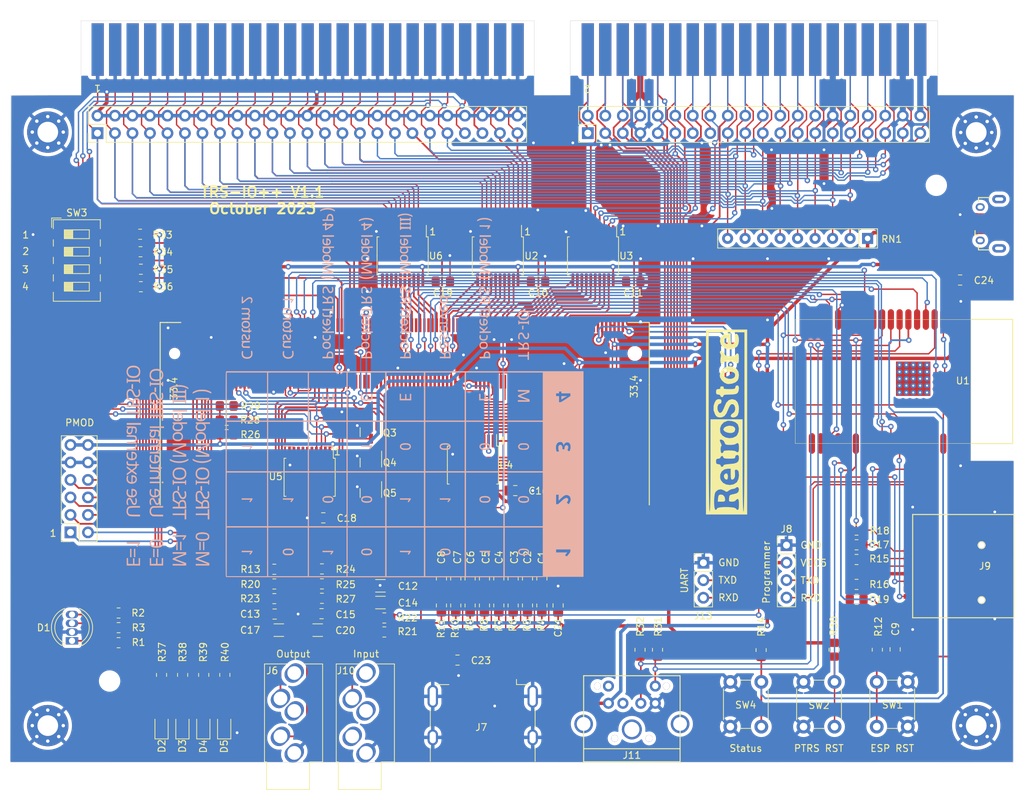
<source format=kicad_pcb>
(kicad_pcb (version 20221018) (generator pcbnew)
  (layers (0 "F.Cu" signal) (31 "B.Cu" signal) (34 "B.Paste" user) (35 "F.Paste" user) (36 "B.SilkS" user "B.Silkscreen") (37 "F.SilkS" user "F.Silkscreen") (38 "B.Mask" user) (39 "F.Mask" user) (44 "Edge.Cuts" user))
  (net 0 "")
  (net 1 "CASS_IN")
  (net 2 "GND")
  (net 3 "+5V")
  (net 4 "+3V3")
  (net 5 "PS2_DATA")
  (net 6 "PS2_CLK")
  (net 7 "CS_SD")
  (net 8 "MOSI")
  (net 9 "SCK")
  (net 10 "CASS_OUT")
  (net 11 "STATUS")
  (net 12 "TXD0")
  (net 13 "RXD0")
  (net 15 "Net-(C17-Pad1)")
  (net 25 "_A0")
  (net 26 "_A1")
  (net 27 "_A2")
  (net 28 "_A3")
  (net 29 "ESP_RESET")
  (net 30 "_A4")
  (net 31 "_A5")
  (net 32 "CS_FPGA")
  (net 33 "_A6")
  (net 34 "_A7")
  (net 35 "_A8")
  (net 36 "ESP_S0")
  (net 37 "_A9")
  (net 38 "ESP_S1")
  (net 39 "_A10")
  (net 40 "ESP_S2")
  (net 41 "_A11")
  (net 42 "ESP_S3")
  (net 43 "Net-(C20-Pad1)")
  (net 44 "_A12")
  (net 47 "REQ")
  (net 50 "_A13")
  (net 51 "_A14")
  (net 52 "DONE")
  (net 53 "_A15")
  (net 54 "ABUS_EN")
  (net 55 "ABUS_DIR")
  (net 56 "_D0")
  (net 57 "_D1")
  (net 58 "_D2")
  (net 59 "_D3")
  (net 60 "_D4")
  (net 61 "_D5")
  (net 62 "_D6")
  (net 63 "_D7")
  (net 64 "DBUS_EN")
  (net 65 "DBUS_DIR")
  (net 66 "_RAS_N")
  (net 67 "_OUT_N")
  (net 68 "_IN_N")
  (net 69 "_RD_N")
  (net 70 "_WR_N")
  (net 71 "_IOREQ_N")
  (net 72 "_M1_N")
  (net 73 "_RESET_N")
  (net 74 "CTRL_DIR")
  (net 75 "CTRL_EN")
  (net 78 "CTRL1_EN")
  (net 81 "EXTIOSEL_IN_N")
  (net 82 "WAIT_IN_N")
  (net 83 "INT_IN_N")
  (net 84 "CONF_1")
  (net 85 "CONF_2")
  (net 86 "CONF_3")
  (net 87 "CONF_4")
  (net 110 "CASS_OUT2")
  (net 130 "Net-(D1-RA)")
  (net 131 "Net-(D1-BA)")
  (net 132 "Net-(D1-GA)")
  (net 133 "Net-(D2-A)")
  (net 134 "Net-(D3-A)")
  (net 135 "Net-(D4-A)")
  (net 136 "Net-(D5-A)")
  (net 140 "D0")
  (net 141 "D1")
  (net 142 "D2")
  (net 143 "D3")
  (net 144 "D4")
  (net 145 "D5")
  (net 146 "D6")
  (net 147 "D7")
  (net 148 "A0")
  (net 149 "A1")
  (net 150 "A2")
  (net 151 "A3")
  (net 152 "A4")
  (net 153 "A5")
  (net 154 "A6")
  (net 155 "A7")
  (net 156 "IN_N")
  (net 157 "OUT_N")
  (net 158 "RESET_N")
  (net 159 "EXTIOSEL_N")
  (net 160 "NC_45")
  (net 161 "M1_N")
  (net 162 "IOREQ_N")
  (net 163 "SYSRES_N")
  (net 164 "RAS_N")
  (net 165 "A10")
  (net 166 "CAS_N")
  (net 167 "A13")
  (net 168 "A12")
  (net 169 "A15")
  (net 170 "A14")
  (net 171 "A11")
  (net 172 "A8")
  (net 173 "INTACK_N")
  (net 174 "WR_N")
  (net 175 "MUX")
  (net 176 "RD_N")
  (net 177 "A9")
  (net 178 "INT_N")
  (net 179 "TEST_N")
  (net 180 "WAIT_N")
  (net 181 "5V")
  (net 182 "MISO")
  (net 183 "INT")
  (net 184 "WAIT")
  (net 185 "EXTIOSEL")
  (net 186 "LED_RED")
  (net 187 "LED_GREEN")
  (net 188 "LED_BLUE")
  (net 189 "ID0")
  (net 190 "ABUS_DIR_N")
  (net 193 "Net-(J9-DAT2)")
  (net 194 "Net-(J9-DAT1)")
  (net 195 "CD_SD")
  (net 200 "HDMI_TX2_P")
  (net 201 "/D2+")
  (net 202 "HDMI_TX2_N")
  (net 203 "/D2-")
  (net 204 "HDMI_TX1_P")
  (net 205 "/D1+")
  (net 206 "HDMI_TX1_N")
  (net 207 "/D1-")
  (net 208 "HDMI_TX0_P")
  (net 209 "/D0+")
  (net 210 "HDMI_TX0_N")
  (net 211 "/D0-")
  (net 212 "HDMI_TXC_P")
  (net 213 "/CK+")
  (net 214 "HDMI_TXC_N")
  (net 215 "/CK-")
  (net 216 "Net-(C13-Pad1)")
  (net 217 "Net-(C14-Pad1)")
  (net 218 "Net-(C15-Pad1)")
  (net 219 "LED1")
  (net 220 "LED2")
  (net 221 "LED3")
  (net 222 "LED4")
  (net 229 "JTAG_TDO")
  (net 233 "JTAG_TMS")
  (net 234 "JTAG_TCK")
  (net 235 "JTAG_TDI")
  (net 240 "PMOD_IO1")
  (net 241 "PMOD_IO2")
  (net 242 "PMOD_IO3")
  (net 243 "PMOD_IO4")
  (net 244 "PMOD_IO5")
  (net 245 "PMOD_IO6")
  (net 246 "PMOD_IO7")
  (net 247 "PMOD_IO8")
  (net 251 "UART_RX")
  (net 252 "UART_TX")
  (footprint "Button_Switch_THT:SW_PUSH_6mm" (layer "F.Cu") (at 165.1 141.6292 90)
    (fp_text reference "SW4")
    (fp_text value "TRS_IO_STATUS")
  )
  (footprint "Resistor_SMD:R_0805_2012Metric_Pad1.20x1.40mm_HandSolder" (layer "F.Cu") (at 79.4355 70.104 180)
    (fp_text reference "R33")
    (fp_text value "4K7")
  )
  (footprint "Resistor_SMD:R_0805_2012Metric_Pad1.20x1.40mm_HandSolder" (layer "F.Cu") (at 88.662232 134.112 -90)
    (fp_text reference "R39")
    (fp_text value "220")
  )
  (footprint "Resistor_SMD:R_0805_2012Metric_Pad1.20x1.40mm_HandSolder" (layer "F.Cu") (at 129.413 124.0238 90)
    (fp_text reference "R8")
    (fp_text value "50")
  )
  (footprint "Resistor_SMD:R_0805_2012Metric_Pad1.20x1.40mm_HandSolder" (layer "F.Cu") (at 91.7233 134.112 -90)
    (fp_text reference "R40")
    (fp_text value "220")
  )
  (footprint "Button_Switch_SMD:SW_DIP_SPSTx04_Slide_6.7x11.72mm_W8.61mm_P2.54mm_LowProfile" (layer "F.Cu") (at 70.2407 73.914)
    (fp_text reference "SW3")
    (fp_text value "SW_DIP_x04")
  )
  (footprint "Resistor_SMD:R_0805_2012Metric_Pad1.20x1.40mm_HandSolder" (layer "F.Cu") (at 91.9988 95.0468)
    (fp_text reference "R29")
    (fp_text value "4K7")
  )
  (footprint "LED_SMD:LED_0805_2012Metric_Pad1.15x1.40mm_HandSolder" (layer "F.Cu") (at 85.570866 141.5448 90)
    (fp_text reference "D3")
    (fp_text value "LED")
  )
  (footprint "Capacitor_SMD:C_0805_2012Metric_Pad1.18x1.45mm_HandSolder" (layer "F.Cu") (at 98.9584 125.2728)
    (fp_text reference "C13")
    (fp_text value "100N")
  )
  (footprint "Capacitor_SMD:C_0805_2012Metric_Pad1.18x1.45mm_HandSolder" (layer "F.Cu") (at 133.88235 107.3404 180)
    (fp_text reference "C16")
    (fp_text value "0.1uF")
  )
  (footprint "Resistor_SMD:R_0805_2012Metric_Pad1.20x1.40mm_HandSolder" (layer "F.Cu") (at 125.2474 124.0238 90)
    (fp_text reference "R10")
    (fp_text value "50")
  )
  (footprint "Resistor_SMD:R_0805_2012Metric_Pad1.20x1.40mm_HandSolder" (layer "F.Cu") (at 79.5371 75.184 180)
    (fp_text reference "R35")
    (fp_text value "4K7")
  )
  (footprint "LED_SMD:LED_0805_2012Metric_Pad1.15x1.40mm_HandSolder" (layer "F.Cu") (at 82.5398 141.5448 90)
    (fp_text reference "D2")
    (fp_text value "LED")
  )
  (footprint "Resistor_SMD:R_0805_2012Metric_Pad1.20x1.40mm_HandSolder" (layer "F.Cu") (at 131.4958 124.0238 90)
    (fp_text reference "R7")
    (fp_text value "50")
  )
  (footprint "Resistor_SMD:R_0805_2012Metric_Pad1.20x1.40mm_HandSolder" (layer "F.Cu") (at 169.5704 130.5052 -90)
    (fp_text reference "R14")
    (fp_text value "4K7")
  )
  (footprint "PocketTRS_Connectors:Alignment_Hole_2.6mm" (layer "F.Cu") (at 75 135)
    (fp_text reference "H5" hide)
    (fp_text value "MountingHole")
  )
  (footprint "MountingHole:MountingHole_3mm_Pad_Via" (layer "F.Cu") (at 200.7967 141.478)
    (fp_text reference "H3" hide)
    (fp_text value "MountingHole_Pad")
  )
  (footprint "Resistor_SMD:R_0805_2012Metric_Pad1.20x1.40mm_HandSolder" (layer "F.Cu") (at 183.4231 120.9675)
    (fp_text reference "R16")
    (fp_text value "10K")
  )
  (footprint "Capacitor_SMD:C_1206_3216Metric_Pad1.33x1.80mm_HandSolder" (layer "F.Cu") (at 114.314199 121.167999 180)
    (fp_text reference "C12")
    (fp_text value "1u")
  )
  (footprint "Capacitor_SMD:C_0805_2012Metric_Pad1.18x1.45mm_HandSolder" (layer "F.Cu") (at 127.3302 120.0868 -90)
    (fp_text reference "C6")
    (fp_text value "100n")
  )
  (footprint "Resistor_SMD:R_0805_2012Metric_Pad1.20x1.40mm_HandSolder" (layer "F.Cu") (at 79.4863 72.644 180)
    (fp_text reference "R34")
    (fp_text value "4K7")
  )
  (footprint "Resistor_SMD:R_0805_2012Metric_Pad1.20x1.40mm_HandSolder" (layer "F.Cu") (at 76.3016 125.1204 180)
    (fp_text reference "R2")
    (fp_text value "220")
  )
  (footprint "Capacitor_SMD:C_0805_2012Metric_Pad1.18x1.45mm_HandSolder" (layer "F.Cu") (at 131.4958 120.0868 -90)
    (fp_text reference "C4")
    (fp_text value "100n")
  )
  (footprint "Resistor_SMD:R_0805_2012Metric_Pad1.20x1.40mm_HandSolder" (layer "F.Cu") (at 154.5336 130.4624 90)
    (fp_text reference "R31")
    (fp_text value "2K")
  )
  (footprint "Capacitor_SMD:C_0805_2012Metric_Pad1.18x1.45mm_HandSolder" (layer "F.Cu") (at 133.5786 120.0868 -90)
    (fp_text reference "C3")
    (fp_text value "100n")
  )
  (footprint "Capacitor_SMD:C_0805_2012Metric_Pad1.18x1.45mm_HandSolder" (layer "F.Cu") (at 125.2474 120.0868 -90)
    (fp_text reference "C7")
    (fp_text value "100n")
  )
  (footprint "MountingHole:MountingHole_3mm_Pad_Via" (layer "F.Cu") (at 200.7967 55.3212)
    (fp_text reference "H2" hide)
    (fp_text value "MountingHole_Pad")
  )
  (footprint "Resistor_SMD:R_0805_2012Metric_Pad1.20x1.40mm_HandSolder" (layer "F.Cu") (at 105.8164 120.8898)
    (fp_text reference "R25")
    (fp_text value "300R")
  )
  (footprint "Resistor_SMD:R_0805_2012Metric_Pad1.20x1.40mm_HandSolder" (layer "F.Cu") (at 105.8164 122.9868 180)
    (fp_text reference "R27")
    (fp_text value "300R")
  )
  (footprint "Capacitor_SMD:C_0805_2012Metric_Pad1.18x1.45mm_HandSolder" (layer "F.Cu") (at 137.7442 120.0868 -90)
    (fp_text reference "C1")
    (fp_text value "100n")
  )
  (footprint "Button_Switch_THT:SW_PUSH_6mm" (layer "F.Cu") (at 175.72735 141.6292 90)
    (fp_text reference "SW2")
    (fp_text value "PTRS_RESET")
  )
  (footprint "Connector_PinHeader_2.54mm:PinHeader_2x20_P2.54mm_Vertical" (layer "F.Cu") (at 144.4137 55.4228 90)
    (fp_text reference "J2" hide)
    (fp_text value "TRS-80 M1 Pin Header")
  )
  (footprint "PocketTRS_Connectors:Jack_3.5mm_CUI_SJ1-3535NG_Horizontal_CircularHoles" (layer "F.Cu") (at 112.2172 145.4404 180)
    (fp_text reference "J10")
    (fp_text value "Cassette Input")
  )
  (footprint "Capacitor_SMD:C_0805_2012Metric_Pad1.18x1.45mm_HandSolder" (layer "F.Cu") (at 123.3775 76.962 180)
    (fp_text reference "C19")
    (fp_text value "0.1uF")
  )
  (footprint "Capacitor_SMD:C_0805_2012Metric_Pad1.18x1.45mm_HandSolder" (layer "F.Cu") (at 123.1646 120.0868 -90)
    (fp_text reference "C8")
    (fp_text value "100n")
  )
  (footprint "Capacitor_SMD:C_0805_2012Metric_Pad1.18x1.45mm_HandSolder" (layer "F.Cu") (at 125.5014 131.9613)
    (fp_text reference "C23")
    (fp_text value "100n")
  )
  (footprint "Package_TO_SOT_SMD:SOT-23" (layer "F.Cu") (at 112.9284 98.8568 -90)
    (fp_text reference "Q3")
    (fp_text value "2N7002")
  )
  (footprint "trs-io-m1:HDMI_A_Molex_208658-1001_Horizontal" (layer "F.Cu") (at 129.159 139.7536 -90)
    (fp_text reference "J7")
    (fp_text value "HDMI_A")
  )
  (footprint "Resistor_SMD:R_0805_2012Metric_Pad1.20x1.40mm_HandSolder" (layer "F.Cu") (at 98.9076 120.904 180)
    (fp_text reference "R20")
    (fp_text value "300R")
  )
  (footprint "PocketTRS_Connectors:TFP09-2-12B" (layer "F.Cu") (at 201.57 118.3132 90)
    (fp_text reference "J9")
    (fp_text value "SD_Card")
  )
  (footprint "Capacitor_SMD:C_0805_2012Metric_Pad1.18x1.45mm_HandSolder" (layer "F.Cu") (at 189.0268 130.4036 -90)
    (fp_text reference "C9")
    (fp_text value "100n")
  )
  (footprint "Resistor_SMD:R_0805_2012Metric_Pad1.20x1.40mm_HandSolder" (layer "F.Cu") (at 79.5371 77.724 180)
    (fp_text reference "R36")
    (fp_text value "4K7")
  )
  (footprint "Connector_PinHeader_2.54mm:PinHeader_1x04_P2.54mm_Vertical" (layer "F.Cu") (at 173.255166 115.265199)
    (fp_text reference "J8")
    (fp_text value "Programmer")
  )
  (footprint "Resistor_SMD:R_0805_2012Metric_Pad1.20x1.40mm_HandSolder" (layer "F.Cu") (at 183.4231 115.2144)
    (fp_text reference "R17")
    (fp_text value "10K")
  )
  (footprint "Resistor_SMD:R_0805_2012Metric_Pad1.20x1.40mm_HandSolder" (layer "F.Cu") (at 91.9988 99.2124)
    (fp_text reference "R26")
    (fp_text value "4K7")
  )
  (footprint "Package_TO_SOT_SMD:SOT-23" (layer "F.Cu") (at 112.9284 103.2764 -90)
    (fp_text reference "Q4")
    (fp_text value "2N7002")
  )
  (footprint "Button_Switch_THT:SW_PUSH_6mm" (layer "F.Cu") (at 186.3547 141.6292 90)
    (fp_text reference "SW1")
    (fp_text value "ESP_RESET")
  )
  (footprint "LOGO" (layer "F.Cu") (at 164.4904 97.3836 90)
    (fp_text reference "G1" hide)
    (fp_text value "LOGO" hide)
  )
  (footprint "Resistor_SMD:R_0805_2012Metric_Pad1.20x1.40mm_HandSolder" (layer "F.Cu") (at 151.9936 130.4624 90)
    (fp_text reference "R32")
    (fp_text value "2K")
  )
  (footprint "Connector_PinSocket_2.54mm:PinSocket_2x06_P2.54mm_Vertical" (layer "F.Cu") (at 69.322 113.4114 180)
    (fp_text reference "J5" hide)
    (fp_text value "Conn_02x06_Odd_Even")
  )
  (footprint "Resistor_SMD:R_0805_2012Metric_Pad1.20x1.40mm_HandSolder" (layer "F.Cu") (at 183.4231 113.0808)
    (fp_text reference "R18")
    (fp_text value "10K")
  )
  (footprint "Resistor_SMD:R_0805_2012Metric_Pad1.20x1.40mm_HandSolder" (layer "F.Cu") (at 183.4388 123.1392)
    (fp_text reference "R19")
    (fp_text value "10K")
  )
  (footprint "Resistor_SMD:R_0805_2012Metric_Pad1.20x1.40mm_HandSolder" (layer "F.Cu") (at 76.3016 129.4384 180)
    (fp_text reference "R1")
    (fp_text value "220")
  )
  (footprint "trs-io-m3:SSOP-20_5.3x7.2mm_P0.65mm_slim" (layer "F.Cu") (at 145.1707 73.2536 -90)
    (fp_text reference "U3")
    (fp_text value "74LVC245")
  )
  (footprint "PocketTRS_Connectors:Jack_3.5mm_CUI_SJ1-3535NG_Horizontal_CircularHoles" (layer "F.Cu") (at 101.8032 145.4404 180)
    (fp_text reference "J6")
    (fp_text value "Cassette Output")
  )
  (footprint "LED_SMD:LED_0805_2012Metric_Pad1.15x1.40mm_HandSolder" (layer "F.Cu") (at 88.601932 141.5448 90)
    (fp_text reference "D4")
    (fp_text value "LED")
  )
  (footprint "trs-io-m3:SSOP-20_5.3x7.2mm_P0.65mm_slim" (layer "F.Cu") (at 127.73555 103.632 -90)
    (fp_text reference "U4")
    (fp_text value "74LVC245")
  )
  (footprint "esp32-wrover:ESP32-WROVER" (layer "F.Cu") (at 199.4759 91.4908 -90)
    (fp_text reference "U1")
    (fp_text value "ESP32-WROVER-B" hide)
  )
  (footprint "Capacitor_SMD:C_0805_2012Metric_Pad1.18x1.45mm_HandSolder" (layer "F.Cu") (at 140.1064 124.0238 90)
    (fp_text reference "C21")
    (fp_text value "100n")
  )
  (footprint "Resistor_SMD:R_0805_2012Metric_Pad1.20x1.40mm_HandSolder" (layer "F.Cu") (at 180.1719 130.4544 -90)
    (fp_text reference "R30")
    (fp_text value "4K7")
  )
  (footprint "MountingHole:MountingHole_3mm_Pad_Via" (layer "F.Cu") (at 66.0243 55.2704)
    (fp_text reference "H1" hide)
    (fp_text value "MountingHole_Pad")
  )
  (footprint "Resistor_SMD:R_0805_2012Metric_Pad1.20x1.40mm_HandSolder" (layer "F.Cu") (at 98.9076 118.7704)
    (fp_text reference "R13")
    (fp_text value "270R")
  )
  (footprint "Package_TO_SOT_SMD:SOT-23" (layer "F.Cu") (at 112.9284 107.696 -90)
    (fp_text reference "Q5")
    (fp_text value "2N7002")
  )
  (footprint "Capacitor_SMD:C_0805_2012Metric_Pad1.18x1.45mm_HandSolder" (layer "F.Cu") (at 129.413 120.0868 -90)
    (fp_text reference "C5")
    (fp_text value "100n")
  )
  (footprint "Resistor_SMD:R_0805_2012Metric_Pad1.20x1.40mm_HandSolder" (layer "F.Cu") (at 186.436 130.4544 -90)
    (fp_text reference "R12")
    (fp_text value "10K")
  )
  (footprint "Resistor_SMD:R_0805_2012Metric_Pad1.20x1.40mm_HandSolder" (layer "F.Cu") (at 114.8748 125.841599 180)
    (fp_text reference "R22")
    (fp_text value "4K7")
  )
  (footprint "Capacitor_SMD:C_0805_2012Metric_Pad1.18x1.45mm_HandSolder" (layer "F.Cu") (at 105.7656 125.222 180)
    (fp_text reference "C15")
    (fp_text value "100N")
  )
  (footprint "PocketTRS_Connectors:USBmicro-B" (layer "F.Cu") (at 204.124 68.58 90)
    (fp_text reference "J12")
    (fp_text value "USB_B_Micro")
  )
  (footprint "Capacitor_SMD:C_0805_2012Metric_Pad1.18x1.45mm_HandSolder" (layer "F.Cu") (at 151.0127 76.962 180)
    (fp_text reference "C11")
    (fp_text value "0.1uF")
  )
  (footprint "Resistor_SMD:R_0805_2012Metric_Pad1.20x1.40mm_HandSolder" (layer "F.Cu") (at 91.9988 97.1296)
    (fp_text reference "R28")
    (fp_text value "4K7")
  )
  (footprint "Resistor_THT:R_Array_SIP9" (layer "F.Cu") (at 185.0286 70.7136 180)
    (fp_text reference "RN1")
    (fp_text value "47K")
  )
  (footprint "Capacitor_SMD:C_1206_3216Metric_Pad1.33x1.80mm_HandSolder" (layer "F.Cu") (at 105.2068 127.6096)
    (fp_text reference "C20")
    (fp_text value "10U")
  )
  (footprint "Resistor_SMD:R_0805_2012Metric_Pad1.20x1.40mm_HandSolder" (layer "F.Cu") (at 137.7442 124.0238 90)
    (fp_text reference "R4")
    (fp_text value "50")
  )
  (footprint "Capacitor_SMD:C_0805_2012Metric_Pad1.18x1.45mm_HandSolder" (layer "F.Cu") (at 198.4599 76.7588 180)
    (fp_text reference "C24")
    (fp_text value "100n")
  )
  (footprint "Resistor_SMD:R_0805_2012Metric_Pad1.20x1.40mm_HandSolder" (layer "F.Cu") (at 85.601166 134.112 -90)
    (fp_text reference "R38")
    (fp_text value "220")
  )
  (footprint "trs-io-m1:TRSEDGE" (layer "F.Cu") (at 168.4117 41.5036 180)
    (fp_text reference "J4" hide)
    (fp_text value "TRS-80 M1 Edge Connector")
  )
  (footprint "PocketTRS_Connectors:EDGE50" (layer "F.Cu") (at 111.9983 43.2816 180)
    (fp_text reference "J3" hide)
    (fp_text value "TRS-80 M3 Edge Connector")
  )
  (footprint "Resistor_SMD:R_0805_2012Metric_Pad1.20x1.40mm_HandSolder" (layer "F.Cu") (at 98.9076 123.0376)
    (fp_text reference "R23")
    (fp_text value "300R")
  )
  (footprint "trs-io-m3:SSOP-20_5.3x7.2mm_P0.65mm_slim" (layer "F.Cu") (at 131.3531 73.2536 -90)
    (fp_text reference "U2")
    (fp_text value "74LVC245")
  )
  (footprint "Capacitor_SMD:C_0805_2012Metric_Pad1.18x1.45mm_HandSolder" (layer "F.Cu") (at 135.6614 120.0868 -90)
    (fp_text reference "C2")
    (fp_text value "100n")
  )
  (footprint "LED_THT:LED_D5.0mm-4_RGB" (layer "F.Cu") (at 69.5432 129.156 90)
    (fp_text reference "D1")
    (fp_text value "LED_RKBG")
  )
  (footprint "PocketTRS_Connectors:minidin_6_ps2_pcb_mount" (layer "F.Cu") (at 150.8095 140.4827 180)
    (fp_text reference "J11")
    (fp_text value "Mini-DIN-6" hide)
  )
  (footprint "Tang20K:DDR3_socket" (layer "F.Cu") (at 117.8403 87.4229 -90)
    (fp_text reference "Conn1" hide)
    (fp_text value "Conn_DDR3_Socket")
  )
  (footprint "Resistor_SMD:R_0805_2012Metric_Pad1.20x1.40mm_HandSolder" (layer "F.Cu") (at 82.5401 134.112 -90)
    (fp_text reference "R37")
    (fp_text value "220")
  )
  (footprint "Resistor_SMD:R_0805_2012Metric_Pad1.20x1.40mm_HandSolder" (layer "F.Cu") (at 135.6614 124.0238 90)
    (fp_text reference "R5")
    (fp_text value "50")
  )
  (footprint "Resistor_SMD:R_0805_2012Metric_Pad1.20x1.40mm_HandSolder" (layer "F.Cu") (at 105.8164 118.7196 180)
    (fp_text reference "R24")
    (fp_text value "270R")
  )
  (footprint "Capacitor_SMD:C_1206_3216Metric_Pad1.33x1.80mm_HandSolder" (layer "F.Cu") (at 99.568 127.6096 180)
    (fp_text reference "C17")
    (fp_text value "10U")
  )
  (footprint "Resistor_SMD:R_0805_2012Metric_Pad1.20x1.40mm_HandSolder" (layer "F.Cu") (at 76.3016 127.254 180)
    (fp_text reference "R3")
    (fp_text value "220")
  )
  (footprint "Connector_PinHeader_2.54mm:PinHeader_2x25_P2.54mm_Vertical" (layer "F.Cu") (at 73.2379 55.4228 90)
    (fp_text reference "J1" hide)
    (fp_text value "TRS-80 M3 Pin Header")
  )
  (footprint "PocketTRS_Connectors:Alignment_Hole_2.6mm" (layer "F.Cu") (at 195 63)
    (fp_text reference "H6" hide)
    (fp_text value "MountingHole")
  )
  (footprint "LED_SMD:LED_0805_2012Metric_Pad1.15x1.40mm_HandSolder" (layer "F.Cu") (at 91.633 141.5448 90)
    (fp_text reference "D5")
    (fp_text value "LED")
  )
  (footprint "Resistor_SMD:R_0805_2012Metric_Pad1.20x1.40mm_HandSolder" (layer "F.Cu") (at 123.1646 124.0238 90)
    (fp_text reference "R11")
    (fp_text value "50")
  )
  (footprint "Resistor_SMD:R_0805_2012Metric_Pad1.20x1.40mm_HandSolder" (layer "F.Cu") (at 127.3302 124.0238 90)
    (fp_text reference "R9")
    (fp_text value "50")
  )
  (footprint "Connector_PinHeader_2.54mm:PinHeader_1x03_P2.54mm_Vertical" (layer "F.Cu") (at 161.1884 117.824915)
    (fp_text reference "J13")
    (fp_text value "UART")
  )
  (footprint "Capacitor_SMD:C_0805_2012Metric_Pad1.18x1.45mm_HandSolder" (layer "F.Cu") (at 106.0196 111.3028 180)
    (fp_text reference "C18")
    (fp_text value "0.1uF")
  )
  (footprint "trs-io-m3:SSOP-20_5.3x7.2mm_P0.65mm_slim" (layer "F.Cu") (at 104.0384 105.41 -90)
    (fp_text reference "U5")
    (fp_text value "74LVC245")
  )
  (footprint "MountingHole:MountingHole_3mm_Pad_Via" (layer "F.Cu") (at 66.0243 141.478)
    (fp_text reference "H4" hide)
    (fp_text value "MountingHole_Pad")
  )
  (footprint "Capacitor_SMD:C_0805_2012Metric_Pad1.18x1.45mm_HandSolder" (layer "F.Cu") (at 137.1951 76.962 180)
    (fp_text reference "C10")
    (fp_text value "0.1uF")
  )
  (footprint "Resistor_SMD:R_0805_2012Metric_Pad1.20x1.40mm_HandSolder" (layer "F.Cu") (at 183.4231 117.348)
    (fp_text reference "R15")
    (fp_text value "10K")
  )
  (footprint "Resistor_SMD:R_0805_2012Metric_Pad1.20x1.40mm_HandSolder" (layer "F.Cu") (at 133.5786 124.0238 90)
    (fp_text reference "R6")
    (fp_text value "50")
  )
  (footprint "Resistor_SMD:R_0805_2012Metric_Pad1.20x1.40mm_HandSolder" (layer "F.Cu") (at 114.8748 127.873599)
    (fp_text reference "R21")
    (fp_text value "4K7")
  )
  (footprint "trs-io-m3:SSOP-20_5.3x7.2mm_P0.65mm_slim" (layer "F.Cu") (at 117.5355 73.2536 -90)
    (fp_text reference "U6")
    (fp_text value "74LVC245")
  )
  (footprint "Capacitor_SMD:C_1206_3216Metric_Pad1.33x1.80mm_HandSolder" (layer "F.Cu") (at 114.314199 123.606399)
    (fp_text reference "C14")
    (fp_text value "10U")
  )
  (footprint "LOGO" (layer "B.Cu") (at 73.767306 74.589411 90)
    (fp_text reference "G***" hide)
    (fp_text value "LOGO" hide)
  )
  (gr_line (start 206.245 102.997) (end 206.1815 146.862799) (stroke (width 0.05)) (layer "Edge.Cuts"))
  (gr_line (start 195.2087 39.0906) (end 141.8687 39.0906) (stroke (width 0.05)) (layer "Edge.Cuts"))
  (gr_line (start 141.8687 49.8856) (end 141.8687 39.0906) (stroke (width 0.05)) (layer "Edge.Cuts"))
  (gr_line (start 136.6363 49.911) (end 136.6363 39.116) (stroke (width 0.05)) (layer "Edge.Cuts"))
  (gr_circle (center 201.5587 123.2408) (end 202.0159 123.0884) (stroke (width 0.05)) (fill none) (layer "Edge.Cuts"))
  (gr_line (start 200.022 102.997) (end 206.245 102.997) (stroke (width 0.05)) (layer "Edge.Cuts"))
  (gr_line (start 60.5887 146.812) (end 60.6395 49.9364) (stroke (width 0.05)) (layer "Edge.Cuts"))
  (gr_line (start 200.022 102.997) (end 200.022 79.756) (stroke (width 0.05)) (layer "Edge.Cuts"))
  (gr_line (start 141.8687 49.8856) (end 136.6363 49.911) (stroke (width 0.05)) (layer "Edge.Cuts"))
  (gr_circle (center 201.5587 115.2652) (end 201.9651 115.0112) (stroke (width 0.05)) (fill none) (layer "Edge.Cuts"))
  (gr_line (start 195.2087 49.8856) (end 195.2087 39.0906) (stroke (width 0.05)) (layer "Edge.Cuts"))
  (gr_line (start 206.245 79.756) (end 206.2831 49.8856) (stroke (width 0.05)) (layer "Edge.Cuts"))
  (gr_line (start 60.6395 49.9364) (end 70.8503 49.911) (stroke (width 0.05)) (layer "Edge.Cuts"))
  (gr_line (start 70.8503 49.911) (end 70.8503 39.116) (stroke (width 0.05)) (layer "Edge.Cuts"))
  (gr_line (start 136.6363 39.116) (end 70.8503 39.116) (stroke (width 0.05)) (layer "Edge.Cuts"))
  (gr_line (start 200.022 79.756) (end 206.245 79.756) (stroke (width 0.05)) (layer "Edge.Cuts"))
  (gr_line (start 206.2831 49.8856) (end 195.2087 49.8856) (stroke (width 0.05)) (layer "Edge.Cuts"))
  (gr_line (start 206.1815 146.862799) (end 60.5887 146.812) (stroke (width 0.05)) (layer "Edge.Cuts"))
  (gr_text "1" (at 149.4887 69.7484) (layer "F.SilkS") (effects (font (size 1 1))))
  (gr_text "RXD" (at 166.4208 122.8852) (layer "F.SilkS") (effects (font (size 1 1)) (justify right)))
  (gr_text "2" (at 62.8239 72.5932) (layer "F.SilkS") (effects (font (size 1 1))))
  (gr_text "1" (at 66.802 113.538) (layer "F.SilkS") (effects (font (size 1 1))))
  (gr_text "Input" (at 112.2172 131.064) (layer "F.SilkS") (effects (font (size 1 1))))
  (gr_text "ESP RST" (at 188.6047 144.78) (layer "F.SilkS") (effects (font (size 1 1))))
  (gr_text "4" (at 62.7731 77.724) (layer "F.SilkS") (effects (font (size 1 1))))
  (gr_text "TRS-IO++ V1.1\nOctober 2023" (at 97.2155 65.1764) (layer "F.SilkS") (effects (font (size 1.5 1.5) (thickness 0.3))))
  (gr_text "3" (at 62.7731 75.2348) (layer "F.SilkS") (effects (font (size 1 1))))
  (gr_text "GND" (at 178.438338 115.2652) (layer "F.SilkS") (effects (font (size 1 1)) (justify right)))
  (gr_text "2" (at 144.3579 48.971199 180) (layer "F.SilkS") (effects (font (size 1 1))))
  (gr_text "Status" (at 167.35 144.78) (layer "F.SilkS") (effects (font (size 1 1))))
  (gr_text "1" (at 121.9043 69.7484) (layer "F.SilkS") (effects (font (size 1 1))))
  (gr_text "VCC5" (at 179.200243 117.856) (layer "F.SilkS") (effects (font (size 1 1)) (justify right)))
  (gr_text "RXD" (at 178.3431 122.936) (layer "F.SilkS") (effects (font (size 1 1)) (justify right)))
  (gr_text "1" (at 135.6711 69.7484) (layer "F.SilkS") (effects (font (size 1 1))))
  (gr_text "Programmer" (at 170.3324 114.554 90) (layer "F.SilkS") (effects (font (size 1 1)) (justify right)))
  (gr_text "1" (at 132.10435 100.1268) (layer "F.SilkS") (effects (font (size 1 1))))
  (gr_text "PMOD" (at 70.6628 97.4852) (layer "F.SilkS") (effects (font (size 1 1))))
  (gr_text "GND" (at 166.516038 117.8052) (layer "F.SilkS") (effects (font (size 1 1)) (justify right)))
  (gr_text "PTRS RST" (at 177.9524 144.78) (layer "F.SilkS") (effects (font (size 1 1))))
  (gr_text "TXD" (at 178.105005 120.396) (layer "F.SilkS") (effects (font (size 1 1)) (justify right)))
  (gr_text "1" (at 62.8239 70.2056) (layer "F.SilkS") (effects (font (size 1 1))))
  (gr_text "1" (at 73.2379 48.9204 180) (layer "F.SilkS") (effects (font (size 1 1))))
  (gr_text "UART" (at 158.4452 118.4656 90) (layer "F.SilkS") (effects (font (size 1 1)) (justify right)))
  (gr_text "1" (at 108.0516 101.7016) (layer "F.SilkS") (effects (font (size 1 1))))
  (gr_text "TXD" (at 166.182705 120.3452) (layer "F.SilkS") (effects (font (size 1 1)) (justify right)))
  (gr_text "Output" (at 101.6508 131.064) (layer "F.SilkS") (effects (font (size 1 1))))
  (segment (start 169.2275 87.28831) (end 169.41039 87.4712) (width 0.2) (layer "F.Cu") (net 1))
  (segment (start 116.341999 125.3744) (end 115.8748 125.841599) (width 0.2) (layer "F.Cu") (net 1))
  (segment (start 117.094 125.3744) (end 116.341999 125.3744) (width 0.2) (layer "F.Cu") (net 1))
  (segment (start 115.876699 121.167999) (end 115.876699 123.606399) (width 0.2) (layer "F.Cu") (net 1))
  (segment (start 115.876699 123.606399) (end 115.876699 125.73) (width 0.2) (layer "F.Cu") (net 1))
  (segment (start 169.41039 87.4712) (end 193.8943 87.4712) (width 0.2) (layer "F.Cu") (net 1))
  (segment (start 169.2148 125.4252) (end 169.2275 125.4125) (width 0.2) (layer "F.Cu") (net 1))
  (segment (start 193.8943 87.4712) (end 194.7559 86.6096) (width 0.2) (layer "F.Cu") (net 1))
  (segment (start 194.7559 86.6096) (end 194.7559 82.4908) (width 0.2) (layer "F.Cu") (net 1))
  (segment (start 115.8748 125.841599) (end 115.8748 127.873599) (width 0.2) (layer "F.Cu") (net 1))
  (segment (start 169.2275 125.4125) (end 169.2275 89.1413) (width 0.2) (layer "F.Cu") (net 1))
  (via (at 169.2275 89.1413) (size 0.8) (drill 0.4) (layers "F.Cu" "B.Cu") (net 1))
  (via (at 117.094 125.3744) (size 0.8) (drill 0.4) (layers "F.Cu" "B.Cu") (net 1))
  (via (at 169.2275 87.28831) (size 0.8) (drill 0.4) (layers "F.Cu" "B.Cu") (net 1))
  (via (at 169.2148 125.4252) (size 0.8) (drill 0.4) (layers "F.Cu" "B.Cu") (net 1))
  (segment (start 122.3421 125.4081) (end 169.1977 125.4081) (width 0.2) (layer "B.Cu") (net 1))
  (segment (start 122.3421 125.4081) (end 117.1277 125.4081) (width 0.2) (layer "B.Cu") (net 1))
  (segment (start 169.1977 125.4081) (end 169.2148 125.4252) (width 0.2) (layer "B.Cu") (net 1))
  (segment (start 169.2275 89.1413) (end 169.2275 87.28831) (width 0.2) (layer "B.Cu") (net 1))
  (segment (start 117.1277 125.4081) (end 117.094 125.3744) (width 0.2) (layer "B.Cu") (net 1))
  (segment (start 96.9903 90.3229) (end 97.0903 90.2229) (width 0.2) (layer "F.Cu") (net 2))
  (segment (start 82.4948 142.5448) (end 85.555866 142.5448) (width 0.2) (layer "F.Cu") (net 2))
  (segment (start 105.9903 90.3229) (end 105.8903 90.2229) (width 0.2) (layer "F.Cu") (net 2))
  (segment (start 113.714199 125.841599) (end 113.714199 121.394399) (width 0.2) (layer "F.Cu") (net 2))
  (segment (start 102.4903 92.8229) (end 104.05 92.8229) (width 0.2) (layer "F.Cu") (net 2))
  (segment (start 101.1134 101.91) (end 101.7634 101.91) (width 0.25) (layer "F.Cu") (net 2))
  (segment (start 97.2903 83.3229) (end 97.2903 84.5229) (width 0.2) (layer "F.Cu") (net 2))
  (segment (start 110.9703 106.7585) (end 110.9472 106.7816) (width 0.25) (layer "F.Cu") (net 2))
  (segment (start 91.678 142.5448) (end 93.472 142.5448) (width 0.2) (layer "F.Cu") (net 2))
  (segment (start 136.1184 84.6229) (end 135.3618 84.6229) (width 0.2) (layer "F.Cu") (net 2))
  (segment (start 65.9357 70.104) (end 63.9415 70.104) (width 0.2) (layer "F.Cu") (net 2))
  (segment (start 189.0561 129.3368) (end 190.9572 129.3368) (width 0.25) (layer "F.Cu") (net 2))
  (segment (start 96.8903 90.2229) (end 96.9903 90.3229) (width 0.2) (layer "F.Cu") (net 2))
  (segment (start 90.9572 84.6229) (end 90.6903 84.356) (width 0.2) (layer "F.Cu") (net 2))
  (segment (start 142.2903 83.3229) (end 142.2903 84.5229) (width 0.2) (layer "F.Cu") (net 2))
  (segment (start 198.5659 82.4908) (end 198.5659 79.862) (width 0.381) (layer "F.Cu") (net 2))
  (segment (start 147.3903 91.5229) (end 147.3903 92.7229) (width 0.2) (layer "F.Cu") (net 2))
  (segment (start 95.4903 84.5229) (end 95.5903 84.6229) (width 0.2) (layer "F.Cu") (net 2))
  (segment (start 97.073 84.6229) (end 97.2903 84.4056) (width 0.2) (layer "F.Cu") (net 2))
  (segment (start 108.9903 90.4856) (end 109.6615 89.8144) (width 0.2) (layer "F.Cu") (net 2))
  (segment (start 145.5903 91.5229) (end 145.5903 92.7229) (width 0.2) (layer "F.Cu") (net 2))
  (segment (start 201.17 110.5632) (end 203.3651 110.5632) (width 0.2) (layer "F.Cu") (net 2))
  (segment (start 99.9076 125.1845) (end 99.9959 125.2728) (width 0.25) (layer "F.Cu") (net 2))
  (segment (start 130.2639 138.6288) (end 130.8989 138.6288) (width 0.25) (layer "F.Cu") (net 2))
  (segment (start 108.63065 88.7588) (end 108.0247 88.7588) (width 0.2) (layer "F.Cu") (net 2))
  (segment (start 107.1903 91.5229) (end 107.1903 90.3229) (width 0.2) (layer "F.Cu") (net 2))
  (segment (start 103.7179 52.3621) (end 105.0768 51.0032) (width 0.50038) (layer "F.Cu") (net 2))
  (segment (start 128.659 138.6114) (end 128.6764 138.6288) (width 0.25) (layer "F.Cu") (net 2))
  (segment (start 138.3903 90.3229) (end 138.2903 90.2229) (width 0.2) (layer "F.Cu") (net 2))
  (segment (start 99.9076 123.0376) (end 99.9076 125.1845) (width 0.25) (layer "F.Cu") (net 2))
  (segment (start 124.415 76.962) (end 124.415 73.2243) (width 0.2) (layer "F.Cu") (net 2))
  (segment (start 130.1153 90.2229) (end 129.9903 90.3479) (width 0.2) (layer "F.Cu") (net 2))
  (segment (start 97.3903 84.6229) (end 98.8002 84.6229) (width 0.2) (layer "F.Cu") (net 2))
  (segment (start 100.5903 90.3229) (end 100.5903 91.5229) (width 0.2) (layer "F.Cu") (net 2))
  (segment (start 140.4903 83.3229) (end 140.4903 84.5229) (width 0.2) (layer "F.Cu") (net 2))
  (segment (start 130.8989 138.6288) (end 133.1214 138.6288) (width 0.25) (layer "F.Cu") (net 2))
  (segment (start 134.91985 107.3404) (end 136.42235 107.3404) (width 0.2) (layer "F.Cu") (net 2))
  (segment (start 142.0903 92.8229) (end 143.6653 92.8229) (width 0.2) (layer "F.Cu") (net 2))
  (segment (start 131.6903 90.2229) (end 130.1153 90.2229) (width 0.2) (layer "F.Cu") (net 2))
  (segment (start 88.6903 90.2229) (end 90.1056 90.2229) (width 0.2) (layer "F.Cu") (net 2))
  (segment (start 180.7559 82.4908) (end 180.7559 81.0169) (width 0.2) (layer "F.Cu") (net 2))
  (segment (start 178.6987 54.6638) (end 179.973704 53.388796) (width 0.381) (layer "F.Cu") (net 2))
  (segment (start 100.9903 84.6229) (end 101.8482 84.6229) (width 0.2) (layer "F.Cu") (net 2))
  (segment (start 145.8903 83.3229) (end 145.8903 84.5229) (width 0.2) (layer "F.Cu") (net 2))
  (segment (start 140.1903 90.3229) (end 140.0903 90.2229) (width 0.2) (layer "F.Cu") (net 2))
  (segment (start 89.7479 85.09) (end 89.1383 85.09) (width 0.2) (layer "F.Cu") (net 2))
  (segment (start 129.9903 91.5229) (end 129.9903 90.3229) (width 0.2) (layer "F.Cu") (net 2))
  (segment (start 133.159 138.6288) (end 133.159 136.4686) (width 0.25) (layer "F.Cu") (net 2))
  (segment (start 147.0903 83.3229) (end 147.0903 87.2247) (width 0.25) (layer "F.Cu") (net 2))
  (segment (start 133.2903 84.3514) (end 133.2903 83.3229) (width 0.2) (layer "F.Cu") (net 2))
  (segment (start 99.0903 84.5229) (end 99.1903 84.6229) (width 0.2) (layer "F.Cu") (net 2))
  (segment (start 95.511 90.2229) (end 95.7903 90.5022) (width 0.2) (layer "F.Cu") (net 2))
  (segment (start 136.8903 83.3229) (end 136.8903 84.5229) (width 0.2) (layer "F.Cu") (net 2))
  (segment (start 198.5659 100.5208) (end 198.5659 103.6941) (width 0.25) (layer "F.Cu") (net 2))
  (segment (start 142.2457 69.7536) (end 141.2643 69.7536) (width 0.2) (layer "F.Cu") (net 2))
  (segment (start 103.7653 84.6229) (end 103.8903 84.4979) (width 0.2) (layer "F.Cu") (net 2))
  (segment (start 111.9784 106.7585) (end 110.9703 106.7585) (width 0.25) (layer "F.Cu") (net 2))
  (segment (start 65.9357 72.644) (end 65.9357 70.104) (width 0.2) (layer "F.Cu") (net 2))
  (segment (start 135.5153 90.2229) (end 135.3903 90.3479) (width 0.2) (layer "F.Cu") (net 2))
  (segment (start 203.3651 110.5632) (end 203.4891 110.4392) (width 0.2) (layer "F.Cu") (net 2))
  (segment (start 192.17 122.0632) (end 191.72 121.6132) (width 0.2) (layer "F.Cu") (net 2))
  (segment (start 92.1764 84.6229) (end 91.8903 84.3368) (width 0.2) (layer "F.Cu") (net 2))
  (segment (start 109.2903 84.668) (end 109.7123 85.09) (width 0.2) (layer "F.Cu") (net 2))
  (segment (start 63.9415 70.104) (end 63.8907 70.1548) (width 0.2) (layer "F.Cu") (net 2))
  (segment (start 149.1903 91.5229) (end 149.1903 92.7229) (width 0.2) (layer "F.Cu") (net 2))
  (segment (start 198.5659 103.6941) (end 198.5264 103.7336) (width 0.25) (layer "F.Cu") (net 2))
  (segment (start 102.4134 101.91) (end 103.0634 101.91) (width 0.25) (layer "F.Cu") (net 2))
  (segment (start 143.6653 92.8229) (end 143.7903 92.6979) (width 0.2) (layer "F.Cu") (net 2))
  (segment (start 90.3903 90.3229) (end 90.4903 90.2229) (width 0.2) (layer "F.Cu") (net 2))
  (segment (start 133.4903 90.2229) (end 131.9153 90.2229) (width 0.2) (layer "F.Cu") (net 2))
  (segment (start 104.1903 90.3479) (end 104.1903 91.5229) (width 0.2) (layer "F.Cu") (net 2))
  (segment (start 104.1903 92.6826) (end 104.1903 91.5229) (width 0.2) (layer "F.Cu") (net 2))
  (segment (start 98.8002 84.6229) (end 99.0903 84.3328) (width 0.2) (layer "F.Cu") (net 2))
  (segment (start 171.0787 57.8388) (end 171.0787 66.3037) (width 0.381) (layer "F.Cu") (net 2))
  (segment (start 147.2903 92.8229) (end 145.8424 92.8229) (width 0.2) (layer "F.Cu") (net 2))
  (segment (start 109.6615 89.8144) (end 109.6615 89.78965) (width 0.2) (layer "F.Cu") (net 2))
  (segment (start 145.8903 84.5229) (end 145.7903 84.6229) (width 0.2) (layer "F.Cu") (net 2))
  (segment (start 105.0768 51.0032) (end 105.0768 49.4157) (width 0.50038) (layer "F.Cu") (net 2))
  (segment (start 100.5287 91.5845) (end 100.5287 93.43725) (width 0.2) (layer "F.Cu") (net 2))
  (segment (start 138.5903 84.6229) (end 137.1618 84.6229) (width 0.2) (layer "F.Cu") (net 2))
  (segment (start 126.5389 131.9613) (end 126.5389 133.3241) (width 0.25) (layer "F.Cu") (net 2))
  (segment (start 100.4903 90.2229) (end 100.5903 90.3229) (width 0.2) (layer "F.Cu") (net 2))
  (segment (start 135.2903 90.2229) (end 133.7153 90.2229) (width 0.2) (layer "F.Cu") (net 2))
  (segment (start 141.9903 92.7229) (end 142.0903 92.8229) (width 0.2) (layer "F.Cu") (net 2))
  (segment (start 131.3903 84.6229) (end 129.3818 84.6229) (width 0.2) (layer "F.Cu") (net 2))
  (segment (start 103.8903 84.7544) (end 104.2259 85.09) (width 0.2) (layer "F.Cu") (net 2))
  (segment (start 138.6903 83.3229) (end 138.6903 84.5229) (width 0.2) (layer "F.Cu") (net 2))
  (segment (start 133.5903 90.3229) (end 133.4903 90.2229) (width 0.2) (layer "F.Cu") (net 2))
  (segment (start 141.8903 90.2229) (end 140.4656 90.2229) (width 0.2) (layer "F.Cu") (net 2))
  (segment (start 152.0287 49.5838) (end 150.8125 50.8) (width 0.889) (layer "F.Cu") (net 2))
  (segment (start 144.3618 84.6229) (end 144.0903 84.3514) (width 0.2) (layer "F.Cu") (net 2))
  (segment (start 128.1903 90.3479) (end 128.1903 91.5229) (width 0.2) (layer "F.Cu") (net 2))
  (segment (start 90.3903 91.5229) (end 90.3903 90.3229) (width 0.2) (layer "F.Cu") (net 2))
  (segment (start 135.0903 83.3229) (end 135.0903 84.5229) (width 0.2) (layer "F.Cu") (net 2))
  (segment (start 140.1903 91.5229) (end 140.1903 90.3229) (width 0.2) (layer "F.Cu") (net 2))
  (segment (start 74.5968 51.0032) (end 74.5968 49.4157) (width 0.50038) (layer "F.Cu") (net 2))
  (segment (start 153.2987 50.8508) (end 152.0287 49.5808) (width 0.889) (layer "F.Cu") (net 2))
  (segment (start 113.714199 121.394399) (end 113.487799 121.167999) (width 0.2) (layer "F.Cu") (net 2))
  (segment (start 138.6662 90.2229) (end 138.3903 90.4988) (width 0.2) (layer "F.Cu") (net 2))
  (segment (start 140.4903 84.5229) (end 140.3903 84.6229) (width 0.2) (layer "F.Cu") (net 2))
  (segment (start 90.4591 85.09) (end 89.7479 85.09) (width 0.2) (layer "F.Cu") (net 2))
  (segment (start 191.57 111.4632) (end 191.57 109.7375) (width 0.2) (layer "F.Cu") (net 2))
  (segment (start 114.6105 69.7536) (end 113.7815 69.7536) (width 0.2) (layer "F.Cu") (net 2))
  (segment (start 128.7524 84.6229) (end 128.4903 84.3608) (width 0.2) (layer "F.Cu") (net 2))
  (segment (start 105.8903 90.2229) (end 104.3153 90.2229) (width 0.2) (layer "F.Cu") (net 2))
  (segment (start 73.3268 52.2732) (end 74.5968 51.0032) (width 0.50038) (layer "F.Cu") (net 2))
  (segment (start 140.1064 123.0288) (end 140.1064 121.2088) (width 0.25) (layer "F.Cu") (net 2))
  (segment (start 180.7559 81.0169) (end 181.3564 80.4164) (width 0.2) (layer "F.Cu") (net 2))
  (segment (start 90.4903 90.2229) (end 91.9344 90.2229) (width 0.2) (layer "F.Cu") (net 2))
  (segment (start 100.7653 84.6229) (end 100.8903 84.4979) (width 0.2) (layer "F.Cu") (net 2))
  (segment (start 93.9903 91.5229) (end 93.9903 90.3229) (width 0.2) (layer "F.Cu") (net 2))
  (segment (start 152.0287 49.5808) (end 152.0287 49.5838) (width 0.381) (layer "F.Cu") (net 2))
  (segment (start 128.4903 84.3608) (end 128.4903 83.3229) (width 0.2) (layer "F.Cu") (net 2))
  (segment (start 98.5384 90.2229) (end 98.7903 90.4748) (width 0.2) (layer "F.Cu") (net 2))
  (segment (start 141.9903 90.3229) (end 141.8903 90.2229) (width 0.2) (layer "F.Cu") (net 2))
  (segment (start 104.2259 85.09) (end 104.8355 85.09) (width 0.2) (layer "F.Cu") (net 2))
  (segment (start 95.7903 90.3229) (end 95.8903 90.2229) (width 0.2) (layer "F.Cu") (net 2))
  (segment (start 141.9903 91.5229) (end 141.9903 92.7229) (width 0.2) (layer "F.Cu") (net 2))
  (segment (start 140.711 84.6229) (end 140.4903 84.4022) (width 0.2) (layer "F.Cu") (net 2))
  (segment (start 142.2903 84.5229) (end 142.1903 84.6229) (width 0.2) (layer "F.Cu") (net 2))
  (segment (start 149.1903 92.7229) (end 149.0903 92.8229) (width 0.2) (layer "F.Cu") (net 2))
  (segment (start 145.4903 92.8229) (end 144.0136 92.8229) (width 0.2) (layer "F.Cu") (net 2))
  (segment (start 101.1134 101.91) (end 101.1134 103.5601) (width 0.25) (layer "F.Cu") (net 2))
  (segment (start 91.8903 83.3229) (end 91.8903 84.5229) (width 0.2) (layer "F.Cu") (net 2))
  (segment (start 88.5903 91.5229) (end 88.5903 90.3229) (width 0.2) (layer "F.Cu") (net 2))
  (segment (start 91.7903 84.6229) (end 90.9572 84.6229) (width 0.2) (layer "F.Cu") (net 2))
  (segment (start 98.7903 91.5229) (end 98.7903 90.3229) (width 0.2) (layer "F.Cu") (net 2))
  (segment (start 107.0903 90.2229) (end 106.5606 90.2229) (width 0.2) (layer "F.Cu") (net 2))
  (segment (start 89.1383 85.09) (end 88.8903 84.842) (width 0.2) (layer "F.Cu") (net 2))
  (segment (start 100.8903 84.5229) (end 100.9903 84.6229) (width 0.2) (layer "F.Cu") (net 2))
  (segment (start 152.0502 73.6923) (end 152.0502 76.962) (width 0.2) (layer "F.Cu") (net 2))
  (segment (start 97.0903 90.2229) (end 98.5384 90.2229) (width 0.2) (layer "F.Cu") (net 2))
  (segment (start 104.9821 111.3028) (end 103.6828 111.3028) (width 0.25) (layer "F.Cu") (net 2))
  (segment (start 104.7281 125.222) (end 102.4128 125.222) (width 0.25) (layer "F.Cu") (net 2))
  (segment (start 90.1056 90.2229) (end 90.3903 90.5076) (width 0.2) (layer "F.Cu") (net 2))
  (segment (start 129.628 90.2229) (end 128.3153 90.2229) (width 0.2) (layer "F.Cu") (net 2))
  (segment (start 112.751699 121.167999) (end 114.204401 121.167999) (width 0.2) (layer "F.Cu") (net 2))
  (segment (start 90.6903 84.8588) (end 90.4591 85.09) (width 0.2) (layer "F.Cu") (net 2))
  (segment (start 171.0787 66.3037) (end 171.1325 66.3575) (width 0.2) (layer "F.Cu") (net 2))
  (segment (start 138.2903 90.2229) (end 136.1262 90.2229) (width 0.2) (layer "F.Cu") (net 2))
  (segment (start 143.7903 92.6979) (end 143.7903 91.5229) (width 0.2) (layer "F.Cu") (net 2))
  (segment (start 91.8903 84.5229) (end 91.7903 84.6229) (width 0.2) (layer "F.Cu") (net 2))
  (segment (start 125.659 134.2144) (end 125.6538 134.2092) (width 0.2) (layer "F.Cu") (net 2))
  (segment (start 107.1903 90.3229) (end 107.0903 90.2229) (width 0.2) (layer "F.Cu") (net 2))
  (segment (start 114.204401 121.167999) (end 114.2652 121.1072) (width 0.2) (layer "F.Cu") (net 2))
  (segment (start 136.1184 84.6229) (end 136.1184 90.2109) (width 0.2) (layer "F.Cu") (net 2))
  (segment (start 144.0136 92.8229) (end 143.7903 92.5996) (width 0.2) (layer "F.Cu") (net 2))
  (segment (start 129.8903 90.2229) (end 129.628 90.2229) (width 0.2) (layer "F.Cu") (net 2))
  (segment (start 93.472 142.5448) (end 93.5068 142.51) (width 0.2) (layer "F.Cu") (net 2))
  (segment (start 136.8903 84.5229) (end 136.7903 84.6229) (width 0.2) (layer "F.Cu") (net 2))
  (segment (start 106.5606 90.2229) (end 106.2558 90.2229) (width 0.2) (layer "F.Cu") (net 2))
  (segment (start 136.1262 90.2229) (end 135.5153 90.2229) (width 0.2) (layer "F.Cu") (net 2))
  (segment (start 95.7903 91.5229) (end 95.7903 90.3229) (width 0.2) (layer "F.Cu") (net 2))
  (segment (start 94.0903 90.2229) (end 95.511 90.2229) (width 0.2) (layer "F.Cu") (net 2))
  (segment (start 131.7903 90.3229) (end 131.6903 90.2229) (width 0.2) (layer "F.Cu") (net 2))
  (segment (start 145.5903 92.7229) (end 145.4903 92.8229) (width 0.2) (layer "F.Cu") (net 2))
  (segment (start 191.57 127.5175) (end 191.57 126.0632) (width 0.25) (layer "F.Cu") (net 2))
  (segment (start 102.4128 125.222) (end 102.362 125.2728) (width 0.25) (layer "F.Cu") (net 2))
  (segment (start 104.8164 122.9868) (end 104.8164 125.1337) (width 0.25) (layer "F.Cu") (net 2))
  (segment (start 128.3153 90.2229) (end 128.1903 90.3479) (width 0.2) (layer "F.Cu") (net 2))
  (segment (start 191.57 126.0632) (end 192.17 125.4632) (width 0.2) (layer "F.Cu") (net 2))
  (segment (start 108.9903 91.5229) (end 108.9903 92.6979) (width 0.2) (layer "F.Cu") (net 2))
  (segment (start 124.415 73.2243) (end 124.3935 73.2028) (width 0.2) (layer "F.Cu") (net 2))
  (segment (start 140.4656 90.2229) (end 140.1903 90.4982) (width 0.2) (layer "F.Cu") (net 2))
  (segment (start 192.17 125.4632) (end 192.17 122.0632) (width 0.2) (layer "F.Cu") (net 2))
  (segment (start 141.9903 91.5229) (end 141.9903 90.3229) (width 0.2) (layer "F.Cu") (net 2))
  (segment (start 88.5903 90.3229) (end 88.6903 90.2229) (width 0.2) (layer "F.Cu") (net 2))
  (segment (start 111.9784 97.9193) (end 110.9749 97.9193) (width 0.25) (layer "F.Cu") (net 2))
  (segment (start 90.6903 83.3229) (end 90.6903 84.8588) (width 0.2) (layer "F.Cu") (net 2))
  (segment (start 147.0903 87.2247) (end 147.0025 87.3125) (width 0.25) (layer "F.Cu") (net 2))
  (segment (start 106.2558 90.2229) (end 105.9903 90.4884) (width 0.2) (layer "F.Cu") (net 2))
  (segment (start 141.2643 69.7536) (end 141.2591 69.7484) (width 0.2) (layer "F.Cu") (net 2))
  (segment (start 134.9903 84.6229) (end 133.5618 84.6229) (width 0.2) (layer "F.Cu") (net 2))
  (segment (start 178.6987 62.7507) (end 178.6987 57.8388) (width 0.381) (layer "F.Cu") (net 2))
  (segment (start 200.8728 67.28) (end 198.4807 67.28) (width 0.50038) (layer "F.Cu") (net 2))
  (segment (start 128.6764 138.6288) (end 130.2639 138.6288) (width 0.25) (layer "F.Cu") (net 2))
  (segment (start 131.659 136.4686) (end 131.659 138.6288) (width 0.25) (layer "F.Cu") (net 2))
  (segment (start 99.1903 84.6229) (end 100.7653 84.6229) (width 0.2) (layer "F.Cu") (net 2))
  (segment (start 136.1184 90.2109) (end 136.1262 90.2187) (width 0.2) (layer "F.Cu") (net 2))
  (segment (start 103.8903 83.3229) (end 103.8903 84.7544) (width 0.2) (layer "F.Cu") (net 2))
  (segment (start 201.17 126.0632) (end 203.4099 126.0632) (width 0.2) (layer "F.Cu") (net 2))
  (segment (start 144.0903 84.5229) (end 143.9903 84.6229) (width 0.2) (layer "F.Cu") (net 2))
  (segment (start 147.3903 92.7229) (end 147.2903 92.8229) (width 0.2) (layer "F.Cu") (net 2))
  (segment (start 152.0287 49.5808) (end 152.0287 43.2816) (width 0.889) (layer "F.Cu") (net 2))
  (segment (start 95.5903 84.6229) (end 97.073 84.6229) (width 0.2) (layer "F.Cu") (net 2))
  (segment (start 140.3903 84.6229) (end 138.911 84.6229) (width 0.2) (layer "F.Cu") (net 2))
  (segment (start 135.0903 84.5229) (end 134.9903 84.6229) (width 0.2) (layer "F.Cu") (net 2))
  (segment (start 93.6903 83.3229) (end 93.6903 84.5229) (width 0.2) (layer "F.Cu") (net 2))
  (segment (start 113.7815 69.7536) (end 113.7255 69.6976) (width 0.2) (layer "F.Cu") (net 2))
  (segment (start 128.4281 69.7536) (end 127.4467 69.7536) (width 0.2) (layer "F.Cu") (net 2))
  (segment (start 104.3153 90.2229) (end 104.1903 90.3479) (width 0.2) (layer "F.Cu") (net 2))
  (segment (start 199.4974 76.7588) (end 199.4974 78.9217) (width 0.381) (layer "F.Cu") (net 2))
  (segment (start 144.0903 83.3229) (end 144.0903 84.5229) (width 0.2) (layer "F.Cu") (net 2))
  (segment (start 127.4467 69.7536) (end 127.3907 69.6976) (width 0.2) (layer "F.Cu") (net 2))
  (segment (start 136.7903 84.6229) (end 136.1184 84.6229) (width 0.2) (layer "F.Cu") (net 2))
  (segment (start 93.7632 90.2229) (end 93.9903 90.45) (width 0.2) (layer "F.Cu") (net 2))
  (segment (start 129.628 84.8691) (end 129.628 90.2229) (width 0.2) (layer "F.Cu") (net 2))
  (segment (start 133.5903 91.5229) (end 133.5903 90.3229) (width 0.2) (layer "F.Cu") (net 2))
  (segment (start 198.5659 79.862) (end 198.5615 79.8576) (width 0.381) (layer "F.Cu") (net 2))
  (segment (start 110.9749 97.9193) (end 110.9472 97.8916) (width 0.25) (layer "F.Cu") (net 2))
  (segment (start 131.4903 83.3229) (end 131.4903 84.5229) (width 0.2) (layer "F.Cu") (net 2))
  (segment (start 129.3818 84.6229) (end 128.7524 84.6229) (width 0.2) (layer "F.Cu") (net 2))
  (segment (start 88.8903 84.842) (end 88.8903 83.3229) (width 0.2) (layer "F.Cu") (net 2))
  (segment (start 93.9903 90.3229) (end 94.0903 90.2229) (width 0.2) (layer "F.Cu") (net 2))
  (segment (start 131.4903 84.5229) (end 131.3903 84.6229) (width 0.2) (layer "F.Cu") (net 2))
  (segment (start 93.6903 84.5229) (end 93.5903 84.6229) (width 0.2) (layer "F.Cu") (net 2))
  (segment (start 138.2326 73.3259) (end 138.2111 73.3044) (width 0.2) (layer "F.Cu") (net 2))
  (segment (start 138.3903 91.5229) (end 138.3903 90.3229) (width 0.2) (layer "F.Cu") (net 2))
  (segment (start 133.1214 138.6288) (end 133.159 138.5912) (width 0.25) (layer "F.Cu") (net 2))
  (segment (start 148.8903 84.5229) (end 149.1903 84.8229) (width 0.2) (layer "F.Cu") (net 2))
  (segment (start 178.6987 57.8388) (end 178.6987 54.6638) (width 0.381) (layer "F.Cu") (net 2))
  (segment (start 129.9903 90.3229) (end 129.8903 90.2229) (width 0.2) (layer "F.Cu") (net 2))
  (segment (start 100.5287 93.43725) (end 100.93875 93.8473) (width 0.2) (layer "F.Cu") (net 2))
  (segment (start 129.3818 84.6229) (end 129.628 84.8691) (width 0.2) (layer "F.Cu") (net 2))
  (segment (start 95.8903 90.2229) (end 96.8903 90.2229) (width 0.2) (layer "F.Cu") (net 2))
  (segment (start 96.9903 91.5229) (end 96.9903 90.3229) (width 0.2) (layer "F.Cu") (net 2))
  (segment (start 142.57 84.6229) (end 142.2903 84.3432) (width 0.2) (layer "F.Cu") (net 2))
  (segment (start 108.9903 92.6979) (end 108.712 92.9762) (width 0.2) (layer "F.Cu") (net 2))
  (segment (start 98.7903 92.9991) (end 98.806 93.0148) (width 0.2) (layer "F.Cu") (net 2))
  (segment (start 103.0634 101.91) (end 103.7134 101.91) (width 0.25) (layer "F.Cu") (net 2))
  (segment (start 138.911 84.6229) (end 138.6903 84.4022) (width 0.2) (layer "F.Cu") (net 2))
  (segment (start 98.7903 90.3229) (end 98.8903 90.2229) (width 0.2) (layer "F.Cu") (net 2))
  (segment (start 97.2903 84.5229) (end 97.3903 84.6229) (width 0.2) (layer "F.Cu") (net 2))
  (segment (start 135.3618 84.6229) (end 135.0903 84.3514) (width 0.2) (layer "F.Cu") (net 2))
  (segment (start 104.8164 125.1337) (end 104.7281 125.222) (width 0.25) (layer "F.Cu") (net 2))
  (segment (start 100.93875 93.8473) (end 101.5646 93.8473) (width 0.2) (layer "F.Cu") (net 2))
  (segment (start 69.32201 103.251406) (end 71.86201 103.251406) (width 0.50038) (layer "F.Cu") (net 2))
  (segment (start 92.2903 90.2229) (end 93.7632 90.2229) (width 0.2) (layer "F.Cu") (net 2))
  (segment (start 124.81055 102.04655) (end 124.7999 102.0572) (width 0.25) (layer "F.Cu") (net 2))
  (segment (start 85.555866 142.5448) (end 88.616932 142.5448) (width 0.2) (layer "F.Cu") (net 2))
  (segment (start 105.9903 91.5229) (end 105.9903 90.3229) (width 0.2) (layer "F.Cu") (net 2))
  (segment (start 104.05 92.8229) (end 104.1903 92.6826) (width 0.2) (layer "F.Cu") (net 2))
  (segment (start 102.0903 84.5229) (end 102.1903 84.6229) (width 0.2) (layer "F.Cu") (net 2))
  (segment (start 133.5618 84.6229) (end 133.2903 84.3514) (width 0.2) (layer "F.Cu") (net 2))
  (segment (start 104.8355 85.09) (end 105.3435 85.09) (width 0.2) (layer "F.Cu") (net 2))
  (segment (start 98.8903 90.2229) (end 100.4903 90.2229) (width 0.2) (layer "F.Cu") (net 2))
  (segment (start 109.2903 83.3229) (end 109.2903 84.668) (width 0.2) (layer "F.Cu") (net 2))
  (segment (start 101.8482 84.6229) (end 102.0903 84.3808) (width 0.2) (layer "F.Cu") (net 2))
  (segment (start 91.9344 90.2229) (end 92.1903 90.4788) (width 0.2) (layer "F.Cu") (net 2))
  (segment (start 138.2326 76.962) (end 138.2326 73.3259) (width 0.2) (layer "F.Cu") (net 2))
  (segment (start 93.5903 84.6229) (end 92.1764 84.6229) (width 0.2) (layer "F.Cu") (net 2))
  (segment (start 99.9959 125.2728) (end 102.362 125.2728) (width 0.25) (layer "F.Cu") (net 2))
  (segment (start 103.7134 101.91) (end 104.3634 101.91) (width 0.25) (layer "F.Cu") (net 2))
  (segment (start 110.9749 102.3389) (end 110.9472 102.3112) (width 0.25) (layer "F.Cu") (net 2))
  (segment (start 107.4903 83.3229) (end 107.4903 81.8012) (width 0.2) (layer "F.Cu") (net 2))
  (segment (start 160.9725 56.8325) (end 160.9725 68.8975) (width 0.381) (layer "F.Cu") (net 2))
  (segment (start 133.7153 90.2229) (end 133.5903 90.3479) (width 0.2) (layer "F.Cu") (net 2))
  (segment (start 105.6903 84.7432) (end 105.6903 83.3229) (width 0.2) (layer "F.Cu") (net 2))
  (segment (start 137.1618 84.6229) (end 136.8903 84.3514) (width 0.2) (layer "F.Cu") (net 2))
  (segment (start 100.8903 83.3229) (end 100.8903 84.5229) (width 0.2) (layer "F.Cu") (net 2))
  (segment (start 102.0903 83.3229) (end 102.0903 84.5229) (width 0.2) (layer "F.Cu") (net 2))
  (segment (start 125.659 136.4686) (end 125.659 134.2144) (width 0.2) (layer "F.Cu") (net 2))
  (segment (start 92.1903 90.3229) (end 92.2903 90.2229) (width 0.2) (layer "F.Cu") (net 2))
  (segment (start 101.7634 101.91) (end 102.4134 101.91) (width 0.25) (layer "F.Cu") (net 2))
  (segment (start 148.8903 83.3229) (end 148.8903 84.5229) (width 0.2) (layer "F.Cu") (net 2))
  (segment (start 136.1262 90.2187) (end 136.1262 90.2229) (width 0.2) (layer "F.Cu") (net 2))
  (segment (start 92.1903 91.5229) (end 92.1903 90.3229) (width 0.2) (layer "F.Cu") (net 2))
  (segment (start 126.5389 133.3241) (end 125.6538 134.2092) (width 0.25) (layer "F.Cu") (net 2))
  (segment (start 108.9903 91.5229) (end 108.9903 90.4856) (width 0.2) (layer "F.Cu") (net 2))
  (segment (start 149.0903 92.8229) (end 147.6712 92.8229) (width 0.2) (layer "F.Cu") (net 2))
  (segment (start 128.659 136.4686) (end 128.659 138.6114) (width 0.25) (layer "F.Cu") (net 2))
  (segment (start 108.712 92.9762) (end 108.712 95.9104) (width 0.2) (layer "F.Cu") (net 2))
  (segment (start 140.0903 90.2229) (end 138.6662 90.2229) (width 0.2) (layer "F.Cu") (net 2))
  (segment (start 124.81055 100.132) (end 124.81055 102.04655) (width 0.25) (layer "F.Cu") (net 2))
  (segment (start 190.9572 129.3368) (end 191.57 128.724) (width 0.25) (layer "F.Cu") (net 2))
  (segment (start 105.3435 85.09) (end 105.6903 84.7432) (width 0.2) (layer "F.Cu") (net 2))
  (segment (start 131.7903 91.5229) (end 131.7903 90.3229) (width 0.2) (layer "F.Cu") (net 2))
  (segment (start 108.0247 88.7588) (end 106.5606 90.2229) (width 0.2) (layer "F.Cu") (net 2))
  (segment (start 149.1903 84.8229) (end 149.1903 91.5229) (width 0.2) (layer "F.Cu") (net 2))
  (segment (start 65.9357 77.724) (end 65.9357 75.184) (width 0.2) (layer "F.Cu") (net 2))
  (segment (start 199.4974 78.9217) (end 198.5615 79.8576) (width 0.381) (layer "F.Cu") (net 2))
  (segment (start 101.1134 103.5601) (end 101.1853 103.632) (width 0.25) (layer "F.Cu") (net 2))
  (segment (start 138.6903 84.5229) (end 138.5903 84.6229) (width 0.2) (layer "F.Cu") (net 2))
  (segment (start 88.616932 142.5448) (end 91.678 142.5448) (width 0.2) (layer "F.Cu") (net 2))
  (segment (start 198.4807 67.28) (end 198.4599 67.2592) (width 0.50038) (layer "F.Cu") (net 2))
  (segment (start 145.7903 84.6229) (end 144.3618 84.6229) (width 0.2) (layer "F.Cu") (net 2))
  (segment (start 203.4099 126.0632) (end 203.4891 125.984) (width 0.2) (layer "F.Cu") (net 2))
  (segment (start 65.9357 75.184) (end 65.9357 72.644) (width 0.2) (layer "F.Cu") (net 2))
  (segment (start 135.3903 90.3229) (end 135.2903 90.2229) (width 0.2) (layer "F.Cu") (net 2))
  (segment (start 107.4903 81.8012) (end 107.1215 81.4324) (width 0.2) (layer "F.Cu") (net 2))
  (segment (start 147.6712 92.8229) (end 147.3903 92.542) (width 0.2) (layer "F.Cu") (net 2))
  (segment (start 109.6615 89.78965) (end 108.63065 88.7588) (width 0.2) (layer "F.Cu") (net 2))
  (segment (start 191.57 128.724) (end 191.57 127.5175) (width 0.25) (layer "F.Cu") (net 2))
  (segment (start 102.3903 93.0216) (end 102.3903 91.5229) (width 0.2) (layer "F.Cu") (net 2))
  (segment (start 99.0903 83.3229) (end 99.0903 84.5229) (width 0.2) (layer "F.Cu") (net 2))
  (segment (start 102.1903 84.6229) (end 103.7653 84.6229) (width 0.2) (layer "F.Cu") (net 2))
  (segment (start 73.2379 52.3621) (end 73.3268 52.2732) (width 0.50038) (layer "F.Cu") (net 2))
  (segment (start 135.3903 91.5229) (end 135.3903 90.3229) (width 0.2) (layer "F.Cu") (net 2))
  (segment (start 98.7903 91.5229) (end 98.7903 92.9991) (width 0.2) (layer "F.Cu") (net 2))
  (segment (start 131.9153 90.2229) (end 131.7903 90.3479) (width 0.2) (layer "F.Cu") (net 2))
  (segment (start 143.9903 84.6229) (end 142.57 84.6229) (width 0.2) (layer "F.Cu") (net 2))
  (segment (start 142.1903 84.6229) (end 140.711 84.6229) (width 0.2) (layer "F.Cu") (net 2))
  (segment (start 111.9784 102.3389) (end 110.9749 102.3389) (width 0.25) (layer "F.Cu") (net 2))
  (segment (start 152.0825 73.66) (end 152.0502 73.6923) (width 0.2) (layer "F.Cu") (net 2))
  (segment (start 101.5646 93.8473) (end 102.3903 93.0216) (width 0.2) (layer "F.Cu") (net 2))
  (segment (start 145.8424 92.8229) (end 145.5903 92.5708) (width 0.2) (layer "F.Cu") (net 2))
  (segment (start 113.487799 121.167999) (end 112.751699 121.167999) (width 0.2) (layer "F.Cu") (net 2))
  (segment (start 130.159 136.4686) (end 130.159 138.6288) (width 0.25) (layer "F.Cu") (net 2))
  (segment (start 95.4903 83.3229) (end 95.4903 84.5229) (width 0.2) (layer "F.Cu") (net 2))
  (via (at 178.6987 57.8388) (size 0.8) (drill 0.4) (layers "F.Cu" "B.Cu") (net 2))
  (via (at 152.0825 73.66) (size 0.8) (drill 0.4) (layers "F.Cu" "B.Cu") (net 2))
  (via (at 181.3564 80.4164) (size 0.8) (drill 0.4) (layers "F.Cu" "B.Cu") (net 2))
  (via (at 107.1215 81.4324) (size 0.8) (drill 0.4) (layers "F.Cu" "B.Cu") (net 2))
  (via (at 198.5264 103.7336) (size 0.8) (drill 0.4) (layers "F.Cu" "B.Cu") (net 2))
  (via (at 198.4599 67.2592) (size 0.8) (drill 0.4) (layers "F.Cu" "B.Cu") (net 2))
  (via (at 116.84 89.535) (size 0.8) (drill 0.4) (layers "F.Cu" "B.Cu") (net 2))
  (via (at 140.1064 121.2088) (size 0.8) (drill 0.4) (layers "F.Cu" "B.Cu") (net 2))
  (via (at 109.6615 89.8144) (size 0.8) (drill 0.4) (layers "F.Cu" "B.Cu") (net 2))
  (via (at 154.6225 68.8975) (size 0.8) (drill 0.4) (layers "F.Cu" "B.Cu") (net 2))
  (via (at 159.7025 82.55) (size 0.8) (drill 0.4) (layers "F.Cu" "B.Cu") (net 2))
  (via (at 160.9725 68.8975) (size 0.8) (drill 0.4) (layers "F.Cu" "B.Cu") (net 2))
  (via (at 102.362 125.2728) (size 0.8) (drill 0.4) (layers "F.Cu" "B.Cu") (net 2))
  (via (at 98.806 93.0148) (size 0.8) (drill 0.4) (layers "F.Cu" "B.Cu") (net 2))
  (via (at 191.57 109.7375) (size 0.8) (drill 0.4) (layers "F.Cu" "B.Cu") (net 2))
  (via (at 171.1325 66.3575) (size 0.8) (drill 0.4) (layers "F.Cu" "B.Cu") (net 2))
  (via (at 150.8125 50.8) (size 0.8) (drill 0.4) (layers "F.Cu" "B.Cu") (net 2))
  (via (at 147.6375 57.15) (size 0.8) (drill 0.4) (layers "F.Cu" "B.Cu") (net 2))
  (via (at 113.7255 69.6976) (size 0.8) (drill 0.4) (layers "F.Cu" "B.Cu") (net 2))
  (via (at 130.8989 138.6288) (size 0.8) (drill 0.4) (layers "F.Cu" "B.Cu") (net 2))
  (via (at 110.9472 97.8916) (size 0.8) (drill 0.4) (layers "F.Cu" "B.Cu") (net 2))
  (via (at 130.81 85.4075) (size 0.8) (drill 0.4) (layers "F.Cu" "B.Cu") (net 2))
  (via (at 125.6538 134.2092) (size 0.8) (drill 0.4) (layers "F.Cu" "B.Cu") (net 2))
  (via (at 170.4975 73.66) (size 0.8) (drill 0.4) (layers "F.Cu" "B.Cu") (net 2))
  (via (at 103.6828 111.3028) (size 0.8) (drill 0.4) (layers "F.Cu" "B.Cu") (net 2))
  (via (at 179.3875 73.66) (size 0.8) (drill 0.4) (layers "F.Cu" "B.Cu") (net 2))
  (via (at 142.24 56.8325) (size 0.8) (drill 0.4) (layers "F.Cu" "B.Cu") (net 2))
  (via (at 149.5425 68.8975) (size 0.8) (drill 0.4) (layers "F.Cu" "B.Cu") (net 2))
  (via (at 114.2652 121.1072) (size 0.8) (drill 0.4) (layers "F.Cu" "B.Cu") (net 2))
  (via (at 89.7479 85.09) (size 0.8) (drill 0.4) (layers "F.Cu" "B.Cu") (net 2))
  (via (at 109.7123 85.09) (size 0.8) (drill 0.4) (layers "F.Cu" "B.Cu") (net 2))
  (via (at 147.0025 87.3125) (size 0.8) (drill 0.4) (layers "F.Cu" "B.Cu") (net 2))
  (via (at 83.4868 83.7057) (size 0.8) (drill 0.4) (layers "F.Cu" "B.Cu") (net 2))
  (via (at 160.9725 56.8325) (size 0.8) (drill 0.4) (layers "F.Cu" "B.Cu") (net 2))
  (via (at 191.57 127.5175) (size 0.8) (drill 0.4) (layers "F.Cu" "B.Cu") (net 2))
  (via (at 138.2111 73.3044) (size 0.8) (drill 0.4) (layers "F.Cu" "B.Cu") (net 2))
  (via (at 83.4868 91.3257) (size 0.8) (drill 0.4) (layers "F.Cu" "B.Cu") (net 2))
  (via (at 153.2987 50.8508) (size 0.8) (drill 0.4) (layers "F.Cu" "B.Cu") (net 2))
  (via (at 136.42235 107.3404) (size 0.8) (drill 0.4) (layers "F.Cu" "B.Cu") (net 2))
  (via (at 124.3935 73.2028) (size 0.8) (drill 0.4) (layers "F.Cu" "B.Cu") (net 2))
  (via (at 203.4891 125.984) (size 0.8) (drill 0.4) (layers "F.Cu" "B.Cu") (net 2))
  (via (at 104.8355 85.09) (size 0.8) (drill 0.4) (layers "F.Cu" "B.Cu") (net 2))
  (via (at 198.5615 79.8576) (size 0.8) (drill 0.4) (layers "F.Cu" "B.Cu") (net 2))
  (via (at 136.525 56.8325) (size 0.8) (drill 0.4) (layers "F.Cu" "B.Cu") (net 2))
  (via (at 101.1853 103.632) (size 0.8) (drill 0.4) (layers "F.Cu" "B.Cu") (net 2))
  (via (at 141.2591 69.7484) (size 0.8) (drill 0.4) (layers "F.Cu" "B.Cu") (net 2))
  (via (at 112.395 78.4225) (size 0.8) (drill 0.4) (layers "F.Cu" "B.Cu") (net 2))
  (via (at 140.97 88.9) (size 0.8) (drill 0.4) (layers "F.Cu" "B.Cu") (net 2))
  (via (at 152.0668 82.804) (size 0.8) (drill 0.4) (layers "F.Cu" "B.Cu") (net 2))
  (via (at 203.4891 110.4392) (size 0.8) (drill 0.4) (layers "F.Cu" "B.Cu") (net 2))
  (via (at 152.0668 91.3257) (size 0.8) (drill 0.4) (layers "F.Cu" "B.Cu") (net 2))
  (via (at 170.4975 82.55) (size 0.8) (drill 0.4) (layers "F.Cu" "B.Cu") (net 2))
  (via (at 112.395 73.66) (size 0.8) (drill 0.4) (layers "F.Cu" "B.Cu") (net 2))
  (via (at 178.6987 62.7507) (size 0.8) (drill 0.4) (layers "F.Cu" "B.Cu") (net 2))
  (via (at 93.5068 142.51) (size 0.8) (drill 0.4) (layers "F.Cu" "B.Cu") (net 2))
  (via (at 110.9472 102.3112) (size 0.8) (drill 0.4) (layers "F.Cu" "B.Cu") (net 2))
  (via (at 128.27 89.535) (size 0.8) (drill 0.4) (layers "F.Cu" "B.Cu") (net 2))
  (via (at 133.35 85.4075) (size 0.8) (drill 0.4) (layers "F.Cu" "B.Cu") (net 2))
  (via (at 126.365 87.63) (size 0.8) (drill 0.4) (layers "F.Cu" "B.Cu") (net 2))
  (via (at 171.0787 57.8388) (size 0.8) (drill 0.4) (layers "F.Cu" "B.Cu") (net 2))
  (via (at 110.9472 106.7816) (size 0.8) (drill 0.4) (layers "F.Cu" "B.Cu") (net 2))
  (via (at 159.7025 73.66) (size 0.8) (drill 0.4) (layers "F.Cu" "B.Cu") (net 2))
  (via (at 127.3907 69.6976) (size 0.8) (drill 0.4) (layers "F.Cu" "B.Cu") (net 2))
  (via (at 108.712 95.9104) (size 0.8) (drill 0.4) (layers "F.Cu" "B.Cu") (net 2))
  (via (at 63.8907 70.1548) (size 0.8) (drill 0.4) (layers "F.Cu" "B.Cu") (net 2))
  (via (at 105.0768 49.4157) (size 0.8) (drill 0.4) (layers "F.Cu" "B.Cu") (net 2))
  (via (at 74.5968 49.4157) (size 0.8) (drill 0.4) (layers "F.Cu" "B.Cu") (net 2))
  (via (at 146.3675 57.15) (size 0.8) (drill 0.4) (layers "F.Cu" "B.Cu") (net 2))
  (via (at 124.7999 102.0572) (size 0.8) (drill 0.4) (layers "F.Cu" "B.Cu") (net 2))
  (via (at 144.1212 66.675) (size 0.8) (drill 0.4) (layers "F.Cu" "B.Cu") (net 2))
  (via (at 137.16 66.5855) (size 0.8) (drill 0.4) (layers "F.Cu" "B.Cu") (net 2))
  (segment (start 181.213711 54.122811) (end 181.213711 56.753711) (width 0.381) (layer "B.Cu") (net 2))
  (segment (start 129.1179 52.8828) (end 131.6579 52.8828) (width 0.50038) (layer "B.Cu") (net 2))
  (segment (start 164.400489 57.532011) (end 164.7825 57.15) (width 0.2) (layer "B.Cu") (net 2))
  (segment (start 150.793689 50.818811) (end 150.793689 54.182789) (width 0.381) (layer "B.Cu") (net 2))
  (segment (start 190.1337 52.8828) (end 190.1337 43.2866) (width 0.889) (layer "B.Cu") (net 2))
  (segment (start 93.5579 52.8828) (end 96.0979 52.8828) (width 0.50038) (layer "B.Cu") (net 2))
  (segment (start 188.893689 54.122811) (end 188.893689 57.131189) (width 0.381) (layer "B.Cu") (net 2))
  (segment (start 146.3675 57.15) (end 147.6375 57.15) (width 0.2) (layer "B.Cu") (net 2))
  (segment (start 179.9687 43.2816) (end 179.9687 52.8778) (width 0.889) (layer "B.Cu") (net 2))
  (segment (start 179.9737 52.8828) (end 178.6987 54.1578) (width 0.381) (layer "B.Cu") (net 2))
  (segment (start 150.8125 50.8) (end 150.793689 50.818811) (width 0.381) (layer "B.Cu") (net 2))
  (segment (start 169.9163 57.8388) (end 171.0787 57.8388) (width 0.2) (layer "B.Cu") (net 2))
  (segment (start 116.4179 52.8828) (end 118.9579 52.8828) (width 0.50038) (layer "B.Cu") (net 2))
  (segment (start 150.793689 54.182789) (end 152.0337 55.4228) (width 0.381) (layer "B.Cu") (net 2))
  (segment (start 108.7979 52.8828) (end 111.3379 52.8828) (width 0.50038) (layer "B.Cu") (net 2))
  (segment (start 131.6579 52.8828) (end 134.1979 52.8828) (width 0.50038) (layer "B.Cu") (net 2))
  (segment (start 121.4979 52.8828) (end 124.0379 52.8828) (width 0.50038) (layer "B.Cu") (net 2))
  (segment (start 103.7179 52.8828) (end 106.2579 52.8828) (width 0.50038) (layer "B.Cu") (net 2))
  (segment (start 80.8579 52.8828) (end 83.3979 52.8828) (width 0.50038) (layer "B.Cu") (net 2))
  (segment (start 190.1337 52.8828) (end 191.4037 54.1528) (width 0.381) (layer "B.Cu") (net 2))
  (segment (start 155.8925 57.15) (end 156.21 56.8325) (width 0.2) (layer "B.Cu") (net 2))
  (segment (start 191.4037 54.1528) (end 195.2595 54.1528) (width 0.381) (layer "B.Cu") (net 2))
  (segment (start 83.3979 52.8828) (end 85.9379 52.8828) (width 0.50038) (layer "B.Cu") (net 2))
  (segment (start 88.4779 52.8828) (end 91.0179 52.8828) (width 0.50038) (layer "B.Cu") (net 2))
  (segment (start 113.8779 52.8828) (end 116.4179 52.8828) (width 0.50038) (layer "B.Cu") (net 2))
  (segment (start 74.5968 49.4157) (end 73.2633 48.0822) (width 0.50038) (layer "B.Cu") (net 2))
  (segment (start 188.893689 57.131189) (end 188.9125 57.15) (width 0.381) (layer "B.Cu") (net 2))
  (segment (start 171.0787 57.8388) (end 178.6987 57.8388) (width 0.2) (layer "B.Cu") (net 2))
  (segment (start 164.7825 57.15) (end 169.2275 57.15) (width 0.2) (layer "B.Cu") (net 2))
  (segment (start 111.3379 52.8828) (end 113.8779 52.8828) (width 0.50038) (layer "B.Cu") (net 2))
  (segment (start 106.2579 52.8828) (end 108.7979 52.8828) (width 0.50038) (layer "B.Cu") (net 2))
  (segment (start 190.1337 52.8828) (end 188.893689 54.122811) (width 0.381) (layer "B.Cu") (net 2))
  (segment (start 156.21 56.8325) (end 157.95625 56.8325) (width 0.2) (layer "B.Cu") (net 2))
  (segment (start 85.9379 52.8828) (end 88.4779 52.8828) (width 0.50038) (layer "B.Cu") (net 2))
  (segment (start 147.6375 57.15) (end 155.8925 57.15) (width 0.2) (layer "B.Cu") (net 2))
  (segment (start 181.213711 56.753711) (end 181.2925 56.8325) (width 0.381) (layer "B.Cu") (net 2))
  (segment (start 101.1779 52.8828) (end 103.7179 52.8828) (width 0.50038) (layer "B.Cu") (net 2))
  (segment (start 96.0979 52.8828) (end 98.6379 52.8828) (width 0.50038) (layer "B.Cu") (net 2))
  (segment (start 153.2987 50.8508) (end 153.2987 54.1578) (width 0.381) (layer "B.Cu") (net 2))
  (segment (start 105.0768 49.4157) (end 103.7433 48.0822) (width 0.50038) (layer "B.Cu") (net 2))
  (segment (start 73.2379 52.8828) (end 75.7779 52.8828) (width 0.50038) (layer "B.Cu") (net 2))
  (segment (start 73.2633 48.0822) (end 73.2633 43.2816) (width 0.50038) (layer "B.Cu") (net 2))
  (segment (start 153.2987 54.1578) (end 152.0337 55.4228) (width 0.381) (layer "B.Cu") (net 2))
  (segment (start 134.2233 43.2816) (end 134.2233 52.8574) (width 0.50038) (layer "B.Cu") (net 2))
  (segment (start 75.7779 52.8828) (end 78.3179 52.8828) (width 0.50038) (layer "B.Cu") (net 2))
  (segment (start 98.6379 52.8828) (end 101.1779 52.8828) (width 0.50038) (layer "B.Cu") (net 2))
  (segment (start 78.3179 52.8828) (end 80.8579 52.8828) (width 0.50038) (layer "B.Cu") (net 2))
  (segment (start 191.4037 54.1528) (end 191.4037 56.7837) (width 0.381) (layer "B.Cu") (net 2))
  (segment (start 126.5779 52.8828) (end 129.1179 52.8828) (width 0.50038) (layer "B.Cu") (net 2))
  (segment (start 124.0379 52.8828) (end 126.5779 52.8828) (width 0.50038) (layer "B.Cu") (net 2))
  (segment (start 158.655761 57.532011) (end 164.400489 57.532011) (width 0.2) (layer "B.Cu") (net 2))
  (segment (start 157.95625 56.8325) (end 158.655761 57.532011) (width 0.2) (layer "B.Cu") (net 2))
  (segment (start 179.9737 52.8828) (end 181.213711 54.122811) (width 0.381) (layer "B.Cu") (net 2))
  (segment (start 178.6987 54.1578) (end 178.6987 57.8388) (width 0.381) (layer "B.Cu") (net 2))
  (segment (start 91.0179 52.8828) (end 93.5579 52.8828) (width 0.50038) (layer "B.Cu") (net 2))
  (segment (start 103.7433 48.0822) (end 103.7433 43.2816) (width 0.50038) (layer "B.Cu") (net 2))
  (segment (start 169.2275 57.15) (end 169.9163 57.8388) (width 0.2) (layer "B.Cu") (net 2))
  (segment (start 118.9579 52.8828) (end 121.4979 52.8828) (width 0.50038) (layer "B.Cu") (net 2))
  (segment (start 148.2903 83.3229) (end 147.6903 83.3229) (width 0.2) (layer "F.Cu") (net 3))
  (segment (start 170.48922 86.09772) (end 160.020011 86.09772) (width 0.50038) (layer "F.Cu") (net 3))
  (segment (start 125.159 134.7939) (end 124.4639 134.0988) (width 0.25) (layer "F.Cu") (net 3))
  (segment (start 147.6903 85.476) (end 148.2903 86.076) (width 0.2) (layer "F.Cu") (net 3))
  (segment (start 185.0286 70.7136) (end 185.0644 70.7136) (width 0.50038) (layer "F.Cu") (net 3))
  (segment (start 148.2903 83.3229) (end 148.2903 86.076) (width 0.2) (layer "F.Cu") (net 3))
  (segment (start 184.1119 72.9869) (end 185.0286 72.0702) (width 0.50038) (layer "F.Cu") (net 3))
  (segment (start 185.928 69.85) (end 185.95819 69.88019) (width 0.50038) (layer "F.Cu") (net 3))
  (segment (start 125.1839 138.6288) (end 126.7714 140.2163) (width 0.50038) (layer "F.Cu") (net 3))
  (segment (start 148.2903 86.076) (end 147.9903 86.376) (width 0.2) (layer "F.Cu") (net 3))
  (segment (start 185.0644 70.7136) (end 185.928 69.85) (width 0.50038) (layer "F.Cu") (net 3))
  (segment (start 185.0286 72.0702) (end 185.0286 70.7136) (width 0.50038) (layer "F.Cu") (net 3))
  (segment (start 125.159 138.6039) (end 125.1839 138.6288) (width 0.25) (layer "F.Cu") (net 3))
  (segment (start 170.469103 126.914097) (end 170.469103 126.933503) (width 0.50038) (layer "F.Cu") (net 3))
  (segment (start 185.95819 69.88019) (end 200.8728 69.88019) (width 0.50038) (layer "F.Cu") (net 3))
  (segment (start 139.6409 140.2163) (end 141.6245 138.2327) (width 0.50038) (layer "F.Cu") (net 3))
  (segment (start 124.4639 134.0988) (end 124.4639 131.9613) (width 0.25) (layer "F.Cu") (net 3))
  (segment (start 147.9903 86.376) (end 147.9903 91.5229) (width 0.2) (layer "F.Cu") (net 3))
  (segment (start 160.020011 86.09772) (end 160.02 86.097709) (width 0.50038) (layer "F.Cu") (net 3))
  (segment (start 170.469103 126.914097) (end 170.469103 89.245897) (width 0.50038) (layer "F.Cu") (net 3))
  (segment (start 181.6481 72.9869) (end 184.1119 72.9869) (width 0.50038) (layer "F.Cu") (net 3))
  (segment (start 170.563311 117.812591) (end 173.255178 117.812591) (width 0.50038) (layer "F.Cu") (net 3))
  (segment (start 125.159 136.4686) (end 125.159 138.6039) (width 0.25) (layer "F.Cu") (net 3))
  (segment (start 170.4975 86.106) (end 170.4975 84.1375) (width 0.50038) (layer "F.Cu") (net 3))
  (segment (start 147.9903 91.5229) (end 148.5903 91.5229) (width 0.2) (layer "F.Cu") (net 3))
  (segment (start 125.159 136.4686) (end 125.159 134.7939) (width 0.25) (layer "F.Cu") (net 3))
  (segment (start 170.469103 126.933503) (end 170.4848 126.9492) (width 0.50038) (layer "F.Cu") (net 3))
  (segment (start 148.2903 86.076) (end 148.59 86.3757) (width 0.2) (layer "F.Cu") (net 3))
  (segment (start 170.4975 84.1375) (end 181.6481 72.9869) (width 0.50038) (layer "F.Cu") (net 3))
  (segment (start 147.6903 83.3229) (end 147.6903 85.476) (width 0.2) (layer "F.Cu") (net 3))
  (segment (start 141.6245 138.2327) (end 147.4095 138.2327) (width 0.50038) (layer "F.Cu") (net 3))
  (segment (start 126.7714 140.2163) (end 139.6409 140.2163) (width 0.50038) (layer "F.Cu") (net 3))
  (segment (start 148.59 86.3757) (end 148.59 91.5226) (width 0.2) (layer "F.Cu") (net 3))
  (via (at 160.02 86.097709) (size 0.8) (drill 0.4) (layers "F.Cu" "B.Cu") (net 3))
  (via (at 170.4848 126.9492) (size 0.8) (drill 0.4) (layers "F.Cu" "B.Cu") (net 3))
  (via (at 170.4691 89.2459) (size 0.8) (drill 0.4) (layers "F.Cu" "B.Cu") (net 3))
  (via (at 148.2903 86.076) (size 0.8) (drill 0.4) (layers "F.Cu" "B.Cu") (net 3))
  (via (at 170.4975 86.106) (size 0.8) (drill 0.4) (layers "F.Cu" "B.Cu") (net 3))
  (segment (start 160.02 86.097709) (end 148.312009 86.097709) (width 0.50038) (layer "B.Cu") (net 3))
  (segment (start 170.4848 126.9492) (end 150.1648 126.9492) (width 0.50038) (layer "B.Cu") (net 3))
  (segment (start 148.312009 86.097709) (end 148.2903 86.076) (width 0.50038) (layer "B.Cu") (net 3))
  (segment (start 149.1996 136.4426) (end 147.4095 138.2327) (width 0.50038) (layer "B.Cu") (net 3))
  (segment (start 149.1996 127.9144) (end 149.1996 136.4426) (width 0.50038) (layer "B.Cu") (net 3))
  (segment (start 170.4975 87.6016) (end 170.4691 87.63) (width 0.50038) (layer "B.Cu") (net 3))
  (segment (start 150.1648 126.9492) (end 149.1996 127.9144) (width 0.50038) (layer "B.Cu") (net 3))
  (segment (start 170.4691 87.63) (end 170.4691 89.2459) (width 0.50038) (layer "B.Cu") (net 3))
  (segment (start 170.4975 86.106) (end 170.4975 87.6016) (width 0.50038) (layer "B.Cu") (net 3))
  (segment (start 104.8022 120.904) (end 104.8164 120.8898) (width 0.25) (layer "F.Cu") (net 4))
  (segment (start 132.45624 108.9025) (end 130.68574 107.132) (width 0.50038) (layer "F.Cu") (net 4))
  (segment (start 119.6848 117.0432) (end 120.1928 117.5512) (width 0.25) (layer "F.Cu") (net 4))
  (segment (start 105.8672 117.5004) (end 106.3244 117.0432) (width 0.25) (layer "F.Cu") (net 4))
  (segment (start 197.2959 87.4732) (end 197.2959 82.4908) (width 0.50038) (layer "F.Cu") (net 4))
  (segment (start 106.9634 101.91) (end 106.9634 101.0118) (width 0.25) (layer "F.Cu") (net 4))
  (segment (start 142.5903 91.5229) (end 142.5903 89.350291) (width 0.2) (layer "F.Cu") (net 4))
  (segment (start 123.1646 126.5638) (end 120.2646 126.5638) (width 0.25) (layer "F.Cu") (net 4))
  (segment (start 191.07 119.4132) (end 182.4407 119.4132) (width 0.50038) (layer "F.Cu") (net 4))
  (segment (start 133.5786 126.386) (end 133.7564 126.5638) (width 0.25) (layer "F.Cu") (net 4))
  (segment (start 120.1928 126.492) (end 120.1928 129.1844) (width 0.25) (layer "F.Cu") (net 4))
  (segment (start 90.9988 95.0468) (end 90.9988 97.1296) (width 0.25) (layer "F.Cu") (net 4))
  (segment (start 120.4605 74.9086) (end 120.3803 74.8284) (width 0.25) (layer "F.Cu") (net 4))
  (segment (start 182.4231 119.4308) (end 182.4231 129.4006) (width 0.50038) (layer "F.Cu") (net 4))
  (segment (start 82.1787 72.644) (end 82.2295 72.5932) (width 0.25) (layer "F.Cu") (net 4))
  (segment (start 140.1064 125.0613) (end 140.1064 126.5638) (width 0.25) (layer "F.Cu") (net 4))
  (segment (start 100.9366 74.8284) (end 82.5343 74.8284) (width 0.50038) (layer "F.Cu") (net 4))
  (segment (start 135.6614 125.0238) (end 135.6614 126.5638) (width 0.25) (layer "F.Cu") (net 4))
  (segment (start 105.8672 120.65) (end 105.8672 117.5004) (width 0.25) (layer "F.Cu") (net 4))
  (segment (start 142.5903 89.350291) (end 143.1925 88.748091) (width 0.2) (layer "F.Cu") (net 4))
  (segment (start 137.7442 126.4241) (end 137.7442 125.0238) (width 0.25) (layer "F.Cu") (net 4))
  (segment (start 99.9076 120.904) (end 104.8022 120.904) (width 0.25) (layer "F.Cu") (net 4))
  (segment (start 133.5786 125.0238) (end 133.5786 126.386) (width 0.25) (layer "F.Cu") (net 4))
  (segment (start 182.4231 113.0808) (end 182.4231 115.2144) (width 0.50038) (layer "F.Cu") (net 4))
  (segment (start 120.1928 129.1844) (end 119.7864 129.5908) (width 0.25) (layer "F.Cu") (net 4))
  (segment (start 91.0336 100.584) (end 91.0336 99.2472) (width 0.2) (layer "F.Cu") (net 4))
  (segment (start 123.1646 125.0238) (end 123.1646 126.5638) (width 0.25) (layer "F.Cu") (net 4))
  (segment (start 186.436 129.4544) (end 182.4769 129.4544) (width 0.50038) (layer "F.Cu") (net 4))
  (segment (start 120.2646 126.5638) (end 120.1928 126.492) (width 0.25) (layer "F.Cu") (net 4))
  (segment (start 151.9936 129.4624) (end 151.9936 127) (width 0.50038) (layer "F.Cu") (net 4))
  (segment (start 120.6689 76.962) (end 120.4605 76.7536) (width 0.25) (layer "F.Cu") (net 4))
  (segment (start 160.02 107.6325) (end 158.75 108.9025) (width 0.50038) (layer "F.Cu") (net 4))
  (segment (start 119.7864 129.5908) (end 114.2492 129.5908) (width 0.25) (layer "F.Cu") (net 4))
  (segment (start 80.4355 70.104) (end 82.1279 70.104) (width 0.2) (layer "F.Cu") (net 4))
  (segment (start 129.413 125.0238) (end 129.413 126.5638) (width 0.25) (layer "F.Cu") (net 4))
  (segment (start 197.358 75.3745) (end 197.358 76.6944) (width 0.50038) (layer "F.Cu") (net 4))
  (segment (start 160.147 88.138) (end 196.6311 88.138) (width 0.50038) (layer "F.Cu") (net 4))
  (segment (start 165.1 129.4925) (end 158.7025 129.4925) (width 0.50038) (layer "F.Cu") (net 4))
  (segment (start 127.3302 126.4876) (end 127.3302 125.0238) (width 0.25) (layer "F.Cu") (net 4))
  (segment (start 131.4958 126.5257) (end 131.5339 126.5638) (width 0.25) (layer "F.Cu") (net 4))
  (segment (start 185.85209 74.49791) (end 196.48141 74.49791) (width 0.50038) (layer "F.Cu") (net 4))
  (segment (start 134.2781 74.8498) (end 134.2995 74.8284) (width 0.25) (layer "F.Cu") (net 4))
  (segment (start 105.6274 120.8898) (end 105.8672 120.65) (width 0.25) (layer "F.Cu") (net 4))
  (segment (start 197.2959 76.8853) (end 197.2959 82.4908) (width 0.50038) (layer "F.Cu") (net 4))
  (segment (start 182.4231 129.4006) (end 182.4769 129.4544) (width 0.50038) (layer "F.Cu") (net 4))
  (segment (start 106.9634 101.0118) (end 107.3912 100.584) (width 0.25) (layer "F.Cu") (net 4))
  (segment (start 143.1903 91.5229) (end 142.5903 91.5229) (width 0.2) (layer "F.Cu") (net 4))
  (segment (start 196.48141 74.49791) (end 197.358 75.3745) (width 0.50038) (layer "F.Cu") (net 4))
  (segment (start 182.4407 119.4132) (end 182.4231 119.4308) (width 0.50038) (layer "F.Cu") (net 4))
  (segment (start 156.1592 126.9873) (end 156.1592 108.9025) (width 0.50038) (layer "F.Cu") (net 4))
  (segment (start 134.2781 76.7536) (end 134.2781 74.8498) (width 0.25) (layer "F.Cu") (net 4))
  (segment (start 160.02 88.265) (end 160.02 107.6325) (width 0.50038) (layer "F.Cu") (net 4))
  (segment (start 82.2295 75.1332) (end 80.5879 75.1332) (width 0.2) (layer "F.Cu") (net 4))
  (segment (start 125.1839 126.5638) (end 125.2474 126.5003) (width 0.25) (layer "F.Cu") (net 4))
  (segment (start 120.1928 117.5512) (end 120.1928 126.492) (width 0.25) (layer "F.Cu") (net 4))
  (segment (start 132.84485 107.3404) (end 130.86895 107.3404) (width 0.25) (layer "F.Cu") (net 4))
  (segment (start 106.3244 117.0432) (end 119.6848 117.0432) (width 0.25) (layer "F.Cu") (net 4))
  (segment (start 114.2492 129.5908) (end 113.8748 129.2164) (width 0.25) (layer "F.Cu") (net 4))
  (segment (start 134.4865 76.962) (end 134.2781 76.7536) (width 0.25) (layer "F.Cu") (net 4))
  (segment (start 154.5336 129.4624) (end 151.9936 129.4624) (width 0.50038) (layer "F.Cu") (net 4))
  (segment (start 182.4231 117.348) (end 182.4231 119.4308) (width 0.50038) (layer "F.Cu") (net 4))
  (segment (start 82.1279 70.104) (end 82.2295 70.2056) (width 0.2) (layer "F.Cu") (net 4))
  (segment (start 148.3041 76.962) (end 148.0957 76.7536) (width 0.25) (layer "F.Cu") (net 4))
  (segment (start 149.9752 76.962) (end 148.3041 76.962) (width 0.25) (layer "F.Cu") (net 4))
  (segment (start 151.9936 127) (end 140.7615 127) (width 0.50038) (layer "F.Cu") (net 4))
  (segment (start 90.9988 97.1296) (end 90.9988 99.2124) (width 0.25) (layer "F.Cu") (net 4))
  (segment (start 140.7615 127) (end 140.3253 126.5638) (width 0.50038) (layer "F.Cu") (net 4))
  (segment (start 137.8839 126.5638) (end 137.7442 126.4241) (width 0.25) (layer "F.Cu") (net 4))
  (segment (start 182.4231 115.2144) (end 182.4231 117.348) (width 0.50038) (layer "F.Cu") (net 4))
  (segment (start 140.3253 126.5638) (end 140.1064 126.5638) (width 0.50038) (layer "F.Cu") (net 4))
  (segment (start 196.6311 88.138) (end 197.2959 87.4732) (width 0.50038) (layer "F.Cu") (net 4))
  (segment (start 148.0957 76.7536) (end 148.0957 74.8578) (width 0.25) (layer "F.Cu") (net 4))
  (segment (start 136.1576 76.962) (end 134.4865 76.962) (width 0.25) (layer "F.Cu") (net 4))
  (segment (start 120.4605 76.7536) (end 120.4605 74.9086) (width 0.25) (layer "F.Cu") (net 4))
  (segment (start 165.1381 129.4544) (end 165.1 129.4925) (width 0.50038) (layer "F.Cu") (net 4))
  (segment (start 104.8164 120.8898) (end 105.6274 120.8898) (width 0.25) (layer "F.Cu") (net 4))
  (segment (start 80.4863 72.644) (end 82.1787 72.644) (width 0.25) (layer "F.Cu") (net 4))
  (segment (start 131.4958 125.0238) (end 131.4958 126.5257) (width 0.25) (layer "F.Cu") (net 4))
  (segment (start 160.02 88.265) (end 160.147 88.138) (width 0.50038) (layer "F.Cu") (net 4))
  (segment (start 122.34 76.962) (end 120.6689 76.962) (width 0.25) (layer "F.Cu") (net 4))
  (segment (start 156.21 127) (end 151.9936 127) (width 0.50038) (layer "F.Cu") (net 4))
  (segment (start 158.75 108.9025) (end 156.2227 108.9025) (width 0.50038) (layer "F.Cu") (net 4))
  (segment (start 82.5343 74.8284) (end 82.2295 75.1332) (width 0.50038) (layer "F.Cu") (net 4))
  (segment (start 180.1719 129.4544) (end 165.1381 129.4544) (width 0.50038) (layer "F.Cu") (net 4))
  (segment (start 113.8748 129.2164) (end 113.8748 127.873599) (width 0.25) (layer "F.Cu") (net 4))
  (segment (start 80.5371 77.724) (end 82.2295 77.724) (width 0.2) (layer "F.Cu") (net 4))
  (segment (start 106.9634 108.91) (end 106.9634 111.2091) (width 0.25) (layer "F.Cu") (net 4))
  (segment (start 158.7025 129.4925) (end 156.21 127) (width 0.50038) (layer "F.Cu") (net 4))
  (segment (start 156.2227 108.9025) (end 132.45624 108.9025) (width 0.50038) (layer "F.Cu") (net 4))
  (segment (start 148.0957 74.8578) (end 148.0663 74.8284) (width 0.25) (layer "F.Cu") (net 4))
  (segment (start 182.4769 129.4544) (end 180.1719 129.4544) (width 0.50038) (layer "F.Cu") (net 4))
  (segment (start 143.1925 88.748091) (end 143.1925 91.5207) (width 0.2) (layer "F.Cu") (net 4))
  (segment (start 125.2474 126.5003) (end 125.2474 125.0238) (width 0.25) (layer "F.Cu") (net 4))
  (segment (start 127.4064 126.5638) (end 127.3302 126.4876) (width 0.25) (layer "F.Cu") (net 4))
  (segment (start 106.9634 101.91) (end 106.9634 108.91) (width 0.25) (layer "F.Cu") (net 4))
  (via (at 107.3912 100.584) (size 0.8) (drill 0.4) (layers "F.Cu" "B.Cu") (net 4))
  (via (at 185.85209 74.49791) (size 0.8) (drill 0.4) (layers "F.Cu" "B.Cu") (net 4))
  (via (at 160.02 88.265) (size 0.8) (drill 0.4) (layers "F.Cu" "B.Cu") (net 4))
  (via (at 140.1064 126.5638) (size 0.8) (drill 0.4) (layers "F.Cu" "B.Cu") (net 4))
  (via (at 82.2295 75.1332) (size 0.8) (drill 0.4) (layers "F.Cu" "B.Cu") (net 4))
  (via (at 82.2295 77.724) (size 0.8) (drill 0.4) (layers "F.Cu" "B.Cu") (net 4))
  (via (at 82.2295 72.5932) (size 0.8) (drill 0.4) (layers "F.Cu" "B.Cu") (net 4))
  (via (at 134.2995 74.8284) (size 0.8) (drill 0.4) (layers "F.Cu" "B.Cu") (net 4))
  (via (at 120.3803 74.8284) (size 0.8) (drill 0.4) (layers "F.Cu" "B.Cu") (net 4))
  (via (at 131.5339 126.5638) (size 0.8) (drill 0.4) (layers "F.Cu" "B.Cu") (net 4))
  (via (at 125.1839 126.5638) (size 0.8) (drill 0.4) (layers "F.Cu" "B.Cu") (net 4))
  (via (at 82.2295 70.2056) (size 0.8) (drill 0.4) (layers "F.Cu" "B.Cu") (net 4))
  (via (at 133.7564 126.5638) (size 0.8) (drill 0.4) (layers "F.Cu" "B.Cu") (net 4))
  (via (at 129.413 126.5638) (size 0.8) (drill 0.4) (layers "F.Cu" "B.Cu") (net 4))
  (via (at 148.0663 74.8284) (size 0.8) (drill 0.4) (layers "F.Cu" "B.Cu") (net 4))
  (via (at 137.8839 126.5638) (size 0.8) (drill 0.4) (layers "F.Cu" "B.Cu") (net 4))
  (via (at 91.0336 100.584) (size 0.8) (drill 0.4) (layers "F.Cu" "B.Cu") (net 4))
  (via (at 123.1646 126.5638) (size 0.8) (drill 0.4) (layers "F.Cu" "B.Cu") (net 4))
  (via (at 143.1925 88.748091) (size 0.8) (drill 0.4) (layers "F.Cu" "B.Cu") (net 4))
  (via (at 135.6614 126.5638) (size 0.8) (drill 0.4) (layers "F.Cu" "B.Cu") (net 4))
  (via (at 100.9366 74.8284) (size 0.8) (drill 0.4) (layers "F.Cu" "B.Cu") (net 4))
  (via (at 127.4064 126.5638) (size 0.8) (drill 0.4) (layers "F.Cu" "B.Cu") (net 4))
  (segment (start 123.1646 126.5638) (end 137.8839 126.5638) (width 0.50038) (layer "B.Cu") (net 4))
  (segment (start 112.4585 100.584) (end 107.3912 100.584) (width 0.50038) (layer "B.Cu") (net 4))
  (segment (start 82.2295 72.5932) (end 82.2295 75.1332) (width 0.25) (layer "B.Cu") (net 4))
  (segment (start 183.873749 74.8284) (end 148.0663 74.8284) (width 0.50038) (layer "B.Cu") (net 4))
  (segment (start 69.322 100.7114) (end 90.9062 100.7114) (width 0.50038) (layer "B.Cu") (net 4))
  (segment (start 141.121909 86.6775) (end 129.2225 86.6775) (width 0.50038) (layer "B.Cu") (net 4))
  (segment (start 90.9062 100.7114) (end 91.0336 100.584) (width 0.50038) (layer "B.Cu") (net 4))
  (segment (start 91.0336 100.584) (end 107.3912 100.584) (width 0.50038) (layer "B.Cu") (net 4))
  (segment (start 134.2995 74.8284) (end 120.3803 74.8284) (width 0.50038) (layer "B.Cu") (net 4))
  (segment (start 160.02 88.265) (end 159.536909 88.748091) (width 0.50038) (layer "B.Cu") (net 4))
  (segment (start 113.9825 99.06) (end 112.4585 100.584) (width 0.50038) (layer "B.Cu") (net 4))
  (segment (start 129.2225 86.6775) (end 124.46 91.44) (width 0.50038) (layer "B.Cu") (net 4))
  (segment (start 159.536909 88.748091) (end 143.1925 88.748091) (width 0.50038) (layer "B.Cu") (net 4))
  (segment (start 185.85209 74.49791) (end 184.204239 74.49791) (width 0.50038) (layer "B.Cu") (net 4))
  (segment (start 120.3803 74.8284) (end 100.9366 74.8284) (width 0.50038) (layer "B.Cu") (net 4))
  (segment (start 143.1925 88.748091) (end 141.121909 86.6775) (width 0.50038) (layer "B.Cu") (net 4))
  (segment (start 115.57 91.44) (end 113.9825 93.0275) (width 0.50038) (layer "B.Cu") (net 4))
  (segment (start 140.1064 126.5638) (end 137.8839 126.5638) (width 0.50038) (layer "B.Cu") (net 4))
  (segment (start 82.2295 70.2056) (end 82.2295 72.5932) (width 0.2) (layer "B.Cu") (net 4))
  (segment (start 82.2295 77.724) (end 82.2295 75.1332) (width 0.2) (layer "B.Cu") (net 4))
  (segment (start 148.0663 74.8284) (end 134.2995 74.8284) (width 0.50038) (layer "B.Cu") (net 4))
  (segment (start 184.204239 74.49791) (end 183.873749 74.8284) (width 0.50038) (layer "B.Cu") (net 4))
  (segment (start 124.46 91.44) (end 115.57 91.44) (width 0.50038) (layer "B.Cu") (net 4))
  (segment (start 113.9825 93.0275) (end 113.9825 99.06) (width 0.50038) (layer "B.Cu") (net 4))
  (segment (start 152.1095 131.5783) (end 152.1095 132.5007) (width 0.25) (layer "F.Cu") (net 5))
  (segment (start 177.6436 87.0712) (end 189.0111 87.0712) (width 0.2) (layer "F.Cu") (net 5))
  (segment (start 176.7683 86.1959) (end 177.6436 87.0712) (width 0.2) (layer "F.Cu") (net 5))
  (segment (start 189.6759 86.4064) (end 189.6759 82.4908) (width 0.2) (layer "F.Cu") (net 5))
  (segment (start 152.1095 132.5007) (end 152.1095 138.2327) (width 0.25) (layer "F.Cu") (net 5))
  (segment (start 189.0111 87.0712) (end 189.6759 86.4064) (width 0.2) (layer "F.Cu") (net 5))
  (via (at 176.7683 86.1959) (size 0.8) (drill 0.4) (layers "F.Cu" "B.Cu") (net 5))
  (via (at 152.1095 132.5007) (size 0.8) (drill 0.4) (layers "F.Cu" "B.Cu") (net 5))
  (segment (start 176.7683 132.0449) (end 176.3125 132.5007) (width 0.2) (layer "B.Cu") (net 5))
  (segment (start 176.7683 86.1959) (end 176.7683 132.0449) (width 0.2) (layer "B.Cu") (net 5))
  (segment (start 176.3125 132.5007) (end 152.1095 132.5007) (width 0.2) (layer "B.Cu") (net 5))
  (segment (start 154.2095 131.7865) (end 154.2095 133.2677) (width 0.25) (layer "F.Cu") (net 6))
  (segment (start 188.4059 85.8476) (end 188.4059 82.4908) (width 0.2) (layer "F.Cu") (net 6))
  (segment (start 177.8976 86.2584) (end 187.9951 86.2584) (width 0.2) (layer "F.Cu") (net 6))
  (segment (start 177.8351 86.1959) (end 177.8976 86.2584) (width 0.2) (layer "F.Cu") (net 6))
  (segment (start 154.2095 133.2677) (end 154.2095 135.7327) (width 0.25) (layer "F.Cu") (net 6))
  (segment (start 187.9951 86.2584) (end 188.4059 85.8476) (width 0.2) (layer "F.Cu") (net 6))
  (via (at 177.8351 86.1959) (size 0.8) (drill 0.4) (layers "F.Cu" "B.Cu") (net 6))
  (via (at 154.2095 133.2677) (size 0.8) (drill 0.4) (layers "F.Cu" "B.Cu") (net 6))
  (segment (start 177.2219 133.2677) (end 154.2095 133.2677) (width 0.2) (layer "B.Cu") (net 6))
  (segment (start 177.8351 86.1959) (end 177.8351 132.6545) (width 0.2) (layer "B.Cu") (net 6))
  (segment (start 177.8351 132.6545) (end 177.2219 133.2677) (width 0.2) (layer "B.Cu") (net 6))
  (segment (start 186.3344 115.2144) (end 188.3332 117.2132) (width 0.2) (layer "F.Cu") (net 7))
  (segment (start 185.6583 115.2144) (end 186.3344 115.2144) (width 0.2) (layer "F.Cu") (net 7))
  (segment (start 192.2159 100.5208) (end 192.2159 103.4752) (width 0.2) (layer "F.Cu") (net 7))
  (segment (start 188.3332 117.2132) (end 191.07 117.2132) (width 0.2) (layer "F.Cu") (net 7))
  (segment (start 192.2159 103.4752) (end 191.4495 104.2416) (width 0.2) (layer "F.Cu") (net 7))
  (segment (start 184.4231 115.2144) (end 185.6583 115.2144) (width 0.2) (layer "F.Cu") (net 7))
  (segment (start 185.8107 104.2416) (end 185.7599 104.1908) (width 0.2) (layer "F.Cu") (net 7))
  (segment (start 191.4495 104.2416) (end 185.8107 104.2416) (width 0.2) (layer "F.Cu") (net 7))
  (via (at 185.6583 115.2144) (size 0.8) (drill 0.4) (layers "F.Cu" "B.Cu") (net 7))
  (via (at 185.7599 104.1908) (size 0.8) (drill 0.4) (layers "F.Cu" "B.Cu") (net 7))
  (segment (start 185.7599 104.1908) (end 185.7599 115.1128) (width 0.2) (layer "B.Cu") (net 7))
  (segment (start 185.7599 115.1128) (end 185.6583 115.2144) (width 0.2) (layer "B.Cu") (net 7))
  (segment (start 187.1359 84.8316) (end 187.1359 82.4908) (width 0.2) (layer "F.Cu") (net 8))
  (segment (start 174.5448 85.4964) (end 183.3215 85.4964) (width 0.2) (layer "F.Cu") (net 8))
  (segment (start 183.3723 117.1448) (end 183.3723 111.7092) (width 0.2) (layer "F.Cu") (net 8))
  (segment (start 183.5755 117.348) (end 183.3723 117.1448) (width 0.2) (layer "F.Cu") (net 8))
  (segment (start 184.4231 117.348) (end 183.5755 117.348) (width 0.2) (layer "F.Cu") (net 8))
  (segment (start 122.333938 85.4075) (end 122.2995 85.441938) (width 0.2) (layer "F.Cu") (net 8))
  (segment (start 122.2995 91.4137) (end 122.1903 91.5229) (width 0.2) (layer "F.Cu") (net 8))
  (segment (start 187.6903 118.3132) (end 191.07 118.3132) (width 0.2) (layer "F.Cu") (net 8))
  (segment (start 174.5331 85.4847) (end 174.5448 85.4964) (width 0.2) (layer "F.Cu") (net 8))
  (segment (start 186.4711 85.4964) (end 187.1359 84.8316) (width 0.2) (layer "F.Cu") (net 8))
  (segment (start 184.4231 117.348) (end 186.7251 117.348) (width 0.2) (layer "F.Cu") (net 8))
  (segment (start 186.7251 117.348) (end 187.6903 118.3132) (width 0.2) (layer "F.Cu") (net 8))
  (segment (start 183.3215 85.4964) (end 186.4711 85.4964) (width 0.2) (layer "F.Cu") (net 8))
  (segment (start 122.2995 85.441938) (end 122.2995 91.4137) (width 0.2) (layer "F.Cu") (net 8))
  (via (at 174.5331 85.4847) (size 0.8) (drill 0.4) (layers "F.Cu" "B.Cu") (net 8))
  (via (at 122.333938 85.4075) (size 0.8) (drill 0.4) (layers "F.Cu" "B.Cu") (net 8))
  (via (at 183.3723 111.7092) (size 0.8) (drill 0.4) (layers "F.Cu" "B.Cu") (net 8))
  (via (at 183.3215 85.4964) (size 0.8) (drill 0.4) (layers "F.Cu" "B.Cu") (net 8))
  (segment (start 174.0251 79.9592) (end 174.5331 80.4672) (width 0.2) (layer "B.Cu") (net 8))
  (segment (start 122.2599 80.4672) (end 122.7679 79.9592) (width 0.2) (layer "B.Cu") (net 8))
  (segment (start 183.3723 85.5472) (end 183.3215 85.4964) (width 0.2) (layer "B.Cu") (net 8))
  (segment (start 122.7679 79.9592) (end 174.0251 79.9592) (width 0.2) (layer "B.Cu") (net 8))
  (segment (start 174.5331 80.4672) (end 174.5331 85.4847) (width 0.2) (layer "B.Cu") (net 8))
  (segment (start 122.333938 85.4075) (end 122.2599 85.333462) (width 0.2) (layer "B.Cu") (net 8))
  (segment (start 183.3723 111.7092) (end 183.3723 85.5472) (width 0.2) (layer "B.Cu") (net 8))
  (segment (start 122.2599 85.333462) (end 122.2599 80.4672) (width 0.2) (layer "B.Cu") (net 8))
  (segment (start 123.9903 89.9392) (end 123.9903 91.5229) (width 0.2) (layer "F.Cu") (net 9))
  (segment (start 124.077 89.8525) (end 123.9903 89.9392) (width 0.2) (layer "F.Cu") (net 9))
  (segment (start 172.8059 104.5434) (end 173.6398 105.3773) (width 0.2) (layer "F.Cu") (net 9))
  (segment (start 172.8059 97.79) (end 172.8059 104.5434) (width 0.2) (layer "F.Cu") (net 9))
  (segment (start 173.6398 105.3773) (end 188.972 105.3773) (width 0.2) (layer "F.Cu") (net 9))
  (segment (start 189.0072 120.5132) (end 191.07 120.5132) (width 0.2) (layer "F.Cu") (net 9))
  (segment (start 184.9471 84.7852) (end 185.8659 83.8664) (width 0.2) (layer "F.Cu") (net 9))
  (segment (start 124.077 85.4075) (end 124.077 89.8525) (width 0.2) (layer "F.Cu") (net 9))
  (segment (start 172.8059 84.7852) (end 184.9471 84.7852) (width 0.2) (layer "F.Cu") (net 9))
  (segment (start 188.972 120.5484) (end 189.0072 120.5132) (width 0.2) (layer "F.Cu") (net 9))
  (via (at 124.077 85.4075) (size 0.8) (drill 0.4) (layers "F.Cu" "B.Cu") (net 9))
  (via (at 172.8059 97.79) (size 0.8) (drill 0.4) (layers "F.Cu" "B.Cu") (net 9))
  (via (at 188.972 105.3773) (size 0.8) (drill 0.4) (layers "F.Cu" "B.Cu") (net 9))
  (via (at 172.8059 84.7852) (size 0.8) (drill 0.4) (layers "F.Cu" "B.Cu") (net 9))
  (via (at 188.972 120.5484) (size 0.8) (drill 0.4) (layers "F.Cu" "B.Cu") (net 9))
  (segment (start 172.8059 84.7852) (end 172.8059 97.79) (width 0.2) (layer "B.Cu") (net 9))
  (segment (start 124.077 85.4075) (end 124.077 81.4949) (width 0.2) (layer "B.Cu") (net 9))
  (segment (start 188.972 105.3773) (end 188.972 120.5484) (width 0.2) (layer "B.Cu") (net 9))
  (segment (start 173.0599 84.5312) (end 172.8059 84.7852) (width 0.2) (layer "B.Cu") (net 9))
  (segment (start 124.077 81.4949) (end 124.6983 80.8736) (width 0.2) (layer "B.Cu") (net 9))
  (segment (start 172.2979 80.8736) (end 173.0599 81.6356) (width 0.2) (layer "B.Cu") (net 9))
  (segment (start 124.6983 80.8736) (end 172.2979 80.8736) (width 0.2) (layer "B.Cu") (net 9))
  (segment (start 173.0599 81.6356) (end 173.0599 84.5312) (width 0.2) (layer "B.Cu") (net 9))
  (segment (start 104.8004 118.7036) (end 104.8164 118.7196) (width 0.2) (layer "F.Cu") (net 10))
  (segment (start 114.2492 93.1672) (end 116.7892 95.7072) (width 0.2) (layer "F.Cu") (net 10))
  (segment (start 116.7892 95.7072) (end 116.7892 112.9284) (width 0.2) (layer "F.Cu") (net 10))
  (segment (start 105.3084 113.4872) (end 104.8004 113.9952) (width 0.2) (layer "F.Cu") (net 10))
  (segment (start 111.4552 93.1672) (end 114.2492 93.1672) (width 0.2) (layer "F.Cu") (net 10))
  (segment (start 111.4425 87.2236) (end 107.6295 87.2236) (width 0.2) (layer "F.Cu") (net 10))
  (segment (start 104.8004 113.9952) (end 104.8004 118.7036) (width 0.2) (layer "F.Cu") (net 10))
  (segment (start 106.8903 86.4844) (end 106.8903 83.3229) (width 0.2) (layer "F.Cu") (net 10))
  (segment (start 116.2304 113.4872) (end 105.3084 113.4872) (width 0.2) (layer "F.Cu") (net 10))
  (segment (start 111.4425 93.1545) (end 111.4552 93.1672) (width 0.2) (layer "F.Cu") (net 10))
  (segment (start 116.7892 112.9284) (end 116.2304 113.4872) (width 0.2) (layer "F.Cu") (net 10))
  (segment (start 107.6295 87.2236) (end 106.8903 86.4844) (width 0.2) (layer "F.Cu") (net 10))
  (via (at 111.4425 87.2236) (size 0.8) (drill 0.4) (layers "F.Cu" "B.Cu") (net 10))
  (via (at 111.4425 93.1545) (size 0.8) (drill 0.4) (layers "F.Cu" "B.Cu") (net 10))
  (segment (start 111.4425 87.2236) (end 111.4425 93.1545) (width 0.2) (layer "B.Cu") (net 10))
  (segment (start 169.6 131.5348) (end 169.6 135.1292) (width 0.25) (layer "F.Cu") (net 11))
  (segment (start 190.9459 82.4908) (end 190.9459 85.4343) (width 0.25) (layer "F.Cu") (net 11))
  (segment (start 169.6 135.1292) (end 169.6 141.6292) (width 0.25) (layer "F.Cu") (net 11))
  (segment (start 190.9459 85.4343) (end 191.008 85.4964) (width 0.25) (layer "F.Cu") (net 11))
  (via (at 191.008 85.4964) (size 0.8) (drill 0.4) (layers "F.Cu" "B.Cu") (net 11))
  (segment (start 188.1632 85.9028) (end 188.1632 95.25) (width 0.25) (layer "B.Cu") (net 11))
  (segment (start 195.9864 97.028) (end 195.9864 136.8044) (width 0.25) (layer "B.Cu") (net 11))
  (segment (start 170.18 137.5156) (end 169.6 136.9356) (width 0.25) (layer "B.Cu") (net 11))
  (segment (start 194.9196 95.9612) (end 195.9864 97.028) (width 0.25) (layer "B.Cu") (net 11))
  (segment (start 195.9864 136.8044) (end 195.2752 137.5156) (width 0.25) (layer "B.Cu") (net 11))
  (segment (start 195.2752 137.5156) (end 170.18 137.5156) (width 0.25) (layer "B.Cu") (net 11))
  (segment (start 169.6 136.9356) (end 169.6 135.1292) (width 0.25) (layer "B.Cu") (net 11))
  (segment (start 188.8744 95.9612) (end 194.9196 95.9612) (width 0.25) (layer "B.Cu") (net 11))
  (segment (start 188.1632 95.25) (end 188.8744 95.9612) (width 0.25) (layer "B.Cu") (net 11))
  (segment (start 191.008 85.4964) (end 188.5696 85.4964) (width 0.25) (layer "B.Cu") (net 11))
  (segment (start 188.5696 85.4964) (end 188.1632 85.9028) (width 0.25) (layer "B.Cu") (net 11))
  (segment (start 194.7559 100.5208) (end 194.7559 105.6596) (width 0.2) (layer "F.Cu") (net 12))
  (segment (start 193.9387 106.4768) (end 177.7335 106.4768) (width 0.2) (layer "F.Cu") (net 12))
  (segment (start 194.7559 105.6596) (end 193.9387 106.4768) (width 0.2) (layer "F.Cu") (net 12))
  (segment (start 177.7335 106.4768) (end 177.1239 107.0864) (width 0.2) (layer "F.Cu") (net 12))
  (segment (start 177.1239 107.0864) (end 177.1239 122.6312) (width 0.2) (layer "F.Cu") (net 12))
  (segment (start 176.8625 122.8926) (end 173.255166 122.8926) (width 0.2) (layer "F.Cu") (net 12))
  (segment (start 177.1239 122.6312) (end 176.8625 122.8926) (width 0.2) (layer "F.Cu") (net 12))
  (segment (start 193.4859 105.3548) (end 192.7639 106.0768) (width 0.2) (layer "F.Cu") (net 13))
  (segment (start 193.4859 100.5208) (end 193.4859 105.3548) (width 0.2) (layer "F.Cu") (net 13))
  (segment (start 192.7639 106.0768) (end 177.3207 106.0768) (width 0.2) (layer "F.Cu") (net 13))
  (segment (start 176.7239 120.1356) (end 176.5069 120.3526) (width 0.2) (layer "F.Cu") (net 13))
  (segment (start 176.7239 106.6736) (end 176.7239 120.1356) (width 0.2) (layer "F.Cu") (net 13))
  (segment (start 177.3207 106.0768) (end 176.7239 106.6736) (width 0.2) (layer "F.Cu") (net 13))
  (segment (start 176.5069 120.3526) (end 173.255166 120.3526) (width 0.2) (layer "F.Cu") (net 13))
  (segment (start 99.8032 127.9972) (end 99.8032 137.5404) (width 0.25) (layer "F.Cu") (net 15))
  (segment (start 99.9876 127.8128) (end 99.8032 127.9972) (width 0.25) (layer "F.Cu") (net 15))
  (segment (start 100.2284 127.6096) (end 100.0252 127.8128) (width 0.25) (layer "F.Cu") (net 15))
  (segment (start 101.1305 127.6096) (end 100.2284 127.6096) (width 0.25) (layer "F.Cu") (net 15))
  (segment (start 100.0252 127.8128) (end 99.9876 127.8128) (width 0.25) (layer "F.Cu") (net 15))
  (segment (start 123.5903 83.2229) (end 123.5903 81.5752) (width 0.25) (layer "F.Cu") (net 25))
  (segment (start 123.5903 81.5752) (end 128.4119 76.7536) (width 0.25) (layer "F.Cu") (net 25))
  (segment (start 123.6903 83.3229) (end 123.5903 83.2229) (width 0.25) (layer "F.Cu") (net 25))
  (segment (start 124.8507 81.2292) (end 125.538896 81.2292) (width 0.25) (layer "F.Cu") (net 26))
  (segment (start 124.2903 81.7896) (end 124.8507 81.2292) (width 0.25) (layer "F.Cu") (net 26))
  (segment (start 129.0781 77.689996) (end 129.0781 76.7536) (width 0.25) (layer "F.Cu") (net 26))
  (segment (start 125.538896 81.2292) (end 129.0781 77.689996) (width 0.25) (layer "F.Cu") (net 26))
  (segment (start 124.2903 83.3229) (end 124.2903 81.7896) (width 0.25) (layer "F.Cu") (net 26))
  (segment (start 124.8903 82.0979) (end 124.9903 81.9979) (width 0.25) (layer "F.Cu") (net 27))
  (segment (start 125.9108 81.9979) (end 129.6259 78.2828) (width 0.25) (layer "F.Cu") (net 27))
  (segment (start 124.8903 83.3229) (end 124.8903 82.0979) (width 0.25) (layer "F.Cu") (net 27))
  (segment (start 124.9903 81.9979) (end 125.9108 81.9979) (width 0.25) (layer "F.Cu") (net 27))
  (segment (start 129.6259 78.2828) (end 129.6259 77.7748) (width 0.25) (layer "F.Cu") (net 27))
  (segment (start 125.4903 83.3229) (end 125.7542 83.3229) (width 0.25) (layer "F.Cu") (net 28))
  (segment (start 130.3781 78.699) (end 130.3781 76.7536) (width 0.25) (layer "F.Cu") (net 28))
  (segment (start 125.7542 83.3229) (end 130.3781 78.699) (width 0.25) (layer "F.Cu") (net 28))
  (segment (start 196.0259 85.3601) (end 196.0259 82.4908) (width 0.2) (layer "F.Cu") (net 29))
  (segment (start 186.3547 135.1292) (end 186.3547 141.6292) (width 0.25) (layer "F.Cu") (net 29))
  (segment (start 196.0606 85.3948) (end 196.0259 85.3601) (width 0.2) (layer "F.Cu") (net 29))
  (segment (start 198.3525 131.4411) (end 199.39 130.4036) (width 0.25) (layer "F.Cu") (net 29))
  (segment (start 189.0268 131.4411) (end 198.3525 131.4411) (width 0.25) (layer "F.Cu") (net 29))
  (segment (start 186.3547 131.5357) (end 186.3547 135.1292) (width 0.25) (layer "F.Cu") (net 29))
  (segment (start 199.39 96.8375) (end 199.39 127) (width 0.2) (layer "F.Cu") (net 29))
  (segment (start 189.0268 131.4411) (end 186.4493 131.4411) (width 0.25) (layer "F.Cu") (net 29))
  (segment (start 199.39 130.4036) (end 199.39 127) (width 0.25) (layer "F.Cu") (net 29))
  (segment (start 196.215 93.6625) (end 199.39 96.8375) (width 0.2) (layer "F.Cu") (net 29))
  (segment (start 196.215 89.2175) (end 196.215 93.6625) (width 0.2) (layer "F.Cu") (net 29))
  (via (at 196.0606 85.3948) (size 0.8) (drill 0.4) (layers "F.Cu" "B.Cu") (net 29))
  (via (at 196.215 89.2175) (size 0.8) (drill 0.4) (layers "F.Cu" "B.Cu") (net 29))
  (segment (start 196.215 89.2175) (end 196.215 85.5492) (width 0.2) (layer "B.Cu") (net 29))
  (segment (start 196.215 85.5492) (end 196.0606 85.3948) (width 0.2) (layer "B.Cu") (net 29))
  (segment (start 129.0903 81.2568) (end 131.0483 79.2988) (width 0.25) (layer "F.Cu") (net 30))
  (segment (start 131.0483 79.2988) (end 131.0483 76.7738) (width 0.25) (layer "F.Cu") (net 30))
  (segment (start 129.0903 83.3229) (end 129.0903 81.2568) (width 0.25) (layer "F.Cu") (net 30))
  (segment (start 129.6903 83.3229) (end 129.6903 81.368) (width 0.25) (layer "F.Cu") (net 31))
  (segment (start 131.6781 79.3802) (end 131.6781 76.7536) (width 0.25) (layer "F.Cu") (net 31))
  (segment (start 129.6903 81.368) (end 131.6781 79.3802) (width 0.25) (layer "F.Cu") (net 31))
  (segment (start 196.0259 100.5208) (end 196.0259 95.4068) (width 0.2) (layer "F.Cu") (net 32))
  (segment (start 124.7765 89.8535) (end 124.5903 90.0397) (width 0.2) (layer "F.Cu") (net 32))
  (segment (start 196.0259 95.4068) (end 195.5135 94.8944) (width 0.2) (layer "F.Cu") (net 32))
  (segment (start 195.5135 94.8944) (end 172.0439 94.8944) (width 0.2) (layer "F.Cu") (net 32))
  (segment (start 124.7765 86.36) (end 124.7765 89.8535) (width 0.2) (layer "F.Cu") (net 32))
  (segment (start 124.5903 90.0397) (end 124.5903 91.5229) (width 0.2) (layer "F.Cu") (net 32))
  (via (at 124.7765 86.36) (size 0.8) (drill 0.4) (layers "F.Cu" "B.Cu") (net 32))
  (via (at 172.0439 94.8944) (size 0.8) (drill 0.4) (layers "F.Cu" "B.Cu") (net 32))
  (segment (start 124.7999 82.2452) (end 125.6127 81.4324) (width 0.2) (layer "B.Cu") (net 32))
  (segment (start 125.6127 81.4324) (end 171.6375 81.4324) (width 0.2) (layer "B.Cu") (net 32))
  (segment (start 172.0439 81.8388) (end 172.0439 94.8944) (width 0.2) (layer "B.Cu") (net 32))
  (segment (start 171.6375 81.4324) (end 172.0439 81.8388) (width 0.2) (layer "B.Cu") (net 32))
  (segment (start 124.7999 86.3366) (end 124.7999 82.2452) (width 0.2) (layer "B.Cu") (net 32))
  (segment (start 124.7765 86.36) (end 124.7999 86.3366) (width 0.2) (layer "B.Cu") (net 32))
  (segment (start 130.2903 83.3229) (end 130.2903 81.7332) (width 0.25) (layer "F.Cu") (net 33))
  (segment (start 132.3281 79.6954) (end 132.3281 76.7536) (width 0.25) (layer "F.Cu") (net 33))
  (segment (start 130.2903 81.7332) (end 132.3281 79.6954) (width 0.25) (layer "F.Cu") (net 33))
  (segment (start 130.8903 83.3229) (end 130.8903 82.0729) (width 0.25) (layer "F.Cu") (net 34))
  (segment (start 132.8516 80.1116) (end 132.9279 80.1116) (width 0.25) (layer "F.Cu") (net 34))
  (segment (start 132.9781 80.0614) (end 132.9781 76.7536) (width 0.25) (layer "F.Cu") (net 34))
  (segment (start 132.9279 80.1116) (end 132.9781 80.0614) (width 0.25) (layer "F.Cu") (net 34))
  (segment (start 130.8903 82.0729) (end 132.8516 80.1116) (width 0.25) (layer "F.Cu") (net 34))
  (segment (start 140.7903 91.5229) (end 140.7903 98.3604) (width 0.25) (layer "F.Cu") (net 35))
  (segment (start 140.2939 98.8568) (end 129.6259 98.8568) (width 0.25) (layer "F.Cu") (net 35))
  (segment (start 129.36055 99.12215) (end 129.36055 100.132) (width 0.25) (layer "F.Cu") (net 35))
  (segment (start 140.7903 98.3604) (end 140.2939 98.8568) (width 0.25) (layer "F.Cu") (net 35))
  (segment (start 129.6259 98.8568) (end 129.36055 99.12215) (width 0.25) (layer "F.Cu") (net 35))
  (segment (start 182.0559 80.0652) (end 182.0559 82.4908) (width 0.2) (layer "F.Cu") (net 36))
  (segment (start 121.5995 86.36) (end 121.5903 86.3692) (width 0.2) (layer "F.Cu") (net 36))
  (segment (start 179.853722 79.566178) (end 181.556878 79.566178) (width 0.2) (layer "F.Cu") (net 36))
  (segment (start 121.5903 86.3692) (end 121.5903 91.5229) (width 0.2) (layer "F.Cu") (net 36))
  (segment (start 181.556878 79.566178) (end 182.0559 80.0652) (width 0.2) (layer "F.Cu") (net 36))
  (via (at 121.5995 86.36) (size 0.8) (drill 0.4) (layers "F.Cu" "B.Cu") (net 36))
  (via (at 179.853722 79.566178) (size 0.8) (drill 0.4) (layers "F.Cu" "B.Cu") (net 36))
  (segment (start 176.2095 79.4512) (end 176.7454 79.9871) (width 0.2) (layer "B.Cu") (net 36))
  (segment (start 122.0059 79.4512) (end 176.2095 79.4512) (width 0.2) (layer "B.Cu") (net 36))
  (segment (start 176.7454 79.9871) (end 177.4008 79.9871) (width 0.2) (layer "B.Cu") (net 36))
  (segment (start 177.4008 79.9871) (end 177.8072 79.5807) (width 0.2) (layer "B.Cu") (net 36))
  (segment (start 177.8072 79.5807) (end 179.8392 79.5807) (width 0.2) (layer "B.Cu") (net 36))
  (segment (start 121.5995 79.8576) (end 122.0059 79.4512) (width 0.2) (layer "B.Cu") (net 36))
  (segment (start 179.8392 79.5807) (end 179.853722 79.566178) (width 0.2) (layer "B.Cu") (net 36))
  (segment (start 121.5995 86.36) (end 121.5995 79.8576) (width 0.2) (layer "B.Cu") (net 36))
  (segment (start 125.8129 91.5229) (end 125.1903 91.5229) (width 0.25) (layer "F.Cu") (net 37))
  (segment (start 130.01055 101.57825) (end 130.0323 101.6) (width 0.25) (layer "F.Cu") (net 37))
  (segment (start 130.01055 100.132) (end 130.01055 101.57825) (width 0.25) (layer "F.Cu") (net 37))
  (segment (start 126.4469 92.1569) (end 125.8129 91.5229) (width 0.25) (layer "F.Cu") (net 37))
  (segment (start 127.1758 92.1569) (end 126.4469 92.1569) (width 0.25) (layer "F.Cu") (net 37))
  (via (at 127.1758 92.1569) (size 0.8) (drill 0.4) (layers "F.Cu" "B.Cu") (net 37))
  (via (at 130.0323 101.6) (size 0.8) (drill 0.4) (layers "F.Cu" "B.Cu") (net 37))
  (segment (start 129.7275 92.1512) (end 127.1701 92.1512) (width 0.25) (layer "B.Cu") (net 37))
  (segment (start 130.0323 101.6) (end 130.0323 92.456) (width 0.25) (layer "B.Cu") (net 37))
  (segment (start 130.0323 92.456) (end 129.7275 92.1512) (width 0.25) (layer "B.Cu") (net 37))
  (segment (start 127.1701 92.1512) (end 127.1758 92.1569) (width 0.25) (layer "B.Cu") (net 37))
  (segment (start 177.372867 79.6036) (end 178.9019 79.6036) (width 0.2) (layer "F.Cu") (net 38))
  (segment (start 177.056367 79.2871) (end 177.372867 79.6036) (width 0.2) (layer "F.Cu") (net 38))
  (segment (start 178.9019 79.6036) (end 179.4859 80.1876) (width 0.2) (layer "F.Cu") (net 38))
  (segment (start 120.752333 85.509833) (end 120.752333 89.816016) (width 0.2) (layer "F.Cu") (net 38))
  (segment (start 120.752333 89.816016) (end 120.3903 90.178049) (width 0.2) (layer "F.Cu") (net 38))
  (segment (start 120.65 85.4075) (end 120.752333 85.509833) (width 0.2) (layer "F.Cu") (net 38))
  (segment (start 179.4859 80.1876) (end 179.4859 82.4908) (width 0.2) (layer "F.Cu") (net 38))
  (segment (start 120.3903 90.178049) (end 120.3903 91.5229) (width 0.2) (layer "F.Cu") (net 38))
  (via (at 120.65 85.4075) (size 0.8) (drill 0.4) (layers "F.Cu" "B.Cu") (net 38))
  (via (at 177.056367 79.2871) (size 0.8) (drill 0.4) (layers "F.Cu" "B.Cu") (net 38))
  (segment (start 120.65 79.4863) (end 121.1487 78.9876) (width 0.2) (layer "B.Cu") (net 38))
  (segment (start 120.65 85.4075) (end 120.65 79.4863) (width 0.2) (layer "B.Cu") (net 38))
  (segment (start 176.756867 78.9876) (end 177.056367 79.2871) (width 0.2) (layer "B.Cu") (net 38))
  (segment (start 121.1487 78.9876) (end 176.756867 78.9876) (width 0.2) (layer "B.Cu") (net 38))
  (segment (start 125.46055 98.82417) (end 125.46055 100.132) (width 0.25) (layer "F.Cu") (net 39))
  (segment (start 128.12792 96.1568) (end 125.46055 98.82417) (width 0.25) (layer "F.Cu") (net 39))
  (segment (start 135.5263 96.1568) (end 128.12792 96.1568) (width 0.25) (layer "F.Cu") (net 39))
  (segment (start 135.9903 95.6928) (end 135.5263 96.1568) (width 0.25) (layer "F.Cu") (net 39))
  (segment (start 135.9903 91.5229) (end 135.9903 95.6928) (width 0.25) (layer "F.Cu") (net 39))
  (segment (start 178.0774 78.8416) (end 182.8135 78.8416) (width 0.2) (layer "F.Cu") (net 40))
  (segment (start 119.7903 86.442) (end 119.7903 91.5229) (width 0.2) (layer "F.Cu") (net 40))
  (segment (start 182.8135 78.8416) (end 183.3259 79.354) (width 0.2) (layer "F.Cu") (net 40))
  (segment (start 178.0383 78.8807) (end 178.0774 78.8416) (width 0.2) (layer "F.Cu") (net 40))
  (segment (start 183.3259 79.354) (end 183.3259 82.4908) (width 0.2) (layer "F.Cu") (net 40))
  (segment (start 119.8723 86.36) (end 119.7903 86.442) (width 0.2) (layer "F.Cu") (net 40))
  (via (at 178.0383 78.8807) (size 0.8) (drill 0.4) (layers "F.Cu" "B.Cu") (net 40))
  (via (at 119.8723 86.36) (size 0.8) (drill 0.4) (layers "F.Cu" "B.Cu") (net 40))
  (segment (start 119.8723 79.248) (end 120.5327 78.5876) (width 0.2) (layer "B.Cu") (net 40))
  (segment (start 120.5327 78.5876) (end 177.7452 78.5876) (width 0.2) (layer "B.Cu") (net 40))
  (segment (start 119.8723 86.36) (end 119.8723 79.248) (width 0.2) (layer "B.Cu") (net 40))
  (segment (start 177.7452 78.5876) (end 178.0383 78.8807) (width 0.2) (layer "B.Cu") (net 40))
  (segment (start 128.71055 98.75615) (end 128.71055 100.132) (width 0.25) (layer "F.Cu") (net 41))
  (segment (start 129.0599 98.4068) (end 128.71055 98.75615) (width 0.25) (layer "F.Cu") (net 41))
  (segment (start 139.5903 97.9348) (end 139.1183 98.4068) (width 0.25) (layer "F.Cu") (net 41))
  (segment (start 139.5903 91.5229) (end 139.5903 97.9348) (width 0.25) (layer "F.Cu") (net 41))
  (segment (start 139.1183 98.4068) (end 129.0599 98.4068) (width 0.25) (layer "F.Cu") (net 41))
  (segment (start 118.745 89.8002) (end 118.5903 89.9549) (width 0.2) (layer "F.Cu") (net 42))
  (segment (start 118.5903 89.9549) (end 118.5903 91.5229) (width 0.2) (layer "F.Cu") (net 42))
  (segment (start 118.745 85.4075) (end 118.745 89.8002) (width 0.2) (layer "F.Cu") (net 42))
  (segment (start 180.508004 98.420997) (end 179.4859 99.443101) (width 0.2) (layer "F.Cu") (net 42))
  (via (at 180.508004 98.420997) (size 0.8) (drill 0.4) (layers "F.Cu" "B.Cu") (net 42))
  (via (at 118.745 85.4075) (size 0.8) (drill 0.4) (layers "F.Cu" "B.Cu") (net 42))
  (segment (start 180.553722 98.375279) (end 180.508004 98.420997) (width 0.2) (layer "B.Cu") (net 42))
  (segment (start 119.3643 78.1812) (end 179.942297 78.1812) (width 0.2) (layer "B.Cu") (net 42))
  (segment (start 118.6922 85.3547) (end 118.6922 78.8533) (width 0.2) (layer "B.Cu") (net 42))
  (segment (start 180.553722 78.792625) (end 180.553722 98.375279) (width 0.2) (layer "B.Cu") (net 42))
  (segment (start 179.942297 78.1812) (end 180.553722 78.792625) (width 0.2) (layer "B.Cu") (net 42))
  (segment (start 118.745 85.4075) (end 118.6922 85.3547) (width 0.2) (layer "B.Cu") (net 42))
  (segment (start 118.6922 78.8533) (end 119.3643 78.1812) (width 0.2) (layer "B.Cu") (net 42))
  (segment (start 103.6443 142.5833) (end 103.1872 143.0404) (width 0.25) (layer "F.Cu") (net 43))
  (segment (start 103.6443 127.6096) (end 103.6443 142.5833) (width 0.25) (layer "F.Cu") (net 43))
  (segment (start 103.1872 143.0404) (end 99.8032 143.0404) (width 0.25) (layer "F.Cu") (net 43))
  (segment (start 136.0923 96.6068) (end 128.314316 96.6068) (width 0.25) (layer "F.Cu") (net 44))
  (segment (start 136.5903 96.1088) (end 136.0923 96.6068) (width 0.25) (layer "F.Cu") (net 44))
  (segment (start 136.5903 91.5229) (end 136.5903 96.1088) (width 0.25) (layer "F.Cu") (net 44))
  (segment (start 126.11055 98.810566) (end 126.11055 100.132) (width 0.25) (layer "F.Cu") (net 44))
  (segment (start 128.314316 96.6068) (end 126.11055 98.810566) (width 0.25) (layer "F.Cu") (net 44))
  (segment (start 117.9927 86.36) (end 117.9903 86.3624) (width 0.2) (layer "F.Cu") (net 47))
  (segment (start 117.9903 86.3624) (end 117.9903 91.5229) (width 0.2) (layer "F.Cu") (net 47))
  (segment (start 192.2159 78.6428) (end 192.2159 82.4908) (width 0.2) (layer "F.Cu") (net 47))
  (segment (start 191.6527 78.0796) (end 192.2159 78.6428) (width 0.2) (layer "F.Cu") (net 47))
  (segment (start 185.5724 78.0796) (end 191.6527 78.0796) (width 0.2) (layer "F.Cu") (net 47))
  (via (at 117.9927 86.36) (size 0.8) (drill 0.4) (layers "F.Cu" "B.Cu") (net 47))
  (via (at 185.5724 78.0796) (size 0.8) (drill 0.4) (layers "F.Cu" "B.Cu") (net 47))
  (segment (start 118.6531 77.724) (end 185.2168 77.724) (width 0.2) (layer "B.Cu") (net 47))
  (segment (start 117.9927 78.3844) (end 118.6531 77.724) (width 0.2) (layer "B.Cu") (net 47))
  (segment (start 117.9927 86.36) (end 117.9927 78.3844) (width 0.2) (layer "B.Cu") (net 47))
  (segment (start 185.2168 77.724) (end 185.5724 78.0796) (width 0.2) (layer "B.Cu") (net 47))
  (segment (start 128.500712 97.0568) (end 126.76055 98.796962) (width 0.25) (layer "F.Cu") (net 50))
  (segment (start 126.76055 98.796962) (end 126.76055 100.132) (width 0.25) (layer "F.Cu") (net 50))
  (segment (start 137.1903 91.5229) (end 137.1903 96.4232) (width 0.25) (layer "F.Cu") (net 50))
  (segment (start 136.5567 97.0568) (end 128.500712 97.0568) (width 0.25) (layer "F.Cu") (net 50))
  (segment (start 137.1903 96.4232) (end 136.5567 97.0568) (width 0.25) (layer "F.Cu") (net 50))
  (segment (start 128.873504 97.9568) (end 128.06055 98.769754) (width 0.25) (layer "F.Cu") (net 51))
  (segment (start 138.9903 91.5229) (end 138.9903 97.468) (width 0.25) (layer "F.Cu") (net 51))
  (segment (start 138.9903 97.468) (end 138.5015 97.9568) (width 0.25) (layer "F.Cu") (net 51))
  (segment (start 128.06055 98.769754) (end 128.06055 100.132) (width 0.25) (layer "F.Cu") (net 51))
  (segment (start 138.5015 97.9568) (end 128.873504 97.9568) (width 0.25) (layer "F.Cu") (net 51))
  (segment (start 188.4059 98.0396) (end 188.4059 100.5208) (width 0.2) (layer "F.Cu") (net 52))
  (segment (start 108.3903 91.5229) (end 108.3903 89.5084) (width 0.2) (layer "F.Cu") (net 52))
  (segment (start 108.3903 89.5084) (end 108.3407 89.4588) (width 0.2) (layer "F.Cu") (net 52))
  (via (at 188.4059 98.0396) (size 0.8) (drill 0.4) (layers "F.Cu" "B.Cu") (net 52))
  (via (at 108.3407 89.4588) (size 0.8) (drill 0.4) (layers "F.Cu" "B.Cu") (net 52))
  (segment (start 186.6299 96.85325) (end 186.6299 77.635686) (width 0.2) (layer "B.Cu") (net 52))
  (segment (start 186.84835 98.0396) (end 186.4359 97.62715) (width 0.2) (layer "B.Cu") (net 52))
  (segment (start 188.4059 98.0396) (end 186.84835 98.0396) (width 0.2) (layer "B.Cu") (net 52))
  (segment (start 186.4359 97.04725) (end 186.6299 96.85325) (width 0.2) (layer "B.Cu") (net 52))
  (segment (start 108.3407 77.978) (end 108.3407 89.4588) (width 0.2) (layer "B.Cu") (net 52))
  (segment (start 186.4359 97.62715) (end 186.4359 97.04725) (width 0.2) (layer "B.Cu") (net 52))
  (segment (start 186.6299 77.635686) (end 186.261014 77.2668) (width 0.2) (layer "B.Cu") (net 52))
  (segment (start 186.261014 77.2668) (end 109.0519 77.2668) (width 0.2) (layer "B.Cu") (net 52))
  (segment (start 109.0519 77.2668) (end 108.3407 77.978) (width 0.2) (layer "B.Cu") (net 52))
  (segment (start 128.687108 97.5068) (end 127.41055 98.783358) (width 0.25) (layer "F.Cu") (net 53))
  (segment (start 137.7903 97.0424) (end 137.3259 97.5068) (width 0.25) (layer "F.Cu") (net 53))
  (segment (start 127.41055 98.783358) (end 127.41055 100.132) (width 0.25) (layer "F.Cu") (net 53))
  (segment (start 137.7903 91.5229) (end 137.7903 97.0424) (width 0.25) (layer "F.Cu") (net 53))
  (segment (start 137.3259 97.5068) (end 128.687108 97.5068) (width 0.25) (layer "F.Cu") (net 53))
  (segment (start 132.0903 83.3229) (end 132.0903 81.8636) (width 0.25) (layer "F.Cu") (net 54))
  (segment (start 133.6391 80.3148) (end 133.6391 76.7646) (width 0.25) (layer "F.Cu") (net 54))
  (segment (start 132.0643 109.81569) (end 130.37399 109.81569) (width 0.2) (layer "F.Cu") (net 54))
  (segment (start 130.01055 109.45225) (end 130.01055 107.132) (width 0.2) (layer "F.Cu") (net 54))
  (segment (start 132.1151 88.9) (end 132.1151 83.3477) (width 0.2) (layer "F.Cu") (net 54))
  (segment (start 130.37399 109.81569) (end 130.01055 109.45225) (width 0.2) (layer "F.Cu") (net 54))
  (segment (start 132.0903 81.8636) (end 133.6391 80.3148) (width 0.25) (layer "F.Cu") (net 54))
  (via (at 132.0643 109.81569) (size 0.8) (drill 0.4) (layers "F.Cu" "B.Cu") (net 54))
  (via (at 132.1151 88.9) (size 0.8) (drill 0.4) (layers "F.Cu" "B.Cu") (net 54))
  (segment (start 132.1151 88.9) (end 132.1151 109.76489) (width 0.2) (layer "B.Cu") (net 54))
  (segment (start 132.1151 109.76489) (end 132.0643 109.81569) (width 0.2) (layer "B.Cu") (net 54))
  (segment (start 132.6903 83.3229) (end 132.6903 81.899996) (width 0.25) (layer "F.Cu") (net 55))
  (segment (start 137.2459 70.4088) (end 136.5907 69.7536) (width 0.25) (layer "F.Cu") (net 55))
  (segment (start 136.5907 69.7536) (end 134.2781 69.7536) (width 0.25) (layer "F.Cu") (net 55))
  (segment (start 132.6903 81.899996) (end 134.392396 80.1979) (width 0.25) (layer "F.Cu") (net 55))
  (segment (start 134.392396 80.1979) (end 136.146924 80.1979) (width 0.25) (layer "F.Cu") (net 55))
  (segment (start 136.146924 80.1979) (end 137.2459 79.098924) (width 0.25) (layer "F.Cu") (net 55))
  (segment (start 137.2459 79.098924) (end 137.2459 70.4088) (width 0.25) (layer "F.Cu") (net 55))
  (segment (start 115.2903 83.3229) (end 115.2903 82.1844) (width 0.25) (layer "F.Cu") (net 56))
  (segment (start 114.5891 81.4832) (end 114.5891 76.775) (width 0.25) (layer "F.Cu") (net 56))
  (segment (start 115.2903 82.1844) (end 114.5891 81.4832) (width 0.25) (layer "F.Cu") (net 56))
  (segment (start 115.2495 80.8321) (end 115.2495 76.7646) (width 0.25) (layer "F.Cu") (net 57))
  (segment (start 116.4903 82.0729) (end 115.2495 80.8321) (width 0.25) (layer "F.Cu") (net 57))
  (segment (start 116.4903 83.3229) (end 116.4903 82.0729) (width 0.25) (layer "F.Cu") (net 57))
  (segment (start 115.9099 80.3656) (end 115.9099 76.7542) (width 0.25) (layer "F.Cu") (net 58))
  (segment (start 117.0903 81.546) (end 115.9099 80.3656) (width 0.25) (layer "F.Cu") (net 58))
  (segment (start 117.0903 83.3229) (end 117.0903 81.546) (width 0.25) (layer "F.Cu") (net 58))
  (segment (start 118.2903 81.6792) (end 116.5605 79.9494) (width 0.25) (layer "F.Cu") (net 59))
  (segment (start 118.2903 83.3229) (end 118.2903 81.6792) (width 0.25) (layer "F.Cu") (net 59))
  (segment (start 116.5605 79.9494) (end 116.5605 76.7536) (width 0.25) (layer "F.Cu") (net 59))
  (segment (start 117.2105 79.685) (end 117.2105 76.7536) (width 0.25) (layer "F.Cu") (net 60))
  (segment (start 118.8903 81.3648) (end 117.2105 79.685) (width 0.25) (layer "F.Cu") (net 60))
  (segment (start 118.8903 83.3229) (end 118.8903 81.3648) (width 0.25) (layer "F.Cu") (net 60))
  (segment (start 120.0903 81.8028) (end 117.7855 79.498) (width 0.25) (layer "F.Cu") (net 61))
  (segment (start 120.0903 83.3229) (end 120.0903 81.8028) (width 0.25) (layer "F.Cu") (net 61))
  (segment (start 117.7855 79.498) (end 117.7855 76.8286) (width 0.25) (layer "F.Cu") (net 61))
  (segment (start 120.6903 83.3229) (end 120.6903 81.4884) (width 0.25) (layer "F.Cu") (net 62))
  (segment (start 120.6903 81.4884) (end 118.5105 79.3086) (width 0.25) (layer "F.Cu") (net 62))
  (segment (start 118.5105 79.3086) (end 118.5105 76.7536) (width 0.25) (layer "F.Cu") (net 62))
  (segment (start 121.8903 83.3229) (end 121.8903 81.8756) (width 0.25) (layer "F.Cu") (net 63))
  (segment (start 121.8903 81.8756) (end 119.1605 79.1458) (width 0.25) (layer "F.Cu") (net 63))
  (segment (start 119.1605 79.1458) (end 119.1605 76.7536) (width 0.25) (layer "F.Cu") (net 63))
  (segment (start 122.4903 83.3229) (end 122.4903 81.5612) (width 0.25) (layer "F.Cu") (net 64))
  (segment (start 119.8105 78.8814) (end 119.8105 76.7536) (width 0.25) (layer "F.Cu") (net 64))
  (segment (start 122.4903 81.5612) (end 119.8105 78.8814) (width 0.25) (layer "F.Cu") (net 64))
  (segment (start 123.2525 70.1822) (end 122.8187 69.7484) (width 0.25) (layer "F.Cu") (net 65))
  (segment (start 123.2525 77.675173) (end 123.2525 70.1822) (width 0.25) (layer "F.Cu") (net 65))
  (segment (start 123.0903 77.837373) (end 123.2525 77.675173) (width 0.25) (layer "F.Cu") (net 65))
  (segment (start 122.8187 69.7484) (end 120.4657 69.7484) (width 0.25) (layer "F.Cu") (net 65))
  (segment (start 123.0903 83.3229) (end 123.0903 77.837373) (width 0.25) (layer "F.Cu") (net 65))
  (segment (start 136.2903 82.0979) (end 136.3903 81.9979) (width 0.25) (layer "F.Cu") (net 66))
  (segment (start 136.2903 83.3229) (end 136.2903 82.0979) (width 0.25) (layer "F.Cu") (net 66))
  (segment (start 136.3903 81.9979) (end 136.892508 81.9979) (width 0.25) (layer "F.Cu") (net 66))
  (segment (start 136.892508 81.9979) (end 139.700808 79.1896) (width 0.25) (layer "F.Cu") (net 66))
  (segment (start 143.7559 79.1896) (end 144.1957 78.7498) (width 0.25) (layer "F.Cu") (net 66))
  (segment (start 139.700808 79.1896) (end 143.7559 79.1896) (width 0.25) (layer "F.Cu") (net 66))
  (segment (start 144.1957 78.7498) (end 144.1957 76.7536) (width 0.25) (layer "F.Cu") (net 66))
  (segment (start 137.4903 82.036504) (end 139.887204 79.6396) (width 0.25) (layer "F.Cu") (net 67))
  (segment (start 144.8457 79.1666) (end 144.8457 76.7536) (width 0.25) (layer "F.Cu") (net 67))
  (segment (start 144.3727 79.6396) (end 144.8457 79.1666) (width 0.25) (layer "F.Cu") (net 67))
  (segment (start 137.4903 83.3229) (end 137.4903 82.036504) (width 0.25) (layer "F.Cu") (net 67))
  (segment (start 139.887204 79.6396) (end 144.3727 79.6396) (width 0.25) (layer "F.Cu") (net 67))
  (segment (start 146.2231 80.9896) (end 146.7957 80.417) (width 0.25) (layer "F.Cu") (net 68))
  (segment (start 139.8903 83.3229) (end 139.8903 82.0729) (width 0.25) (layer "F.Cu") (net 68))
  (segment (start 146.7957 80.417) (end 146.7957 76.7536) (width 0.25) (layer "F.Cu") (net 68))
  (segment (start 140.9736 80.9896) (end 146.2231 80.9896) (width 0.25) (layer "F.Cu") (net 68))
  (segment (start 139.8903 82.0729) (end 140.9736 80.9896) (width 0.25) (layer "F.Cu") (net 68))
  (segment (start 139.2903 83.3229) (end 139.2903 81.9788) (width 0.25) (layer "F.Cu") (net 69))
  (segment (start 140.7295 80.5396) (end 145.7079 80.5396) (width 0.25) (layer "F.Cu") (net 69))
  (segment (start 139.2903 81.9788) (end 140.7295 80.5396) (width 0.25) (layer "F.Cu") (net 69))
  (segment (start 145.7079 80.5396) (end 146.1457 80.1018) (width 0.25) (layer "F.Cu") (net 69))
  (segment (start 146.1457 80.1018) (end 146.1457 76.7536) (width 0.25) (layer "F.Cu") (net 69))
  (segment (start 145.0039 80.0896) (end 145.4957 79.5978) (width 0.25) (layer "F.Cu") (net 70))
  (segment (start 138.0903 83.3229) (end 138.0903 82.0729) (width 0.25) (layer "F.Cu") (net 70))
  (segment (start 145.4957 79.5978) (end 145.4957 76.7536) (width 0.25) (layer "F.Cu") (net 70))
  (segment (start 138.0903 82.0729) (end 140.0736 80.0896) (width 0.25) (layer "F.Cu") (net 70))
  (segment (start 140.0736 80.0896) (end 145.0039 80.0896) (width 0.25) (layer "F.Cu") (net 70))
  (segment (start 143.5457 78.485) (end 143.5457 76.7536) (width 0.25) (layer "F.Cu") (net 71))
  (segment (start 136.706112 81.5479) (end 139.514412 78.7396) (width 0.25) (layer "F.Cu") (net 71))
  (segment (start 135.6903 82.061504) (end 136.203904 81.5479) (width 0.25) (layer "F.Cu") (net 71))
  (segment (start 139.514412 78.7396) (end 143.2911 78.7396) (width 0.25) (layer "F.Cu") (net 71))
  (segment (start 143.2911 78.7396) (end 143.5457 78.485) (width 0.25) (layer "F.Cu") (net 71))
  (segment (start 135.6903 83.3229) (end 135.6903 82.061504) (width 0.25) (layer "F.Cu") (net 71))
  (segment (start 136.203904 81.5479) (end 136.706112 81.5479) (width 0.25) (layer "F.Cu") (net 71))
  (segment (start 142.8847 78.2896) (end 142.8957 78.2786) (width 0.25) (layer "F.Cu") (net 72))
  (segment (start 142.8957 78.2786) (end 142.8957 76.7536) (width 0.25) (layer "F.Cu") (net 72))
  (segment (start 134.4903 83.3229) (end 134.4903 82.0979) (width 0.25) (layer "F.Cu") (net 72))
  (segment (start 135.4903 81.0979) (end 136.519716 81.0979) (width 0.25) (layer "F.Cu") (net 72))
  (segment (start 139.328016 78.2896) (end 142.8847 78.2896) (width 0.25) (layer "F.Cu") (net 72))
  (segment (start 136.519716 81.0979) (end 139.328016 78.2896) (width 0.25) (layer "F.Cu") (net 72))
  (segment (start 134.4903 82.0979) (end 135.4903 81.0979) (width 0.25) (layer "F.Cu") (net 72))
  (segment (start 139.14162 77.8396) (end 141.1597 77.8396) (width 0.25) (layer "F.Cu") (net 73))
  (segment (start 141.1597 77.8396) (end 142.2457 76.7536) (width 0.25) (layer "F.Cu") (net 73))
  (segment (start 133.8903 82.061504) (end 135.303904 80.6479) (width 0.25) (layer "F.Cu") (net 73))
  (segment (start 136.33332 80.6479) (end 139.14162 77.8396) (width 0.25) (layer "F.Cu") (net 73))
  (segment (start 135.303904 80.6479) (end 136.33332 80.6479) (width 0.25) (layer "F.Cu") (net 73))
  (segment (start 133.8903 83.3229) (end 133.8903 82.061504) (width 0.25) (layer "F.Cu") (net 73))
  (segment (start 150.5204 81.8896) (end 141.8986 81.8896) (width 0.25) (layer "F.Cu") (net 74))
  (segment (start 141.6903 82.0979) (end 141.6903 83.3229) (width 0.25) (layer "F.Cu") (net 74))
  (segment (start 151.13 70.1675) (end 151.13 81.28) (width 0.25) (layer "F.Cu") (net 74))
  (segment (start 148.0957 69.7536) (end 150.7161 69.7536) (width 0.25) (layer "F.Cu") (net 74))
  (segment (start 151.13 81.28) (end 150.5204 81.8896) (width 0.25) (layer "F.Cu") (net 74))
  (segment (start 150.7161 69.7536) (end 151.13 70.1675) (width 0.25) (layer "F.Cu") (net 74))
  (segment (start 141.8986 81.8896) (end 141.6903 82.0979) (width 0.25) (layer "F.Cu") (net 74))
  (segment (start 141.0903 83.3229) (end 141.0903 82.0076) (width 0.25) (layer "F.Cu") (net 75))
  (segment (start 147.4457 80.9862) (end 147.4457 76.7536) (width 0.25) (layer "F.Cu") (net 75))
  (segment (start 146.9923 81.4396) (end 147.4457 80.9862) (width 0.25) (layer "F.Cu") (net 75))
  (segment (start 141.6583 81.4396) (end 146.9923 81.4396) (width 0.25) (layer "F.Cu") (net 75))
  (segment (start 141.0903 82.0076) (end 141.6583 81.4396) (width 0.25) (layer "F.Cu") (net 75))
  (segment (start 106.3134 106.2118) (end 106.0412 105.9396) (width 0.25) (layer "F.Cu") (net 78))
  (segment (start 107.7903 95.3589) (end 107.7903 91.5229) (width 0.25) (layer "F.Cu") (net 78))
  (segment (start 106.0412 105.9396) (end 100.9104 105.9396) (width 0.25) (layer "F.Cu") (net 78))
  (segment (start 107.4636 95.6856) (end 107.7903 95.3589) (width 0.25) (layer "F.Cu") (net 78))
  (segment (start 100.4608 105.49) (end 100.4608 96.186) (width 0.25) (layer "F.Cu") (net 78))
  (segment (start 100.9104 105.9396) (end 100.4608 105.49) (width 0.25) (layer "F.Cu") (net 78))
  (segment (start 100.4608 96.186) (end 100.9612 95.6856) (width 0.25) (layer "F.Cu") (net 78))
  (segment (start 100.9612 95.6856) (end 107.4636 95.6856) (width 0.25) (layer "F.Cu") (net 78))
  (segment (start 106.3134 108.91) (end 106.3134 106.2118) (width 0.25) (layer "F.Cu") (net 78))
  (segment (start 100.5476 95.2356) (end 106.1864 95.2356) (width 0.25) (layer "F.Cu") (net 81))
  (segment (start 100.0108 95.7724) (end 100.5476 95.2356) (width 0.25) (layer "F.Cu") (net 81))
  (segment (start 105.6634 108.91) (end 105.6634 106.6286) (width 0.25) (layer "F.Cu") (net 81))
  (segment (start 106.1864 95.2356) (end 106.5903 94.8317) (width 0.25) (layer "F.Cu") (net 81))
  (segment (start 100.0108 105.9544) (end 100.0108 95.7724) (width 0.25) (layer "F.Cu") (net 81))
  (segment (start 106.5903 94.8317) (end 106.5903 91.5229) (width 0.25) (layer "F.Cu") (net 81))
  (segment (start 105.4244 106.3896) (end 100.446 106.3896) (width 0.25) (layer "F.Cu") (net 81))
  (segment (start 100.446 106.3896) (end 100.0108 105.9544) (width 0.25) (layer "F.Cu") (net 81))
  (segment (start 105.6634 106.6286) (end 105.4244 106.3896) (width 0.25) (layer "F.Cu") (net 81))
  (segment (start 99.9816 106.8396) (end 99.5608 106.4188) (width 0.25) (layer "F.Cu") (net 82))
  (segment (start 99.5608 106.4188) (end 99.5608 95.308) (width 0.25) (layer "F.Cu") (net 82))
  (segment (start 105.0134 107.0962) (end 104.7568 106.8396) (width 0.25) (layer "F.Cu") (net 82))
  (segment (start 104.96 94.7856) (end 105.3903 94.3553) (width 0.25) (layer "F.Cu") (net 82))
  (segment (start 105.3903 94.3553) (end 105.3903 91.5229) (width 0.25) (layer "F.Cu") (net 82))
  (segment (start 99.5608 95.308) (end 100.0832 94.7856) (width 0.25) (layer "F.Cu") (net 82))
  (segment (start 104.7568 106.8396) (end 99.9816 106.8396) (width 0.25) (layer "F.Cu") (net 82))
  (segment (start 100.0832 94.7856) (end 104.96 94.7856) (width 0.25) (layer "F.Cu") (net 82))
  (segment (start 105.0134 108.91) (end 105.0134 107.0962) (width 0.25) (layer "F.Cu") (net 82))
  (segment (start 104.2924 94.3356) (end 104.7903 93.8377) (width 0.25) (layer "F.Cu") (net 83))
  (segment (start 99.5172 107.2896) (end 99.1108 106.8832) (width 0.25) (layer "F.Cu") (net 83))
  (segment (start 104.0892 107.2896) (end 99.5172 107.2896) (width 0.25) (layer "F.Cu") (net 83))
  (segment (start 104.7903 93.8377) (end 104.7903 91.5229) (width 0.25) (layer "F.Cu") (net 83))
  (segment (start 99.1108 94.8436) (end 99.6188 94.3356) (width 0.25) (layer "F.Cu") (net 83))
  (segment (start 104.3634 108.91) (end 104.3634 107.5638) (width 0.25) (layer "F.Cu") (net 83))
  (segment (start 99.1108 106.8832) (end 99.1108 94.8436) (width 0.25) (layer "F.Cu") (net 83))
  (segment (start 99.6188 94.3356) (end 104.2924 94.3356) (width 0.25) (layer "F.Cu") (net 83))
  (segment (start 104.3634 107.5638) (end 104.0892 107.2896) (width 0.25) (layer "F.Cu") (net 83))
  (segment (start 78.4355 70.104) (end 74.5457 70.104) (width 0.25) (layer "F.Cu") (net 84))
  (segment (start 78.4355 70.8312) (end 78.9783 71.374) (width 0.25) (layer "F.Cu") (net 84))
  (segment (start 110.4903 72.0504) (end 110.4903 83.3229) (width 0.25) (layer "F.Cu") (net 84))
  (segment (start 78.9783 71.374) (end 109.8139 71.374) (width 0.25) (layer "F.Cu") (net 84))
  (segment (start 78.4355 70.104) (end 78.4355 70.8312) (width 0.25) (layer "F.Cu") (net 84))
  (segment (start 109.8139 71.374) (end 110.4903 72.0504) (width 0.25) (layer "F.Cu") (net 84))
  (segment (start 78.4863 72.644) (end 78.4863 73.3712) (width 0.25) (layer "F.Cu") (net 85))
  (segment (start 78.4863 73.3712) (end 79.0291 73.914) (width 0.25) (layer "F.Cu") (net 85))
  (segment (start 78.4863 72.644) (end 74.5457 72.644) (width 0.25) (layer "F.Cu") (net 85))
  (segment (start 109.1535 73.914) (end 109.8903 74.6508) (width 0.25) (layer "F.Cu") (net 85))
  (segment (start 79.0291 73.914) (end 109.1535 73.914) (width 0.25) (layer "F.Cu") (net 85))
  (segment (start 109.8903 74.6508) (end 109.8903 83.3229) (width 0.25) (layer "F.Cu") (net 85))
  (segment (start 107.9851 76.454) (end 108.6903 77.1592) (width 0.25) (layer "F.Cu") (net 86))
  (segment (start 79.0291 76.454) (end 107.9851 76.454) (width 0.25) (layer "F.Cu") (net 86))
  (segment (start 108.6903 77.1592) (end 108.6903 83.3229) (width 0.25) (layer "F.Cu") (net 86))
  (segment (start 78.5371 75.962) (end 79.0291 76.454) (width 0.25) (layer "F.Cu") (net 86))
  (segment (start 78.5371 75.184) (end 74.5457 75.184) (width 0.25) (layer "F.Cu") (net 86))
  (segment (start 78.5371 75.184) (end 78.5371 75.962) (width 0.25) (layer "F.Cu") (net 86))
  (segment (start 78.5371 77.724) (end 78.5371 78.5528) (width 0.25) (layer "F.Cu") (net 87))
  (segment (start 107.5787 78.994) (end 108.0903 79.5056) (width 0.25) (layer "F.Cu") (net 87))
  (segment (start 78.9783 78.994) (end 107.5787 78.994) (width 0.25) (layer "F.Cu") (net 87))
  (segment (start 78.5371 78.5528) (end 78.9783 78.994) (width 0.25) (layer "F.Cu") (net 87))
  (segment (start 78.5371 77.724) (end 74.5457 77.724) (width 0.25) (layer "F.Cu") (net 87))
  (segment (start 108.0903 79.5056) (end 108.0903 83.3229) (width 0.25) (layer "F.Cu") (net 87))
  (segment (start 100.3994 113.0622) (end 99.9076 113.554) (width 0.25) (layer "F.Cu") (net 110))
  (segment (start 111.6903 83.3229) (end 111.6903 82.0609) (width 0.25) (layer "F.Cu") (net 110))
  (segment (start 114.1359 93.8667) (end 116.1796 95.9104) (width 0.25) (layer "F.Cu") (net 110))
  (segment (start 116.1796 112.522) (end 115.6394 113.0622) (width 0.25) (layer "F.Cu") (net 110))
  (segment (start 111.6903 82.0609) (end 112.268 81.4832) (width 0.25) (layer "F.Cu") (net 110))
  (segment (start 112.268 93.8667) (end 114.1359 93.8667) (width 0.25) (layer "F.Cu") (net 110))
  (segment (start 99.9076 113.554) (end 99.9076 118.7704) (width 0.25) (layer "F.Cu") (net 110))
  (segment (start 116.1796 95.9104) (end 116.1796 112.522) (width 0.25) (layer "F.Cu") (net 110))
  (segment (start 115.6394 113.0622) (end 100.3994 113.0622) (width 0.25) (layer "F.Cu") (net 110))
  (via (at 112.268 93.8667) (size 0.8) (drill 0.4) (layers "F.Cu" "B.Cu") (net 110))
  (via (at 112.268 81.4832) (size 0.8) (drill 0.4) (layers "F.Cu" "B.Cu") (net 110))
  (segment (start 112.268 81.4832) (end 112.268 93.8667) (width 0.25) (layer "B.Cu") (net 110))
  (segment (start 75.0192 129.156) (end 69.5432 129.156) (width 0.25) (layer "F.Cu") (net 130))
  (segment (start 74.6636 126.616) (end 69.5432 126.616) (width 0.25) (layer "F.Cu") (net 131))
  (segment (start 75.3016 127.254) (end 74.6636 126.616) (width 0.25) (layer "F.Cu") (net 131))
  (segment (start 75.076 125.346) (end 69.5432 125.346) (width 0.25) (layer "F.Cu") (net 132))
  (segment (start 82.5401 135.112) (end 82.5401 140.5195) (width 0.2) (layer "F.Cu") (net 133))
  (segment (start 85.601166 135.112) (end 85.601166 140.4895) (width 0.2) (layer "F.Cu") (net 134))
  (segment (start 88.662232 135.112) (end 88.662232 140.4595) (width 0.2) (layer "F.Cu") (net 135))
  (segment (start 91.7233 135.112) (end 91.7233 140.4295) (width 0.2) (layer "F.Cu") (net 136))
  (segment (start 71.8663 52.324) (end 73.1363 51.054) (width 0.2) (layer "F.Cu") (net 140))
  (segment (start 114.677414 65.678) (end 115.2605 66.261086) (width 0.2) (layer "F.Cu") (net 140))
  (segment (start 73.2379 65.024) (end 73.8919 65.678) (width 0.2) (layer "F.Cu") (net 140))
  (segment (start 181.1879 52.2224) (end 179.9687 51.0032) (width 0.2) (layer "F.Cu") (net 140))
  (segment (start 179.9737 55.4228) (end 179.9737 54.6558) (width 0.2) (layer "F.Cu") (net 140))
  (segment (start 179.9486 65.1898) (end 179.9486 70.7136) (width 0.2) (layer "F.Cu") (net 140))
  (segment (start 73.1871 51.054) (end 73.2633 50.9778) (width 0.2) (layer "F.Cu") (net 140))
  (segment (start 179.9687 51.0032) (end 179.9687 43.2816) (width 0.2) (layer "F.Cu") (net 140))
  (segment (start 73.8919 65.678) (end 114.677414 65.678) (width 0.2) (layer "F.Cu") (net 140))
  (segment (start 73.2379 55.4228) (end 71.8663 54.0512) (width 0.2) (layer "F.Cu") (net 140))
  (segment (start 179.9737 65.1647) (end 179.9486 65.1898) (width 0.2) (layer "F.Cu") (net 140))
  (segment (start 73.2379 55.4228) (end 73.2379 65.024) (width 0.2) (layer "F.Cu") (net 140))
  (segment (start 115.2605 66.261086) (end 115.2605 69.7536) (width 0.2) (layer "F.Cu") (net 140))
  (segment (start 73.2633 50.9778) (end 73.2633 43.2816) (width 0.2) (layer "F.Cu") (net 140))
  (segment (start 181.1879 53.4416) (end 181.1879 52.2224) (width 0.2) (layer "F.Cu") (net 140))
  (segment (start 73.1363 51.054) (end 73.1871 51.054) (width 0.2) (layer "F.Cu") (net 140))
  (segment (start 71.8663 54.0512) (end 71.8663 52.324) (width 0.2) (layer "F.Cu") (net 140))
  (segment (start 179.9737 65.1647) (end 179.9737 55.4228) (width 0.2) (layer "F.Cu") (net 140))
  (segment (start 179.9737 54.6558) (end 181.1879 53.4416) (width 0.2) (layer "F.Cu") (net 140))
  (via (at 179.9737 65.1647) (size 0.8) (drill 0.4) (layers "F.Cu" "B.Cu") (net 140))
  (segment (start 169.52375 66.0171) (end 169.33705 65.8304) (width 0.2) (layer "B.Cu") (net 140))
  (segment (start 73.2379 65.0748) (end 73.2379 55.4228) (width 0.2) (layer "B.Cu") (net 140))
  (segment (start 175.293535 65.6043) (end 174.382264 65.6043) (width 0.2) (layer "B.Cu") (net 140))
  (segment (start 179.9737 65.1647) (end 179.962 65.1764) (width 0.2) (layer "B.Cu") (net 140))
  (segment (start 165.566505 66.2007) (end 163.992493 66.2007) (width 0.2) (layer "B.Cu") (net 140))
  (segment (start 163.992493 66.2007) (end 163.406192 65.6144) (width 0.2) (layer "B.Cu") (net 140))
  (segment (start 163.406192 65.6144) (end 73.7775 65.6144) (width 0.2) (layer "B.Cu") (net 140))
  (segment (start 179.962 65.1764) (end 175.721436 65.1764) (width 0.2) (layer "B.Cu") (net 140))
  (segment (start 170.94435 65.1764) (end 170.10365 66.0171) (width 0.2) (layer "B.Cu") (net 140))
  (segment (start 170.10365 66.0171) (end 169.52375 66.0171) (width 0.2) (layer "B.Cu") (net 140))
  (segment (start 175.721436 65.1764) (end 175.293535 65.6043) (width 0.2) (layer "B.Cu") (net 140))
  (segment (start 73.7775 65.6144) (end 73.2379 65.0748) (width 0.2) (layer "B.Cu") (net 140))
  (segment (start 169.33705 65.8304) (end 165.936805 65.8304) (width 0.2) (layer "B.Cu") (net 140))
  (segment (start 173.954364 65.1764) (end 170.94435 65.1764) (width 0.2) (layer "B.Cu") (net 140))
  (segment (start 174.382264 65.6043) (end 173.954364 65.1764) (width 0.2) (layer "B.Cu") (net 140))
  (segment (start 165.936805 65.8304) (end 165.566505 66.2007) (width 0.2) (layer "B.Cu") (net 140))
  (segment (start 169.7886 65.3422) (end 169.7886 70.7136) (width 0.2) (layer "F.Cu") (net 141))
  (segment (start 171.0787 52.2224) (end 169.8087 50.9524) (width 0.2) (layer "F.Cu") (net 141))
  (segment (start 75.7779 64.77) (end 76.2859 65.278) (width 0.2) (layer "F.Cu") (net 141))
  (segment (start 76.2859 65.278) (end 115.4019 65.278) (width 0.2) (layer "F.Cu") (net 141))
  (segment (start 75.8033 51.0286) (end 75.8033 43.2816) (width 0.2) (layer "F.Cu") (net 141))
  (segment (start 75.7779 55.4228) (end 74.5587 54.2036) (width 0.2) (layer "F.Cu") (net 141))
  (segment (start 169.8137 65.3171) (end 169.8137 55.4228) (width 0.2) (layer "F.Cu") (net 141))
  (segment (start 74.5587 54.2036) (end 74.5587 52.2732) (width 0.2) (layer "F.Cu") (net 141))
  (segment (start 169.8137 55.4228) (end 169.8137 54.6588) (width 0.2) (layer "F.Cu") (net 141))
  (segment (start 115.4019 65.278) (end 115.9105 65.7866) (width 0.2) (layer "F.Cu") (net 141))
  (segment (start 75.7779 55.4228) (end 75.7779 64.77) (width 0.2) (layer "F.Cu") (net 141))
  (segment (start 169.8087 50.9524) (end 169.8087 43.2816) (width 0.2) (layer "F.Cu") (net 141))
  (segment (start 169.8137 54.6588) (end 171.0787 53.3938) (width 0.2) (layer "F.Cu") (net 141))
  (segment (start 169.8137 65.3171) (end 169.7886 65.3422) (width 0.2) (layer "F.Cu") (net 141))
  (segment (start 115.9105 65.7866) (end 115.9105 69.7536) (width 0.2) (layer "F.Cu") (net 141))
  (segment (start 74.5587 52.2732) (end 75.8033 51.0286) (width 0.2) (layer "F.Cu") (net 141))
  (segment (start 171.0787 53.3938) (end 171.0787 52.2224) (width 0.2) (layer "F.Cu") (net 141))
  (via (at 169.8137 65.3171) (size 0.8) (drill 0.4) (layers "F.Cu" "B.Cu") (net 141))
  (segment (start 169.7004 65.4304) (end 165.771121 65.4304) (width 0.2) (layer "B.Cu") (net 141))
  (segment (start 163.571878 65.2144) (end 76.2223 65.2144) (width 0.2) (layer "B.Cu") (net 141))
  (segment (start 165.771121 65.4304) (end 165.40082 65.8007) (width 0.2) (layer "B.Cu") (net 141))
  (segment (start 75.7779 64.77) (end 75.7779 55.4228) (width 0.2) (layer "B.Cu") (net 141))
  (segment (start 164.158178 65.8007) (end 163.571878 65.2144) (width 0.2) (layer "B.Cu") (net 141))
  (segment (start 76.2223 65.2144) (end 75.7779 64.77) (width 0.2) (layer "B.Cu") (net 141))
  (segment (start 169.8137 65.3171) (end 169.7004 65.4304) (width 0.2) (layer "B.Cu") (net 141))
  (segment (start 165.40082 65.8007) (end 164.158178 65.8007) (width 0.2) (layer "B.Cu") (net 141))
  (segment (start 116.1703 64.8272) (end 116.5605 65.2174) (width 0.2) (layer "F.Cu") (net 142))
  (segment (start 78.3179 55.4228) (end 77.0479 54.1528) (width 0.2) (layer "F.Cu") (net 142))
  (segment (start 77.0479 52.324) (end 78.3433 51.0286) (width 0.2) (layer "F.Cu") (net 142))
  (segment (start 182.5137 64.4194) (end 182.4886 64.4445) (width 0.2) (layer "F.Cu") (net 142))
  (segment (start 183.6637 53.8106) (end 183.6637 52.1582) (width 0.2) (layer "F.Cu") (net 142))
  (segment (start 182.4886 64.4445) (end 182.4886 70.7136) (width 0.2) (layer "F.Cu") (net 142))
  (segment (start 183.6637 52.1582) (end 182.5087 51.0032) (width 0.2) (layer "F.Cu") (net 142))
  (segment (start 77.0479 54.1528) (end 77.0479 52.324) (width 0.2) (layer "F.Cu") (net 142))
  (segment (start 78.3179 64.2144) (end 78.9275 64.824) (width 0.2) (layer "F.Cu") (net 142))
  (segment (start 116.5605 65.2174) (end 116.5605 69.7536) (width 0.2) (layer "F.Cu") (net 142))
  (segment (start 182.5087 51.0032) (end 182.5087 43.2816) (width 0.2) (layer "F.Cu") (net 142))
  (segment (start 78.3179 55.4228) (end 78.3179 64.2144) (width 0.2) (layer "F.Cu") (net 142))
  (segment (start 182.5137 54.9606) (end 183.6637 53.8106) (width 0.2) (layer "F.Cu") (net 142))
  (segment (start 182.5137 64.4194) (end 182.5137 55.4228) (width 0.2) (layer "F.Cu") (net 142))
  (segment (start 78.9275 64.824) (end 78.9275 64.8272) (width 0.2) (layer "F.Cu") (net 142))
  (segment (start 78.9275 64.8272) (end 116.1703 64.8272) (width 0.2) (layer "F.Cu") (net 142))
  (segment (start 78.3433 51.0286) (end 78.3433 43.2816) (width 0.2) (layer "F.Cu") (net 142))
  (via (at 182.5137 64.4194) (size 0.8) (drill 0.4) (layers "F.Cu" "B.Cu") (net 142))
  (segment (start 182.5137 64.4194) (end 182.4679 64.4652) (width 0.2) (layer "B.Cu") (net 142))
  (segment (start 163.737564 64.8144) (end 78.9211 64.8144) (width 0.2) (layer "B.Cu") (net 142))
  (segment (start 78.9211 64.8144) (end 78.3179 64.2112) (width 0.2) (layer "B.Cu") (net 142))
  (segment (start 168.060705 64.9943) (end 165.641536 64.9943) (width 0.2) (layer "B.Cu") (net 142))
  (segment (start 175.12785 65.2043) (end 174.54795 65.2043) (width 0.2) (layer "B.Cu") (net 142))
  (segment (start 168.437406 64.6176) (end 168.060705 64.9943) (width 0.2) (layer "B.Cu") (net 142))
  (segment (start 78.3179 64.2112) (end 78.3179 55.4228) (width 0.2) (layer "B.Cu") (net 142))
  (segment (start 165.641536 64.9943) (end 165.235135 65.4007) (width 0.2) (layer "B.Cu") (net 142))
  (segment (start 174.54795 65.2043) (end 173.96125 64.6176) (width 0.2) (layer "B.Cu") (net 142))
  (segment (start 175.86695 64.4652) (end 175.12785 65.2043) (width 0.2) (layer "B.Cu") (net 142))
  (segment (start 165.235135 65.4007) (end 164.323864 65.4007) (width 0.2) (layer "B.Cu") (net 142))
  (segment (start 173.96125 64.6176) (end 168.437406 64.6176) (width 0.2) (layer "B.Cu") (net 142))
  (segment (start 164.323864 65.4007) (end 163.737564 64.8144) (width 0.2) (layer "B.Cu") (net 142))
  (segment (start 182.4679 64.4652) (end 175.86695 64.4652) (width 0.2) (layer "B.Cu") (net 142))
  (segment (start 174.8937 54.7066) (end 176.1587 53.4416) (width 0.2) (layer "F.Cu") (net 143))
  (segment (start 81.3787 64.4272) (end 116.7863 64.4272) (width 0.2) (layer "F.Cu") (net 143))
  (segment (start 117.2105 64.8514) (end 117.2105 69.7536) (width 0.2) (layer "F.Cu") (net 143))
  (segment (start 174.8379 64.5043) (end 174.8686 64.535) (width 0.2) (layer "F.Cu") (net 143))
  (segment (start 79.6387 54.2036) (end 79.6387 52.2732) (width 0.2) (layer "F.Cu") (net 143))
  (segment (start 80.8579 55.4228) (end 79.6387 54.2036) (width 0.2) (layer "F.Cu") (net 143))
  (segment (start 80.8579 55.4228) (end 80.8579 63.9064) (width 0.2) (layer "F.Cu") (net 143))
  (segment (start 176.1587 53.4416) (end 176.1587 52.2732) (width 0.2) (layer "F.Cu") (net 143))
  (segment (start 176.1587 52.2732) (end 174.8887 51.0032) (width 0.2) (layer "F.Cu") (net 143))
  (segment (start 79.6387 52.2732) (end 80.8833 51.0286) (width 0.2) (layer "F.Cu") (net 143))
  (segment (start 80.8579 63.9064) (end 81.3787 64.4272) (width 0.2) (layer "F.Cu") (net 143))
  (segment (start 174.8887 51.0032) (end 174.8887 43.2816) (width 0.2) (layer "F.Cu") (net 143))
  (segment (start 174.8379 64.5043) (end 174.8937 64.4485) (width 0.2) (layer "F.Cu") (net 143))
  (segment (start 80.8833 51.0286) (end 80.8833 43.2816) (width 0.2) (layer "F.Cu") (net 143))
  (segment (start 174.8686 64.535) (end 174.8686 70.7136) (width 0.2) (layer "F.Cu") (net 143))
  (segment (start 174.8937 64.4485) (end 174.8937 55.4228) (width 0.2) (layer "F.Cu") (net 143))
  (segment (start 116.7863 64.4272) (end 117.2105 64.8514) (width 0.2) (layer "F.Cu") (net 143))
  (via (at 174.8379 64.5043) (size 0.8) (drill 0.4) (layers "F.Cu" "B.Cu") (net 143))
  (segment (start 165.47585 64.5943) (end 167.89502 64.5943) (width 0.2) (layer "B.Cu") (net 143))
  (segment (start 80.8579 55.4228) (end 80.8579 63.9064) (width 0.2) (layer "B.Cu") (net 143))
  (segment (start 168.278121 64.2112) (end 174.5448 64.2112) (width 0.2) (layer "B.Cu") (net 143))
  (segment (start 163.90325 64.4144) (end 164.48955 65.0007) (width 0.2) (layer "B.Cu") (net 143))
  (segment (start 167.89502 64.5943) (end 168.278121 64.2112) (width 0.2) (layer "B.Cu") (net 143))
  (segment (start 80.8579 63.9064) (end 81.3659 64.4144) (width 0.2) (layer "B.Cu") (net 143))
  (segment (start 165.06945 65.0007) (end 165.47585 64.5943) (width 0.2) (layer "B.Cu") (net 143))
  (segment (start 81.3659 64.4144) (end 163.90325 64.4144) (width 0.2) (layer "B.Cu") (net 143))
  (segment (start 164.48955 65.0007) (end 165.06945 65.0007) (width 0.2) (layer "B.Cu") (net 143))
  (segment (start 174.5448 64.2112) (end 174.8379 64.5043) (width 0.2) (layer "B.Cu") (net 143))
  (segment (start 82.1279 52.324) (end 83.4233 51.0286) (width 0.2) (layer "F.Cu") (net 144))
  (segment (start 83.3979 55.4228) (end 83.3979 63.5508) (width 0.2) (layer "F.Cu") (net 144))
  (segment (start 165.9987 53.3908) (end 165.9987 52.324) (width 0.2) (layer "F.Cu") (net 144))
  (segment (start 83.3979 55.4228) (end 82.1279 54.1528) (width 0.2) (layer "F.Cu") (net 144))
  (segment (start 164.7287 51.054) (end 164.7287 43.2816) (width 0.2) (layer "F.Cu") (net 144))
  (segment (start 117.8605 64.4854) (end 117.8605 69.7536) (width 0.2) (layer "F.Cu") (net 144))
  (segment (start 117.4023 64.0272) (end 117.8605 64.4854) (width 0.2) (layer "F.Cu") (net 144))
  (segment (start 82.1279 54.1528) (end 82.1279 52.324) (width 0.2) (layer "F.Cu") (net 144))
  (segment (start 164.7337 55.4228) (end 164.7337 54.6558) (width 0.2) (layer "F.Cu") (net 144))
  (segment (start 165.9987 52.324) (end 164.7287 51.054) (width 0.2) (layer "F.Cu") (net 144))
  (segment (start 164.7795 64.3007) (end 164.7337 64.2549) (width 0.2) (layer "F.Cu") (net 144))
  (segment (start 164.7337 54.6558) (end 165.9987 53.3908) (width 0.2) (layer "F.Cu") (net 144))
  (segment (start 164.7337 64.2549) (end 164.7337 55.4228) (width 0.2) (layer "F.Cu") (net 144))
  (segment (start 83.3979 63.5508) (end 83.8743 64.0272) (width 0.2) (layer "F.Cu") (net 144))
  (segment (start 164.7795 64.3007) (end 164.7086 64.3716) (width 0.2) (layer "F.Cu") (net 144))
  (segment (start 83.8743 64.0272) (end 117.4023 64.0272) (width 0.2) (layer "F.Cu") (net 144))
  (segment (start 164.7086 64.3716) (end 164.7086 70.7136) (width 0.2) (layer "F.Cu") (net 144))
  (segment (start 83.4233 51.0286) (end 83.4233 43.2816) (width 0.2) (layer "F.Cu") (net 144))
  (via (at 164.7795 64.3007) (size 0.8) (drill 0.4) (layers "F.Cu" "B.Cu") (net 144))
  (segment (start 83.3979 55.4228) (end 83.3979 63.6016) (width 0.2) (layer "B.Cu") (net 144))
  (segment (start 83.7975 64.0012) (end 164.48 64.0012) (width 0.2) (layer "B.Cu") (net 144))
  (segment (start 164.48 64.0012) (end 164.7795 64.3007) (width 0.2) (layer "B.Cu") (net 144))
  (segment (start 83.3979 63.6016) (end 83.7975 64.0012) (width 0.2) (layer "B.Cu") (net 144))
  (segment (start 86.5223 63.6272) (end 118.1199 63.6272) (width 0.2) (layer "F.Cu") (net 145))
  (segment (start 177.4086 63.7841) (end 177.4086 70.7136) (width 0.2) (layer "F.Cu") (net 145))
  (segment (start 85.9379 55.4228) (end 84.7187 54.2036) (width 0.2) (layer "F.Cu") (net 145))
  (segment (start 84.7187 52.2732) (end 85.9633 51.0286) (width 0.2) (layer "F.Cu") (net 145))
  (segment (start 118.1199 63.6272) (end 118.4943 64.0016) (width 0.2) (layer "F.Cu") (net 145))
  (segment (start 177.4337 63.759) (end 177.4337 55.4228) (width 0.2) (layer "F.Cu") (net 145))
  (segment (start 177.4337 63.759) (end 177.4086 63.7841) (width 0.2) (layer "F.Cu") (net 145))
  (segment (start 177.4337 54.7066) (end 178.6479 53.4924) (width 0.2) (layer "F.Cu") (net 145))
  (segment (start 85.9633 51.0286) (end 85.9633 43.2816) (width 0.2) (layer "F.Cu") (net 145))
  (segment (start 178.6479 53.4924) (end 178.6479 52.2732) (width 0.2) (layer "F.Cu") (net 145))
  (segment (start 85.9379 55.4228) (end 85.9379 63.0428) (width 0.2) (layer "F.Cu") (net 145))
  (segment (start 85.9379 63.0428) (end 86.5223 63.6272) (width 0.2) (layer "F.Cu") (net 145))
  (segment (start 177.4287 51.054) (end 177.4287 43.2816) (width 0.2) (layer "F.Cu") (net 145))
  (segment (start 118.4943 64.0016) (end 118.4943 69.7374) (width 0.2) (layer "F.Cu") (net 145))
  (segment (start 84.7187 54.2036) (end 84.7187 52.2732) (width 0.2) (layer "F.Cu") (net 145))
  (segment (start 178.6479 52.2732) (end 177.4287 51.054) (width 0.2) (layer "F.Cu") (net 145))
  (via (at 177.4337 63.759) (size 0.8) (drill 0.4) (layers "F.Cu" "B.Cu") (net 145))
  (segment (start 166.818064 64.1943) (end 166.224964 63.6012) (width 0.2) (layer "B.Cu") (net 145))
  (segment (start 167.729335 64.1943) (end 166.818064 64.1943) (width 0.2) (layer "B.Cu") (net 145))
  (segment (start 177.3879 63.8048) (end 168.118836 63.8048) (width 0.2) (layer "B.Cu") (net 145))
  (segment (start 177.4337 63.759) (end 177.3879 63.8048) (width 0.2) (layer "B.Cu") (net 145))
  (segment (start 85.9379 63.0936) (end 85.9379 55.4228) (width 0.2) (layer "B.Cu") (net 145))
  (segment (start 166.224964 63.6012) (end 86.4455 63.6012) (width 0.2) (layer "B.Cu") (net 145))
  (segment (start 86.4455 63.6012) (end 85.9379 63.0936) (width 0.2) (layer "B.Cu") (net 145))
  (segment (start 168.118836 63.8048) (end 167.729335 64.1943) (width 0.2) (layer "B.Cu") (net 145))
  (segment (start 88.5033 51.0794) (end 88.5033 43.2816) (width 0.2) (layer "F.Cu") (net 146))
  (segment (start 172.3286 63.1652) (end 172.3286 70.7136) (width 0.2) (layer "F.Cu") (net 146))
  (segment (start 172.3995 63.0943) (end 172.3537 63.0485) (width 0.2) (layer "F.Cu") (net 146))
  (segment (start 172.3995 63.0943) (end 172.3286 63.1652) (width 0.2) (layer "F.Cu") (net 146))
  (segment (start 172.3537 63.0485) (end 172.3537 55.4228) (width 0.2) (layer "F.Cu") (net 146))
  (segment (start 88.4779 62.6872) (end 89.0179 63.2272) (width 0.2) (layer "F.Cu") (net 146))
  (segment (start 119.1605 63.5502) (end 119.1605 69.7536) (width 0.2) (layer "F.Cu") (net 146))
  (segment (start 172.3537 54.7574) (end 173.5679 53.5432) (width 0.2) (layer "F.Cu") (net 146))
  (segment (start 172.3487 51.054) (end 172.3487 43.2816) (width 0.2) (layer "F.Cu") (net 146))
  (segment (start 173.5679 52.2732) (end 172.3487 51.054) (width 0.2) (layer "F.Cu") (net 146))
  (segment (start 173.5679 53.5432) (end 173.5679 52.2732) (width 0.2) (layer "F.Cu") (net 146))
  (segment (start 118.8375 63.2272) (end 119.1605 63.5502) (width 0.2) (layer "F.Cu") (net 146))
  (segment (start 87.2587 52.324) (end 88.5033 51.0794) (width 0.2) (layer "F.Cu") (net 146))
  (segment (start 88.4779 55.4228) (end 87.2587 54.2036) (width 0.2) (layer "F.Cu") (net 146))
  (segment (start 88.4779 55.4228) (end 88.4779 62.6872) (width 0.2) (layer "F.Cu") (net 146))
  (segment (start 89.0179 63.2272) (end 118.8375 63.2272) (width 0.2) (layer "F.Cu") (net 146))
  (segment (start 87.2587 54.2036) (end 87.2587 52.324) (width 0.2) (layer "F.Cu") (net 146))
  (via (at 172.3995 63.0943) (size 0.8) (drill 0.4) (layers "F.Cu" "B.Cu") (net 146))
  (segment (start 168.56315 62.7948) (end 172.1 62.7948) (width 0.2) (layer "B.Cu") (net 146))
  (segment (start 107.423696 63.1952) (end 166.38465 63.1952) (width 0.2) (layer "B.Cu") (net 146))
  (segment (start 172.1 62.7948) (end 172.3995 63.0943) (width 0.2) (layer "B.Cu") (net 146))
  (segment (start 88.9411 63.2012) (end 107.417696 63.2012) (width 0.2) (layer "B.Cu") (net 146))
  (segment (start 88.4779 55.4228) (end 88.4779 62.738) (width 0.2) (layer "B.Cu") (net 146))
  (segment (start 167.56365 63.7943) (end 168.56315 62.7948) (width 0.2) (layer "B.Cu") (net 146))
  (segment (start 166.98375 63.7943) (end 167.56365 63.7943) (width 0.2) (layer "B.Cu") (net 146))
  (segment (start 107.417696 63.2012) (end 107.423696 63.1952) (width 0.2) (layer "B.Cu") (net 146))
  (segment (start 166.38465 63.1952) (end 166.98375 63.7943) (width 0.2) (layer "B.Cu") (net 146))
  (segment (start 88.4779 62.738) (end 88.9411 63.2012) (width 0.2) (layer "B.Cu") (net 146))
  (segment (start 167.2687 51.1048) (end 167.2687 43.2816) (width 0.2) (layer "F.Cu") (net 147))
  (segment (start 89.7987 54.2036) (end 89.7987 52.2732) (width 0.2) (layer "F.Cu") (net 147))
  (segment (start 91.0179 55.4228) (end 89.7987 54.2036) (width 0.2) (layer "F.Cu") (net 147))
  (segment (start 167.2737 63.0943) (end 167.2486 63.1194) (width 0.2) (layer "F.Cu") (net 147))
  (segment (start 91.4627 62.8272) (end 119.4027 62.8272) (width 0.2) (layer "F.Cu") (net 147))
  (segment (start 91.0433 51.0286) (end 91.0433 43.2816) (width 0.2) (layer "F.Cu") (net 147))
  (segment (start 168.4237 53.5088) (end 168.4237 52.2598) (width 0.2) (layer "F.Cu") (net 147))
  (segment (start 91.0179 62.3824) (end 91.4627 62.8272) (width 0.2) (layer "F.Cu") (net 147))
  (segment (start 167.2737 55.4228) (end 167.2737 54.6588) (width 0.2) (layer "F.Cu") (net 147))
  (segment (start 167.2737 54.6588) (end 168.4237 53.5088) (width 0.2) (layer "F.Cu") (net 147))
  (segment (start 167.2486 63.1194) (end 167.2486 70.7136) (width 0.2) (layer "F.Cu") (net 147))
  (segment (start 89.7987 52.2732) (end 91.0433 51.0286) (width 0.2) (layer "F.Cu") (net 147))
  (segment (start 91.0179 55.4228) (end 91.0179 62.3824) (width 0.2) (layer "F.Cu") (net 147))
  (segment (start 167.2737 63.0943) (end 167.2737 55.4228) (width 0.2) (layer "F.Cu") (net 147))
  (segment (start 168.4237 52.2598) (end 167.2687 51.1048) (width 0.2) (layer "F.Cu") (net 147))
  (segment (start 119.8105 63.235) (end 119.8105 69.7536) (width 0.2) (layer "F.Cu") (net 147))
  (segment (start 119.4027 62.8272) (end 119.8105 63.235) (width 0.2) (layer "F.Cu") (net 147))
  (via (at 167.2737 63.0943) (size 0.8) (drill 0.4) (layers "F.Cu" "B.Cu") (net 147))
  (segment (start 166.9742 62.7948) (end 107.258411 62.7948) (width 0.2) (layer "B.Cu") (net 147))
  (segment (start 107.252011 62.8012) (end 91.4367 62.8012) (width 0.2) (layer "B.Cu") (net 147))
  (segment (start 91.0179 62.3824) (end 91.0179 55.4228) (width 0.2) (layer "B.Cu") (net 147))
  (segment (start 167.2737 63.0943) (end 166.9742 62.7948) (width 0.2) (layer "B.Cu") (net 147))
  (segment (start 91.4367 62.8012) (end 91.0179 62.3824) (width 0.2) (layer "B.Cu") (net 147))
  (segment (start 107.258411 62.7948) (end 107.252011 62.8012) (width 0.2) (layer "B.Cu") (net 147))
  (segment (start 128.6547 62.4272) (end 129.0781 62.8506) (width 0.2) (layer "F.Cu") (net 148))
  (segment (start 93.5579 55.4228) (end 93.5579 62.0208) (width 0.2) (layer "F.Cu") (net 148))
  (segment (start 93.5579 55.4228) (end 92.2879 54.1528) (width 0.2) (layer "F.Cu") (net 148))
  (segment (start 93.5579 62.0208) (end 93.9643 62.4272) (width 0.2) (layer "F.Cu") (net 148))
  (segment (start 93.5833 51.0286) (end 93.5833 43.2816) (width 0.2) (layer "F.Cu") (net 148))
  (segment (start 92.2879 52.324) (end 93.5833 51.0286) (width 0.2) (layer "F.Cu") (net 148))
  (segment (start 92.2879 54.1528) (end 92.2879 52.324) (width 0.2) (layer "F.Cu") (net 148))
  (segment (start 173.7437 54.44455) (end 174.8937 53.29455) (width 0.2) (layer "F.Cu") (net 148))
  (segment (start 93.9643 62.4272) (end 128.6547 62.4272) (width 0.2) (layer "F.Cu") (net 148))
  (segment (start 173.7437 62.6943) (end 173.7437 54.44455) (width 0.2) (layer "F.Cu") (net 148))
  (segment (start 129.0781 62.8506) (end 129.0781 69.7536) (width 0.2) (layer "F.Cu") (net 148))
  (via (at 173.7437 62.6943) (size 0.8) (drill 0.4) (layers "F.Cu" "B.Cu") (net 148))
  (segment (start 173.7437 62.6943) (end 173.4442 62.3948) (width 0.2) (layer "B.Cu") (net 148))
  (segment (start 93.9323 62.4012) (end 93.5579 62.0268) (width 0.2) (layer "B.Cu") (net 148))
  (segment (start 93.5579 62.0268) (end 93.5579 55.4228) (width 0.2) (layer "B.Cu") (net 148))
  (segment (start 174.8887 43.2816) (end 174.8887 52.8778) (width 0.2) (layer "B.Cu") (net 148))
  (segment (start 107.086326 62.4012) (end 93.9323 62.4012) (width 0.2) (layer "B.Cu") (net 148))
  (segment (start 107.092726 62.3948) (end 107.086326 62.4012) (width 0.2) (layer "B.Cu") (net 148))
  (segment (start 173.4442 62.3948) (end 107.092726 62.3948) (width 0.2) (layer "B.Cu") (net 148))
  (segment (start 94.8279 54.1528) (end 94.8279 52.324) (width 0.2) (layer "F.Cu") (net 149))
  (segment (start 96.6059 62.0272) (end 96.6063 62.0268) (width 0.2) (layer "F.Cu") (net 149))
  (segment (start 129.2703 62.0268) (end 129.7281 62.4846) (width 0.2) (layer "F.Cu") (net 149))
  (segment (start 96.0979 55.4228) (end 96.0979 61.5192) (width 0.2) (layer "F.Cu") (net 149))
  (segment (start 96.1233 51.0286) (end 96.1233 43.2816) (width 0.2) (layer "F.Cu") (net 149))
  (segment (start 176.2837 54.44455) (end 177.4337 53.29455) (width 0.2) (layer "F.Cu") (net 149))
  (segment (start 176.2837 62.2943) (end 176.2837 54.44455) (width 0.2) (layer "F.Cu") (net 149))
  (segment (start 94.8279 52.324) (end 96.1233 51.0286) (width 0.2) (layer "F.Cu") (net 149))
  (segment (start 96.0979 61.5192) (end 96.6059 62.0272) (width 0.2) (layer "F.Cu") (net 149))
  (segment (start 96.0979 55.4228) (end 94.8279 54.1528) (width 0.2) (layer "F.Cu") (net 149))
  (segment (start 96.6063 62.0268) (end 129.2703 62.0268) (width 0.2) (layer "F.Cu") (net 149))
  (segment (start 129.7281 62.4846) (end 129.7281 69.7536) (width 0.2) (layer "F.Cu") (net 149))
  (via (at 176.2837 62.2943) (size 0.8) (drill 0.4) (layers "F.Cu" "B.Cu") (net 149))
  (segment (start 177.4287 43.2816) (end 177.4287 52.8778) (width 0.2) (layer "B.Cu") (net 149))
  (segment (start 176.2837 62.2943) (end 175.9842 61.9948) (width 0.2) (layer "B.Cu") (net 149))
  (segment (start 175.9842 61.9948) (end 106.927041 61.9948) (width 0.2) (layer "B.Cu") (net 149))
  (segment (start 106.927041 61.9948) (end 106.920641 62.0012) (width 0.2) (layer "B.Cu") (net 149))
  (segment (start 96.0979 61.6204) (end 96.0979 55.4228) (width 0.2) (layer "B.Cu") (net 149))
  (segment (start 96.4787 62.0012) (end 96.0979 61.6204) (width 0.2) (layer "B.Cu") (net 149))
  (segment (start 106.920641 62.0012) (end 96.4787 62.0012) (width 0.2) (layer "B.Cu") (net 149))
  (segment (start 98.6633 50.9778) (end 98.6633 43.2816) (width 0.2) (layer "F.Cu") (net 150))
  (segment (start 98.6379 61.0616) (end 99.2031 61.6268) (width 0.2) (layer "F.Cu") (net 150))
  (segment (start 129.7847 61.6268) (end 130.3781 62.2202) (width 0.2) (layer "F.Cu") (net 150))
  (segment (start 99.2031 61.6268) (end 129.7847 61.6268) (width 0.2) (layer "F.Cu") (net 150))
  (segment (start 130.3781 62.2202) (end 130.3781 69.7536) (width 0.2) (layer "F.Cu") (net 150))
  (segment (start 98.6379 55.4228) (end 98.6379 61.0616) (width 0.2) (layer "F.Cu") (net 150))
  (segment (start 97.4187 52.2224) (end 98.6633 50.9778) (width 0.2) (layer "F.Cu") (net 150))
  (segment (start 193.8237 52.209) (end 192.6687 51.054) (width 0.2) (layer "F.Cu") (net 150))
  (segment (start 187.260001 61.212501) (end 192.673707 55.798796) (width 0.2) (layer "F.Cu") (net 150))
  (segment (start 97.4187 54.2036) (end 97.4187 52.2224) (width 0.2) (layer "F.Cu") (net 150))
  (segment (start 193.8237 53.6998) (end 193.8237 52.209) (width 0.2) (layer "F.Cu") (net 150))
  (segment (start 192.6737 54.8498) (end 193.8237 53.6998) (width 0.2) (layer "F.Cu") (net 150))
  (segment (start 98.6379 55.4228) (end 97.4187 54.2036) (width 0.2) (layer "F.Cu") (net 150))
  (segment (start 192.6687 51.054) (end 192.6687 43.2816) (width 0.2) (layer "F.Cu") (net 150))
  (via (at 187.26 61.2125) (size 0.8) (drill 0.4) (layers "F.Cu" "B.Cu") (net 150))
  (segment (start 182.292736 61.614) (end 184.58345 61.614) (width 0.2) (layer "B.Cu") (net 150))
  (segment (start 184.76375 61.7943) (end 186.6782 61.7943) (width 0.2) (layer "B.Cu") (net 150))
  (segment (start 181.643536 62.2632) (end 182.292736 61.614) (width 0.2) (layer "B.Cu") (net 150))
  (segment (start 98.6379 61.1124) (end 99.1267 61.6012) (width 0.2) (layer "B.Cu") (net 150))
  (segment (start 180.732264 62.2632) (end 181.643536 62.2632) (width 0.2) (layer "B.Cu") (net 150))
  (segment (start 184.58345 61.614) (end 184.76375 61.7943) (width 0.2) (layer "B.Cu") (net 150))
  (segment (start 186.6782 61.7943) (end 187.26 61.2125) (width 0.2) (layer "B.Cu") (net 150))
  (segment (start 180.063864 61.5948) (end 180.732264 62.2632) (width 0.2) (layer "B.Cu") (net 150))
  (segment (start 106.754956 61.6012) (end 106.761356 61.5948) (width 0.2) (layer "B.Cu") (net 150))
  (segment (start 99.1267 61.6012) (end 106.754956 61.6012) (width 0.2) (layer "B.Cu") (net 150))
  (segment (start 106.761356 61.5948) (end 180.063864 61.5948) (width 0.2) (layer "B.Cu") (net 150))
  (segment (start 98.6379 55.4228) (end 98.6379 61.1124) (width 0.2) (layer "B.Cu") (net 150))
  (segment (start 99.9079 54.1528) (end 99.9079 52.324) (width 0.2) (layer "F.Cu") (net 151))
  (segment (start 101.1779 60.6552) (end 101.7495 61.2268) (width 0.2) (layer "F.Cu") (net 151))
  (segment (start 186.2171 53.5432) (end 186.2171 52.2224) (width 0.2) (layer "F.Cu") (net 151))
  (segment (start 101.2033 51.0286) (end 101.2033 43.2816) (width 0.2) (layer "F.Cu") (net 151))
  (segment (start 185.0537 61.0943) (end 185.0537 55.4228) (width 0.2) (layer "F.Cu") (net 151))
  (segment (start 185.0487 51.054) (end 185.0487 43.2816) (width 0.2) (layer "F.Cu") (net 151))
  (segment (start 130.4515 61.2268) (end 131.0281 61.8034) (width 0.2) (layer "F.Cu") (net 151))
  (segment (start 101.7495 61.2268) (end 130.4515 61.2268) (width 0.2) (layer "F.Cu") (net 151))
  (segment (start 101.1779 55.4228) (end 99.9079 54.1528) (width 0.2) (layer "F.Cu") (net 151))
  (segment (start 101.1779 55.4228) (end 101.1779 60.6552) (width 0.2) (layer "F.Cu") (net 151))
  (segment (start 99.9079 52.324) (end 101.2033 51.0286) (width 0.2) (layer "F.Cu") (net 151))
  (segment (start 186.2171 52.2224) (end 185.0487 51.054) (width 0.2) (layer "F.Cu") (net 151))
  (segment (start 185.0537 54.7066) (end 186.2171 53.5432) (width 0.2) (layer "F.Cu") (net 151))
  (segment (start 131.0281 61.8034) (end 131.0281 69.7536) (width 0.2) (layer "F.Cu") (net 151))
  (via (at 185.0537 61.0943) (size 0.8) (drill 0.4) (layers "F.Cu" "B.Cu") (net 151))
  (segment (start 106.589271 61.2012) (end 101.7239 61.2012) (width 0.2) (layer "B.Cu") (net 151))
  (segment (start 180.2543 61.1948) (end 106.595671 61.1948) (width 0.2) (layer "B.Cu") (net 151))
  (segment (start 180.89795 61.8632) (end 180.3751 61.34035) (width 0.2) (layer "B.Cu") (net 151))
  (segment (start 106.595671 61.1948) (end 106.589271 61.2012) (width 0.2) (layer "B.Cu") (net 151))
  (segment (start 180.3751 61.34035) (end 180.3751 61.3156) (width 0.2) (layer "B.Cu") (net 151))
  (segment (start 182.12705 61.214) (end 181.47785 61.8632) (width 0.2) (layer "B.Cu") (net 151))
  (segment (start 184.934 61.214) (end 182.12705 61.214) (width 0.2) (layer "B.Cu") (net 151))
  (segment (start 180.3751 61.3156) (end 180.2543 61.1948) (width 0.2) (layer "B.Cu") (net 151))
  (segment (start 101.1779 60.6552) (end 101.1779 55.4228) (width 0.2) (layer "B.Cu") (net 151))
  (segment (start 181.47785 61.8632) (end 180.89795 61.8632) (width 0.2) (layer "B.Cu") (net 151))
  (segment (start 101.7239 61.2012) (end 101.1779 60.6552) (width 0.2) (layer "B.Cu") (net 151))
  (segment (start 185.0537 61.0943) (end 184.934 61.214) (width 0.2) (layer "B.Cu") (net 151))
  (segment (start 181.1879 54.7146) (end 182.5137 53.3888) (width 0.2) (layer "F.Cu") (net 152))
  (segment (start 131.0167 60.8268) (end 131.6781 61.4882) (width 0.2) (layer "F.Cu") (net 152))
  (segment (start 131.6781 61.4882) (end 131.6781 69.7536) (width 0.2) (layer "F.Cu") (net 152))
  (segment (start 103.7179 60.2488) (end 104.2959 60.8268) (width 0.2) (layer "F.Cu") (net 152))
  (segment (start 103.7433 51.0286) (end 103.7433 43.2816) (width 0.2) (layer "F.Cu") (net 152))
  (segment (start 103.7179 55.4228) (end 103.7179 60.2488) (width 0.2) (layer "F.Cu") (net 152))
  (segment (start 103.7179 55.4228) (end 102.4479 54.1528) (width 0.2) (layer "F.Cu") (net 152))
  (segment (start 102.4479 54.1528) (end 102.4479 52.324) (width 0.2) (layer "F.Cu") (net 152))
  (segment (start 181.1879 61.1632) (end 181.1879 54.7146) (width 0.2) (layer "F.Cu") (net 152))
  (segment (start 104.2959 60.8268) (end 131.0167 60.8268) (width 0.2) (layer "F.Cu") (net 152))
  (segment (start 102.4479 52.324) (end 103.7433 51.0286) (width 0.2) (layer "F.Cu") (net 152))
  (via (at 181.1879 61.1632) (size 0.8) (drill 0.4) (layers "F.Cu" "B.Cu") (net 152))
  (segment (start 104.2703 60.8012) (end 103.7179 60.2488) (width 0.2) (layer "B.Cu") (net 152))
  (segment (start 180.8195 60.7948) (end 106.429986 60.7948) (width 0.2) (layer "B.Cu") (net 152))
  (segment (start 106.429986 60.7948) (end 106.423586 60.8012) (width 0.2) (layer "B.Cu") (net 152))
  (segment (start 103.7179 60.2488) (end 103.7179 55.4228) (width 0.2) (layer "B.Cu") (net 152))
  (segment (start 181.1879 61.1632) (end 180.8195 60.7948) (width 0.2) (layer "B.Cu") (net 152))
  (segment (start 182.5087 43.2816) (end 182.5087 52.8778) (width 0.2) (layer "B.Cu") (net 152))
  (segment (start 106.423586 60.8012) (end 104.2703 60.8012) (width 0.2) (layer "B.Cu") (net 152))
  (segment (start 132.3281 60.9698) (end 132.3281 69.7536) (width 0.2) (layer "F.Cu") (net 153))
  (segment (start 106.2579 59.8932) (end 106.7915 60.4268) (width 0.2) (layer "F.Cu") (net 153))
  (segment (start 106.7915 60.4268) (end 131.7851 60.4268) (width 0.2) (layer "F.Cu") (net 153))
  (segment (start 105.0387 54.2036) (end 105.0387 52.2732) (width 0.2) (layer "F.Cu") (net 153))
  (segment (start 131.7851 60.4268) (end 132.3281 60.9698) (width 0.2) (layer "F.Cu") (net 153))
  (segment (start 106.2833 51.0286) (end 106.2833 43.2816) (width 0.2) (layer "F.Cu") (net 153))
  (segment (start 105.0387 52.2732) (end 106.2833 51.0286) (width 0.2) (layer "F.Cu") (net 153))
  (segment (start 106.2579 55.4228) (end 106.2579 59.8932) (width 0.2) (layer "F.Cu") (net 153))
  (segment (start 106.2579 55.4228) (end 105.0387 54.2036) (width 0.2) (layer "F.Cu") (net 153))
  (segment (start 186.2037 60.6943) (end 186.2037 54.8433) (width 0.2) (layer "F.Cu") (net 153))
  (segment (start 186.2037 54.8433) (end 187.5937 53.4533) (width 0.2) (layer "F.Cu") (net 153))
  (via (at 186.2037 60.6943) (size 0.8) (drill 0.4) (layers "F.Cu" "B.Cu") (net 153))
  (segment (start 187.5887 43.2816) (end 187.5887 52.8778) (width 0.2) (layer "B.Cu") (net 153))
  (segment (start 106.2579 59.944) (end 106.2579 55.4228) (width 0.2) (layer "B.Cu") (net 153))
  (segment (start 106.7087 60.3948) (end 106.2579 59.944) (width 0.2) (layer "B.Cu") (net 153))
  (segment (start 185.9042 60.3948) (end 106.7087 60.3948) (width 0.2) (layer "B.Cu") (net 153))
  (segment (start 186.2037 60.6943) (end 185.9042 60.3948) (width 0.2) (layer "B.Cu") (net 153))
  (segment (start 107.5787 52.2732) (end 108.8233 51.0286) (width 0.2) (layer "F.Cu") (net 154))
  (segment (start 190.1337 54.9763) (end 190.1337 54.6588) (width 0.2) (layer "F.Cu") (net 154))
  (segment (start 132.9781 60.3498) (end 132.9781 69.7536) (width 0.2) (layer "F.Cu") (net 154))
  (segment (start 108.7979 59.6392) (end 109.1855 60.0268) (width 0.2) (layer "F.Cu") (net 154))
  (segment (start 108.7979 55.4228) (end 108.7979 59.6392) (width 0.2) (layer "F.Cu") (net 154))
  (segment (start 191.3479 52.2224) (end 190.1287 51.0032) (width 0.2) (layer "F.Cu") (net 154))
  (segment (start 190.1337 54.6588) (end 191.3479 53.4446) (width 0.2) (layer "F.Cu") (net 154))
  (segment (start 187.308744 59.991244) (end 190.133707 57.166307) (width 0.2) (layer "F.Cu") (net 154))
  (segment (start 108.7979 55.4228) (end 107.5787 54.2036) (width 0.2) (layer "F.Cu") (net 154))
  (segment (start 107.5787 54.2036) (end 107.5787 52.2732) (width 0.2) (layer "F.Cu") (net 154))
  (segment (start 109.1855 60.0268) (end 132.6551 60.0268) (width 0.2) (layer "F.Cu") (net 154))
  (segment (start 132.6551 60.0268) (end 132.9781 60.3498) (width 0.2) (layer "F.Cu") (net 154))
  (segment (start 108.8233 51.0286) (end 108.8233 43.2816) (width 0.2) (layer "F.Cu") (net 154))
  (segment (start 191.3479 53.4446) (end 191.3479 52.2224) (width 0.2) (layer "F.Cu") (net 154))
  (segment (start 190.133707 57.166307) (end 190.133707 55.4228) (width 0.2) (layer "F.Cu") (net 154))
  (segment (start 190.1287 51.0032) (end 190.1287 43.2816) (width 0.2) (layer "F.Cu") (net 154))
  (via (at 187.30875 59.99125) (size 0.8) (drill 0.4) (layers "F.Cu" "B.Cu") (net 154))
  (segment (start 187.3052 59.9948) (end 187.30875 59.99125) (width 0.2) (layer "B.Cu") (net 154))
  (segment (start 108.7979 55.4228) (end 108.7979 59.7408) (width 0.2) (layer "B.Cu") (net 154))
  (segment (start 109.0519 59.9948) (end 187.3052 59.9948) (width 0.2) (layer "B.Cu") (net 154))
  (segment (start 108.7979 59.7408) (end 109.0519 59.9948) (width 0.2) (layer "B.Cu") (net 154))
  (segment (start 111.3379 55.4228) (end 111.3379 59.1312) (width 0.2) (layer "F.Cu") (net 155))
  (segment (start 110.0679 54.1528) (end 110.0679 52.2732) (width 0.2) (layer "F.Cu") (net 155))
  (segment (start 187.5937 54.9763) (end 188.8587 53.7113) (width 0.2) (layer "F.Cu") (net 155))
  (segment (start 133.6281 60.0854) (end 133.6281 69.7536) (width 0.2) (layer "F.Cu") (net 155))
  (segment (start 111.3379 55.4228) (end 110.0679 54.1528) (width 0.2) (layer "F.Cu") (net 155))
  (segment (start 187.5887 51.054) (end 187.5887 43.2816) (width 0.2) (layer "F.Cu") (net 155))
  (segment (start 111.3379 59.1312) (end 111.8335 59.6268) (width 0.2) (layer "F.Cu") (net 155))
  (segment (start 187.325 58.7375) (end 187.593707 58.468793) (width 0.2) (layer "F.Cu") (net 155))
  (segment (start 133.1695 59.6268) (end 133.6281 60.0854) (width 0.2) (layer "F.Cu") (net 155))
  (segment (start 187.593707 58.468793) (end 187.593707 55.4228) (width 0.2) (layer "F.Cu") (net 155))
  (segment (start 110.0679 52.2732) (end 111.3633 50.9778) (width 0.2) (layer "F.Cu") (net 155))
  (segment (start 111.3633 50.9778) (end 111.3633 43.2816) (width 0.2) (layer "F.Cu") (net 155))
  (segment (start 188.8587 53.7113) (end 188.8587 52.324) (width 0.2) (layer "F.Cu") (net 155))
  (segment (start 111.8335 59.6268) (end 133.1695 59.6268) (width 0.2) (layer "F.Cu") (net 155))
  (segment (start 188.8587 52.324) (end 187.5887 51.054) (width 0.2) (layer "F.Cu") (net 155))
  (via (at 187.325 58.7375) (size 0.8) (drill 0.4) (layers "F.Cu" "B.Cu") (net 155))
  (segment (start 111.3379 59.2836) (end 111.5919 59.5376) (width 0.2) (layer "B.Cu") (net 155))
  (segment (start 186.5249 59.5376) (end 187.325 58.7375) (width 0.2) (layer "B.Cu") (net 155))
  (segment (start 111.3379 55.4228) (end 111.3379 59.2836) (width 0.2) (layer "B.Cu") (net 155))
  (segment (start 111.5919 59.5376) (end 186.5249 59.5376) (width 0.2) (layer "B.Cu") (net 155))
  (segment (start 167.1163 53.37325) (end 166.1003 54.38925) (width 0.2) (layer "F.Cu") (net 156))
  (segment (start 166.1003 58.5456) (end 165.8837 58.7622) (width 0.2) (layer "F.Cu") (net 156))
  (segment (start 112.6079 52.2732) (end 113.9033 50.9778) (width 0.2) (layer "F.Cu") (net 156))
  (segment (start 166.1003 54.38925) (end 166.1003 58.5456) (width 0.2) (layer "F.Cu") (net 156))
  (segment (start 147.989505 68.1629) (end 147.4457 68.706705) (width 0.2) (layer "F.Cu") (net 156))
  (segment (start 113.9033 50.9778) (end 113.9033 43.2816) (width 0.2) (layer "F.Cu") (net 156))
  (segment (start 165.8837 66.8438) (end 165.8837 58.7622) (width 0.2) (layer "F.Cu") (net 156))
  (segment (start 165.735 66.9925) (end 165.8837 66.8438) (width 0.2) (layer "F.Cu") (net 156))
  (segment (start 112.6079 54.1528) (end 112.6079 52.2732) (width 0.2) (layer "F.Cu") (net 156))
  (segment (start 113.8779 55.4228) (end 112.6079 54.1528) (width 0.2) (layer "F.Cu") (net 156))
  (segment (start 147.4457 68.706705) (end 147.4457 69.7536) (width 0.2) (layer "F.Cu") (net 156))
  (via (at 165.735 66.9925) (size 0.8) (drill 0.4) (layers "F.Cu" "B.Cu") (net 156))
  (via (at 165.8837 58.7622) (size 0.8) (drill 0.4) (layers "F.Cu" "B.Cu") (net 156))
  (via (at 147.989505 68.1629) (size 0.8) (drill 0.4) (layers "F.Cu" "B.Cu") (net 156))
  (segment (start 165.8583 58.7876) (end 165.5083 59.1376) (width 0.2) (layer "B.Cu") (net 156))
  (segment (start 113.8779 58.7248) (end 113.8779 55.4228) (width 0.2) (layer "B.Cu") (net 156))
  (segment (start 165.735 66.9925) (end 165.735 67.31) (width 0.2) (layer "B.Cu") (net 156))
  (segment (start 114.2907 59.1376) (end 113.8779 58.7248) (width 0.2) (layer "B.Cu") (net 156))
  (segment (start 156.78945 59.1376) (end 114.2907 59.1376) (width 0.2) (layer "B.Cu") (net 156))
  (segment (start 157.39865 59.1083) (end 156.81875 59.1083) (width 0.2) (layer "B.Cu") (net 156))
  (segment (start 156.81875 59.1083) (end 156.78945 59.1376) (width 0.2) (layer "B.Cu") (net 156))
  (segment (start 167.2687 43.2816) (end 167.2687 52.8778) (width 0.2) (layer "B.Cu") (net 156))
  (segment (start 165.5083 59.1376) (end 157.42795 59.1376) (width 0.2) (layer "B.Cu") (net 156))
  (segment (start 148.289005 67.8634) (end 147.989505 68.1629) (width 0.2) (layer "B.Cu") (net 156))
  (segment (start 165.735 67.31) (end 165.1816 67.8634) (width 0.2) (layer "B.Cu") (net 156))
  (segment (start 165.1816 67.8634) (end 148.289005 67.8634) (width 0.2) (layer "B.Cu") (net 156))
  (segment (start 165.8837 58.7622) (end 165.8583 58.7876) (width 0.2) (layer "B.Cu") (net 156))
  (segment (start 157.42795 59.1376) (end 157.39865 59.1083) (width 0.2) (layer "B.Cu") (net 156))
  (segment (start 155.9637 52.0974) (end 157.1087 50.9524) (width 0.2) (layer "F.Cu") (net 157))
  (segment (start 158.2887 59.5883) (end 157.1087 58.4083) (width 0.25) (layer "F.Cu") (net 157))
  (segment (start 116.4179 55.4228) (end 115.1479 54.1528) (width 0.2) (layer "F.Cu") (net 157))
  (segment (start 157.1137 54.509146) (end 155.9637 53.359146) (width 0.2) (layer "F.Cu") (net 157))
  (segment (start 157.1087 50.9524) (end 157.1087 43.2816) (width 0.2) (layer "F.Cu") (net 157))
  (segment (start 115.1479 52.324) (end 116.4433 51.0286) (width 0.2) (layer "F.Cu") (net 157))
  (segment (start 157.1137 58.4033) (end 157.1137 55.4228) (width 0.2) (layer "F.Cu") (net 157))
  (segment (start 157.1137 55.4228) (end 157.1137 54.509146) (width 0.2) (layer "F.Cu") (net 157))
  (segment (start 157.1087 58.4083) (end 157.1137 58.4033) (width 0.2) (layer "F.Cu") (net 157))
  (segment (start 145.4957 69.7536) (end 145.4957 66.3953) (width 0.25) (layer "F.Cu") (net 157))
  (segment (start 116.4433 51.0286) (end 116.4433 43.2816) (width 0.2) (layer "F.Cu") (net 157))
  (segment (start 115.1479 54.1528) (end 115.1479 52.324) (width 0.2) (layer "F.Cu") (net 157))
  (segment (start 155.9637 53.359146) (end 155.9637 52.0974) (width 0.2) (layer "F.Cu") (net 157))
  (segment (start 158.5632 66.3139) (end 158.2887 66.0394) (width 0.25) (layer "F.Cu") (net 157))
  (segment (start 145.4957 66.3953) (end 145.5771 66.3139) (width 0.25) (layer "F.Cu") (net 157))
  (segment (start 158.2887 66.0394) (end 158.2887 59.5883) (width 0.25) (layer "F.Cu") (net 157))
  (via (at 157.1087 58.4083) (size 0.8) (drill 0.4) (layers "F.Cu" "B.Cu") (net 157))
  (via (at 158.5632 66.3139) (size 0.8) (drill 0.4) (layers "F.Cu" "B.Cu") (net 157))
  (via (at 145.5771 66.3139) (size 0.8) (drill 0.4) (layers "F.Cu" "B.Cu") (net 157))
  (segment (start 116.7863 58.7376) (end 156.623764 58.7376) (width 0.2) (layer "B.Cu") (net 157))
  (segment (start 116.4179 58.3692) (end 116.7863 58.7376) (width 0.2) (layer "B.Cu") (net 157))
  (segment (start 156.623764 58.7376) (end 156.953064 58.4083) (width 0.2) (layer "B.Cu") (net 157))
  (segment (start 116.4179 55.4228) (end 116.4179 58.3692) (width 0.2) (layer "B.Cu") (net 157))
  (segment (start 145.5771 66.3139) (end 158.5632 66.3139) (width 0.25) (layer "B.Cu") (net 157))
  (segment (start 156.953064 58.4083) (end 157.1087 58.4083) (width 0.2) (layer "B.Cu") (net 157))
  (segment (start 134.3025 60.008218) (end 133.496562 59.20228) (width 0.25) (layer "F.Cu") (net 158))
  (segment (start 133.496562 59.20228) (end 122.73738 59.20228) (width 0.25) (layer "F.Cu") (net 158))
  (segment (start 142.8957 69.7536) (end 142.8957 68.6007) (width 0.25) (layer "F.Cu") (net 158))
  (segment (start 118.9579 55.4228) (end 117.7387 54.2036) (width 0.2) (layer "F.Cu") (net 158))
  (segment (start 117.7387 54.2036) (end 117.7387 52.2224) (width 0.2) (layer "F.Cu") (net 158))
  (segment (start 122.73738 59.20228) (end 118.9579 55.4228) (width 0.25) (layer "F.Cu") (net 158))
  (segment (start 142.5575 68.2625) (end 135.5725 68.2625) (width 0.25) (layer "F.Cu") (net 158))
  (segment (start 118.9833 50.9778) (end 118.9833 43.2816) (width 0.2) (layer "F.Cu") (net 158))
  (segment (start 134.3025 66.9925) (end 134.3025 60.008218) (width 0.25) (layer "F.Cu") (net 158))
  (segment (start 117.7387 52.2224) (end 118.9833 50.9778) (width 0.2) (layer "F.Cu") (net 158))
  (segment (start 135.5725 68.2625) (end 134.3025 66.9925) (width 0.25) (layer "F.Cu") (net 158))
  (segment (start 142.8957 68.6007) (end 142.5575 68.2625) (width 0.25) (layer "F.Cu") (net 158))
  (segment (start 112.9284 108.6335) (end 108.7351 108.6335) (width 0.25) (layer "F.Cu") (net 159))
  (segment (start 72.0852 96.2152) (end 75.8698 96.2152) (width 0.2) (layer "F.Cu") (net 159))
  (segment (start 95.504 99.2124) (end 96.012 98.7044) (width 0.25) (layer "F.Cu") (net 159))
  (segment (start 70.1675 59.3725) (end 70.485 59.69) (width 0.2) (layer "F.Cu") (net 159))
  (segment (start 106.3134 99.2508) (end 106.3134 101.91) (width 0.2) (layer "F.Cu") (net 159))
  (segment (start 125.3587 54.2036) (end 125.3587 52.2732) (width 0.2) (layer "F.Cu") (net 159))
  (segment (start 92.9988 99.2124) (end 95.504 99.2124) (width 0.25) (layer "F.Cu") (net 159))
  (segment (start 108.7351 108.6335) (end 108.3564 108.2548) (width 0.25) (layer "F.Cu") (net 159))
  (segment (start 70.485 94.615) (end 72.0852 96.2152) (width 0.2) (layer "F.Cu") (net 159))
  (segment (start 125.3587 52.2732) (end 126.1715 51.4604) (width 0.2) (layer "F.Cu") (net 159))
  (segment (start 107.95 99.1108) (end 106.4534 99.1108) (width 0.25) (layer "F.Cu") (net 159))
  (segment (start 108.3564 108.2548) (end 108.3564 99.5172) (width 0.25) (layer "F.Cu") (net 159))
  (segment (start 126.5779 55.4228) (end 125.3587 54.2036) (width 0.2) (layer "F.Cu") (net 159))
  (segment (start 108.3564 99.5172) (end 107.95 99.1108) (width 0.25) (layer "F.Cu") (net 159))
  (segment (start 126.6033 51.0286) (end 126.6033 43.2816) (width 0.2) (layer "F.Cu") (net 159))
  (segment (start 126.1715 51.4604) (end 126.6033 51.0286) (width 0.2) (layer "F.Cu") (net 159))
  (segment (start 106.4534 99.1108) (end 106.3134 99.2508) (width 0.2) (layer "F.Cu") (net 159))
  (segment (start 70.485 59.69) (end 70.485 94.615) (width 0.2) (layer "F.Cu") (net 159))
  (segment (start 96.012 98.7044) (end 96.012 96.2152) (width 0.25) (layer "F.Cu") (net 159))
  (via (at 126.1715 51.4604) (size 0.8) (drill 0.4) (layers "F.Cu" "B.Cu") (net 159))
  (via (at 106.4534 99.1108) (size 0.8) (drill 0.4) (layers "F.Cu" "B.Cu") (net 159))
  (via (at 70.1675 59.3725) (size 0.8) (drill 0.4) (layers "F.Cu" "B.Cu") (net 159))
  (via (at 96.012 96.2152) (size 0.8) (drill 0.4) (layers "F.Cu" "B.Cu") (net 159))
  (via (at 75.8698 96.2152) (size 0.8) (drill 0.4) (layers "F.Cu" "B.Cu") (net 159))
  (segment (start 70.1675 59.3725) (end 70.1675 58.42) (width 0.2) (layer "B.Cu") (net 159))
  (segment (start 72.7075 50.165) (end 124.8761 50.165) (width 0.2) (layer "B.Cu") (net 159))
  (segment (start 103.2764 96.2152) (end 103.74 96.6788) (width 0.2) (layer "B.Cu") (net 159))
  (segment (start 104.3432 99.1108) (end 106.4534 99.1108) (width 0.2) (layer "B.Cu") (net 159))
  (segment (start 70.485 52.3875) (end 72.7075 50.165) (width 0.2) (layer "B.Cu") (net 159))
  (segment (start 103.74 96.6788) (end 103.74 98.5076) (width 0.2) (layer "B.Cu") (net 159))
  (segment (start 70.1675 58.42) (end 70.485 58.1025) (width 0.2) (layer "B.Cu") (net 159))
  (segment (start 124.8761 50.165) (end 126.1715 51.4604) (width 0.2) (layer "B.Cu") (net 159))
  (segment (start 70.485 58.1025) (end 70.485 52.3875) (width 0.2) (layer "B.Cu") (net 159))
  (segment (start 103.74 98.5076) (end 104.3432 99.1108) (width 0.2) (layer "B.Cu") (net 159))
  (segment (start 75.8698 96.2152) (end 96.012 96.2152) (width 0.2) (layer "B.Cu") (net 159))
  (segment (start 96.012 96.2152) (end 103.2764 96.2152) (width 0.2) (layer "B.Cu") (net 159))
  (segment (start 129.1433 51.0383) (end 129.1433 43.2816) (width 0.25) (layer "F.Cu") (net 160))
  (segment (start 129.1179 55.4228) (end 127.943389 54.248289) (width 0.25) (layer "F.Cu") (net 160))
  (segment (start 129.2225 51.1175) (end 129.1433 51.0383) (width 0.25) (layer "F.Cu") (net 160))
  (segment (start 127.943389 52.396301) (end 129.22219 51.1175) (width 0.25) (layer "F.Cu") (net 160))
  (segment (start 127.943389 54.248289) (end 127.943389 52.396301) (width 0.25) (layer "F.Cu") (net 160))
  (segment (start 129.22219 51.1175) (end 129.2225 51.1175) (width 0.25) (layer "F.Cu") (net 160))
  (segment (start 134.9375 66.675) (end 134.9375 59.69) (width 0.25) (layer "F.Cu") (net 161))
  (segment (start 143.5457 68.2982) (end 143.06048 67.81298) (width 0.25) (layer "F.Cu") (net 161))
  (segment (start 131.6833 51.0794) (end 131.6833 43.2816) (width 0.2) (layer "F.Cu") (net 161))
  (segment (start 143.5457 69.7536) (end 143.5457 68.2982) (width 0.25) (layer "F.Cu") (net 161))
  (segment (start 143.06048 67.81298) (end 136.07548 67.81298) (width 0.25) (layer "F.Cu") (net 161))
  (segment (start 134.9375 59.69) (end 131.6579 56.4104) (width 0.25) (layer "F.Cu") (net 161))
  (segment (start 131.6579 55.4228) (end 130.3371 54.102) (width 0.2) (layer "F.Cu") (net 161))
  (segment (start 130.3371 52.4256) (end 131.6833 51.0794) (width 0.2) (layer "F.Cu") (net 161))
  (segment (start 131.6579 56.4104) (end 131.6579 55.4228) (width 0.25) (layer "F.Cu") (net 161))
  (segment (start 130.3371 54.102) (end 130.3371 52.4256) (width 0.2) (layer "F.Cu") (net 161))
  (segment (start 136.07548 67.81298) (end 134.9375 66.675) (width 0.25) (layer "F.Cu") (net 161))
  (segment (start 144.1957 67.9957) (end 143.51 67.31) (width 0.25) (layer "F.Cu") (net 162))
  (segment (start 136.525 67.31) (end 135.5725 66.3575) (width 0.25) (layer "F.Cu") (net 162))
  (segment (start 132.9279 54.1528) (end 132.9279 52.324) (width 0.2) (layer "F.Cu") (net 162))
  (segment (start 132.9279 52.324) (end 134.2233 51.0286) (width 0.2) (layer "F.Cu") (net 162))
  (segment (start 135.5725 66.3575) (end 135.5725 59.530891) (width 0.25) (layer "F.Cu") (net 162))
  (segment (start 134.1979 55.4228) (end 132.9279 54.1528) (width 0.2) (layer "F.Cu") (net 162))
  (segment (start 143.51 67.31) (end 136.525 67.31) (width 0.25) (layer "F.Cu") (net 162))
  (segment (start 144.1957 69.7536) (end 144.1957 67.9957) (width 0.25) (layer "F.Cu") (net 162))
  (segment (start 135.5725 59.530891) (end 134.1979 58.156291) (width 0.25) (layer "F.Cu") (net 162))
  (segment (start 134.1979 58.156291) (end 134.1979 55.4228) (width 0.25) (layer "F.Cu") (net 162))
  (segment (start 134.2233 51.0286) (end 134.2233 43.2816) (width 0.2) (layer "F.Cu") (net 162))
  (segment (start 144.4087 43.2816) (end 144.4087 50.8508) (width 0.25) (layer "F.Cu") (net 163))
  (segment (start 143.1895 52.07) (end 143.1895 53.337) (width 0.25) (layer "F.Cu") (net 163))
  (segment (start 144.4087 50.8508) (end 143.1895 52.07) (width 0.25) (layer "F.Cu") (net 163))
  (segment (start 143.1895 53.337) (end 144.2563 54.4038) (width 0.25) (layer "F.Cu") (net 163))
  (segment (start 144.2563 54.4038) (end 144.2563 54.7213) (width 0.25) (layer "F.Cu") (net 163))
  (segment (start 144.8457 69.7536) (end 144.8457 57.3408) (width 0.25) (layer "F.Cu") (net 164))
  (segment (start 144.8457 57.3408) (end 145.5887 56.5978) (width 0.25) (layer "F.Cu") (net 164))
  (segment (start 145.5887 54.248778) (end 145.588211 54.248289) (width 0.25) (layer "F.Cu") (net 164))
  (segment (start 145.370789 54.248289) (end 144.4137 53.2912) (width 0.25) (layer "F.Cu") (net 164))
  (segment (start 145.588211 54.248289) (end 145.370789 54.248289) (width 0.25) (layer "F.Cu") (net 164))
  (segment (start 145.5887 56.5978) (end 145.5887 54.248778) (width 0.25) (layer "F.Cu") (net 164))
  (segment (start 144.4087 43.2816) (end 144.4087 52.8778) (width 0.2) (layer "B.Cu") (net 164))
  (segment (start 154.6318 102.5432) (end 128.321444 102.5432) (width 0.25) (layer "F.Cu") (net 165))
  (segment (start 152.557515 58.0644) (end 155.5887 61.095585) (width 0.25) (layer "F.Cu") (net 165))
  (segment (start 146.9537 54.544501) (end 145.7787 53.369501) (width 0.25) (layer "F.Cu") (net 165))
  (segment (start 149.5953 58.0644) (end 152.557515 58.0644) (width 0.25) (layer "F.Cu") (net 165))
  (segment (start 146.9537 55.4228) (end 146.9537 54.544501) (width 0.25) (layer "F.Cu") (net 165))
  (segment (start 146.9537 55.4228) (end 149.5953 58.0644) (width 0.25) (layer "F.Cu") (net 165))
  (segment (start 145.7787 53.369501) (end 145.7787 52.2748) (width 0.25) (layer "F.Cu") (net 165))
  (segment (start 128.321444 102.5432) (end 124.81055 106.054094) (width 0.25) (layer "F.Cu") (net 165))
  (segment (start 145.7787 52.2748) (end 146.9487 51.1048) (width 0.25) (layer "F.Cu") (net 165))
  (segment (start 155.5887 61.095585) (end 155.5887 101.5863) (width 0.25) (layer "F.Cu") (net 165))
  (segment (start 146.9487 51.1048) (end 146.9487 43.2816) (width 0.25) (layer "F.Cu") (net 165))
  (segment (start 124.81055 106.054094) (end 124.81055 107.132) (width 0.25) (layer "F.Cu") (net 165))
  (segment (start 155.5887 101.5863) (end 154.6318 102.5432) (width 0.25) (layer "F.Cu") (net 165))
  (segment (start 146.9487 43.2816) (end 146.9487 52.8778) (width 0.2) (layer "B.Cu") (net 166))
  (segment (start 156.4887 102.564041) (end 155.609541 103.4432) (width 0.25) (layer "F.Cu") (net 167))
  (segment (start 150.7079 52.2224) (end 149.4887 51.0032) (width 0.25) (layer "F.Cu") (net 167))
  (segment (start 155.609541 103.4432) (end 128.694236 103.4432) (width 0.25) (layer "F.Cu") (net 167))
  (segment (start 126.11055 106.026886) (end 126.11055 107.132) (width 0.25) (layer "F.Cu") (net 167))
  (segment (start 149.4937 55.4228) (end 149.4937 54.544501) (width 0.25) (layer "F.Cu") (net 167))
  (segment (start 151.0271 57.1644) (end 152.930307 57.1644) (width 0.25) (layer "F.Cu") (net 167))
  (segment (start 149.4937 55.631) (end 151.0271 57.1644) (width 0.25) (layer "F.Cu") (net 167))
  (segment (start 150.7079 53.330301) (end 150.7079 52.2224) (width 0.25) (layer "F.Cu") (net 167))
  (segment (start 156.4887 60.722793) (end 156.4887 102.564041) (width 0.25) (layer "F.Cu") (net 167))
  (segment (start 128.694236 103.4432) (end 126.11055 106.026886) (width 0.25) (layer "F.Cu") (net 167))
  (segment (start 149.4937 54.544501) (end 150.7079 53.330301) (width 0.25) (layer "F.Cu") (net 167))
  (segment (start 152.930307 57.1644) (end 156.4887 60.722793) (width 0.25) (layer "F.Cu") (net 167))
  (segment (start 149.4887 51.0032) (end 149.4887 43.2816) (width 0.25) (layer "F.Cu") (net 167))
  (segment (start 155.1343 102.9932) (end 128.50784 102.9932) (width 0.25) (layer "F.Cu") (net 168))
  (segment (start 148.1679 55.758701) (end 150.023599 57.6144) (width 0.25) (layer "F.Cu") (net 168))
  (segment (start 128.50784 102.9932) (end 125.46055 106.04049) (width 0.25) (layer "F.Cu") (net 168))
  (segment (start 152.743911 57.6144) (end 156.0387 60.909189) (width 0.25) (layer "F.Cu") (net 168))
  (segment (start 148.1679 54.62035) (end 148.1679 55.758701) (width 0.25) (layer "F.Cu") (net 168))
  (segment (start 156.0387 60.909189) (end 156.0387 102.0888) (width 0.25) (layer "F.Cu") (net 168))
  (segment (start 125.46055 106.04049) (end 125.46055 107.132) (width 0.25) (layer "F.Cu") (net 168))
  (segment (start 150.023599 57.6144) (end 152.743911 57.6144) (width 0.25) (layer "F.Cu") (net 168))
  (segment (start 156.0387 102.0888) (end 155.1343 102.9932) (width 0.25) (layer "F.Cu") (net 168))
  (segment (start 149.4937 53.29455) (end 148.1679 54.62035) (width 0.25) (layer "F.Cu") (net 168))
  (segment (start 149.4887 43.2816) (end 149.4887 52.8778) (width 0.2) (layer "B.Cu") (net 168))
  (segment (start 150.8095 55.88) (end 150.8095 54.36) (width 0.25) (layer "F.Cu") (net 169))
  (segment (start 156.0855 103.8932) (end 156.9387 103.04) (width 0.25) (layer "F.Cu") (net 169))
  (segment (start 156.9387 103.04) (end 156.9387 60.536397) (width 0.25) (layer "F.Cu") (net 169))
  (segment (start 151.6439 56.7144) (end 150.8095 55.88) (width 0.25) (layer "F.Cu") (net 169))
  (segment (start 128.880632 103.8932) (end 156.0855 103.8932) (width 0.25) (layer "F.Cu") (net 169))
  (segment (start 126.76055 107.132) (end 126.76055 106.013282) (width 0.25) (layer "F.Cu") (net 169))
  (segment (start 126.76055 106.013282) (end 128.880632 103.8932) (width 0.25) (layer "F.Cu") (net 169))
  (segment (start 150.8095 54.36) (end 152.0337 53.1358) (width 0.25) (layer "F.Cu") (net 169))
  (segment (start 156.9387 60.536397) (end 153.116703 56.7144) (width 0.25) (layer "F.Cu") (net 169))
  (segment (start 153.116703 56.7144) (end 151.6439 56.7144) (width 0.25) (layer "F.Cu") (net 169))
  (segment (start 152.0287 43.2816) (end 152.0287 52.8778) (width 0.2) (layer "B.Cu") (net 169))
  (segment (start 157.3887 103.5044) (end 156.5499 104.3432) (width 0.25) (layer "F.Cu") (net 170))
  (segment (start 156.5499 104.3432) (end 129.080632 104.3432) (width 0.25) (layer "F.Cu") (net 170))
  (segment (start 129.080632 104.3432) (end 127.41055 106.013282) (width 0.25) (layer "F.Cu") (net 170))
  (segment (start 127.41055 106.013282) (end 127.41055 107.132) (width 0.25) (layer "F.Cu") (net 170))
  (segment (start 154.5687 49.7937) (end 154.5687 43.2816) (width 0.25) (layer "F.Cu") (net 170))
  (segment (start 155.4887 58.450001) (end 157.3887 60.350001) (width 0.25) (layer "F.Cu") (net 170))
  (segment (start 155.4887 56.3378) (end 155.4887 58.450001) (width 0.25) (layer "F.Cu") (net 170))
  (segment (start 157.3887 60.350001) (end 157.3887 103.5044) (width 0.25) (layer "F.Cu") (net 170))
  (segment (start 155.575 50.8) (end 154.5687 49.7937) (width 0.25) (layer "F.Cu") (net 170))
  (segment (start 154.5737 55.4228) (end 155.4887 56.3378) (width 0.25) (layer "F.Cu") (net 170))
  (via (at 155.575 50.8) (size 0.8) (drill 0.4) (layers "F.Cu" "B.Cu") (net 170))
  (segment (start 154.5737 54.6588) (end 154.6225 54.61) (width 0.25) (layer "B.Cu") (net 170))
  (segment (start 154.6225 54.61) (end 155.748211 53.484289) (width 0.25) (layer "B.Cu") (net 170))
  (segment (start 154.5737 55.4228) (end 154.5737 54.6588) (width 0.25) (layer "B.Cu") (net 170))
  (segment (start 155.748211 50.973211) (end 155.575 50.8) (width 0.25) (layer "B.Cu") (net 170))
  (segment (start 155.748211 53.484289) (end 155.748211 50.973211) (width 0.25) (layer "B.Cu") (net 170))
  (segment (start 143.0443 104.8584) (end 157.0791 104.8584) (width 0.25) (layer "F.Cu") (net 171))
  (segment (start 128.06055 107.132) (end 128.06055 106.013282) (width 0.25) (layer "F.Cu") (net 171))
  (segment (start 128.06055 106.013282) (end 129.222632 104.8512) (width 0.25) (layer "F.Cu") (net 171))
  (segment (start 155.9387 58.264283) (end 155.9387 54.6562) (width 0.25) (layer "F.Cu") (net 171))
  (segment (start 143.0371 104.8512) (end 143.0443 104.8584) (width 0.25) (layer "F.Cu") (net 171))
  (segment (start 157.0791 104.8584) (end 157.83822 104.09928) (width 0.25) (layer "F.Cu") (net 171))
  (segment (start 157.83822 60.163803) (end 155.9387 58.264283) (width 0.25) (layer "F.Cu") (net 171))
  (segment (start 157.83822 104.09928) (end 157.83822 60.163803) (width 0.25) (layer "F.Cu") (net 171))
  (segment (start 129.222632 104.8512) (end 143.0371 104.8512) (width 0.25) (layer "F.Cu") (net 171))
  (segment (start 155.9387 54.6562) (end 154.5737 53.2912) (width 0.25) (layer "F.Cu") (net 171))
  (segment (start 154.5687 43.2816) (end 154.5687 52.8778) (width 0.2) (layer "B.Cu") (net 171))
  (segment (start 157.1137 53.2912) (end 158.4787 54.6562) (width 0.25) (layer "F.Cu") (net 172))
  (segment (start 157.5151 105.3084) (end 129.615432 105.3084) (width 0.25) (layer "F.Cu") (net 172))
  (segment (start 158.4787 54.6562) (end 158.4787 59.141904) (width 0.25) (layer "F.Cu") (net 172))
  (segment (start 158.2887 104.5348) (end 157.5151 105.3084) (width 0.25) (layer "F.Cu") (net 172))
  (segment (start 158.7387 59.401904) (end 158.7387 65.464095) (width 0.25) (layer "F.Cu") (net 172))
  (segment (start 159.2882 66.013595) (end 159.2882 66.614205) (width 0.25) (layer "F.Cu") (net 172))
  (segment (start 158.2887 67.613705) (end 158.2887 104.5348) (width 0.25) (layer "F.Cu") (net 172))
  (segment (start 128.71055 106.213282) (end 128.71055 107.132) (width 0.25) (layer "F.Cu") (net 172))
  (segment (start 158.4787 59.141904) (end 158.7387 59.401904) (width 0.25) (layer "F.Cu") (net 172))
  (segment (start 129.615432 105.3084) (end 128.71055 106.213282) (width 0.25) (layer "F.Cu") (net 172))
  (segment (start 159.2882 66.614205) (end 158.2887 67.613705) (width 0.25) (layer "F.Cu") (net 172))
  (segment (start 158.7387 65.464095) (end 159.2882 66.013595) (width 0.25) (layer "F.Cu") (net 172))
  (segment (start 157.1087 43.2816) (end 157.1087 52.8778) (width 0.2) (layer "B.Cu") (net 172))
  (segment (start 159.6537 54.509146) (end 158.4803 53.335746) (width 0.2) (layer "F.Cu") (net 173))
  (segment (start 158.4803 52.2224) (end 159.6487 51.054) (width 0.2) (layer "F.Cu") (net 173))
  (segment (start 159.6487 51.054) (end 159.6487 43.2816) (width 0.2) (layer "F.Cu") (net 173))
  (segment (start 159.6537 55.4228) (end 159.6537 54.509146) (width 0.2) (layer "F.Cu") (net 173))
  (segment (start 158.4803 53.335746) (end 158.4803 52.2224) (width 0.2) (layer "F.Cu") (net 173))
  (segment (start 146.1457 67.2235) (end 146.3308 67.0384) (width 0.25) (layer "F.Cu") (net 174))
  (segment (start 160.828211 54.420261) (end 159.6537 53.24575) (width 0.25) (layer "F.Cu") (net 174))
  (segment (start 160.02 66.3066) (end 160.02 56.71751) (width 0.25) (layer "F.Cu") (net 174))
  (segment (start 160.0127 66.3139) (end 160.02 66.3066) (width 0.25) (layer "F.Cu") (net 174))
  (segment (start 146.1457 69.7536) (end 146.1457 67.2235) (width 0.25) (layer "F.Cu") (net 174))
  (segment (start 160.02 56.71751) (end 160.828211 55.909299) (width 0.25) (layer "F.Cu") (net 174))
  (segment (start 160.828211 55.909299) (end 160.828211 54.420261) (width 0.25) (layer "F.Cu") (net 174))
  (via (at 146.3308 67.0384) (size 0.8) (drill 0.4) (layers "F.Cu" "B.Cu") (net 174))
  (via (at 160.0127 66.3139) (size 0.8) (drill 0.4) (layers "F.Cu" "B.Cu") (net 174))
  (segment (start 159.6487 43.2816) (end 159.6487 52.8778) (width 0.2) (layer "B.Cu") (net 174))
  (segment (start 146.3308 67.0384) (end 159.2882 67.0384) (width 0.25) (layer "B.Cu") (net 174))
  (segment (start 159.2882 67.0384) (end 160.0127 66.3139) (width 0.25) (layer "B.Cu") (net 174))
  (segment (start 161.0437 52.1482) (end 162.1887 51.0032) (width 0.2) (layer "F.Cu") (net 175))
  (segment (start 161.0437 53.359146) (end 161.0437 52.1482) (width 0.2) (layer "F.Cu") (net 175))
  (segment (start 162.1937 55.4228) (end 162.1937 54.509146) (width 0.2) (layer "F.Cu") (net 175))
  (segment (start 162.1887 51.0032) (end 162.1887 43.2816) (width 0.2) (layer "F.Cu") (net 175))
  (segment (start 162.1937 54.509146) (end 161.0437 53.359146) (width 0.2) (layer "F.Cu") (net 175))
  (segment (start 146.7957 67.998419) (end 146.7957 69.7536) (width 0.2) (layer "F.Cu") (net 176))
  (segment (start 147.031219 67.7629) (end 146.7957 67.998419) (width 0.2) (layer "F.Cu") (net 176))
  (segment (start 162.8775 56.8758) (end 162.8342 56.8325) (width 0.2) (layer "F.Cu") (net 176))
  (segment (start 162.56 66.3575) (end 162.8775 66.04) (width 0.2) (layer "F.Cu") (net 176))
  (segment (start 162.8775 66.04) (end 162.8775 56.8758) (width 0.2) (layer "F.Cu") (net 176))
  (via (at 147.031219 67.7629) (size 0.8) (drill 0.4) (layers "F.Cu" "B.Cu") (net 176))
  (via (at 162.56 66.3575) (size 0.8) (drill 0.4) (layers "F.Cu" "B.Cu") (net 176))
  (via (at 162.8342 56.8325) (size 0.8) (drill 0.4) (layers "F.Cu" "B.Cu") (net 176))
  (segment (start 161.4541 67.4634) (end 147.0503 67.4634) (width 0.2) (layer "B.Cu") (net 176))
  (segment (start 162.56 66.3575) (end 161.4541 67.4634) (width 0.2) (layer "B.Cu") (net 176))
  (segment (start 147.0503 67.4634) (end 147.0503 67.743819) (width 0.2) (layer "B.Cu") (net 176))
  (segment (start 163.3437 56.323) (end 163.3437 54.535077) (width 0.2) (layer "B.Cu") (net 176))
  (segment (start 162.8342 56.8325) (end 163.3437 56.323) (width 0.2) (layer "B.Cu") (net 176))
  (segment (start 163.3437 54.535077) (end 162.1937 53.385077) (width 0.2) (layer "B.Cu") (net 176))
  (segment (start 162.1887 43.2816) (end 162.1887 52.8778) (width 0.2) (layer "B.Cu") (net 176))
  (segment (start 147.0503 67.743819) (end 147.031219 67.7629) (width 0.2) (layer "B.Cu") (net 176))
  (segment (start 164.7337 53.29455) (end 163.558711 54.469539) (width 0.25) (layer "F.Cu") (net 177))
  (segment (start 163.558711 67.581289) (end 158.75 72.39) (width 0.25) (layer "F.Cu") (net 177))
  (segment (start 163.558711 54.469539) (end 163.558711 67.581289) (width 0.25) (layer "F.Cu") (net 177))
  (segment (start 129.36055 106.213282) (end 129.36055 107.132) (width 0.25) (layer "F.Cu") (net 177))
  (segment (start 158.0261 105.8164) (end 129.757432 105.8164) (width 0.25) (layer "F.Cu") (net 177))
  (segment (start 158.75 72.39) (end 158.75 105.0925) (width 0.25) (layer "F.Cu") (net 177))
  (segment (start 158.75 105.0925) (end 158.0261 105.8164) (width 0.25) (layer "F.Cu") (net 177))
  (segment (start 129.757432 105.8164) (end 129.36055 106.213282) (width 0.25) (layer "F.Cu") (net 177))
  (segment (start 164.7287 43.2816) (end 164.7287 52.8778) (width 0.2) (layer "B.Cu") (net 177))
  (segment (start 71.755 59.3725) (end 71.755 94.0181) (width 0.2) (layer "F.Cu") (net 178))
  (segment (start 72.0725 59.055) (end 71.755 59.3725) (width 0.2) (layer "F.Cu") (net 178))
  (segment (start 92.9988 95.0468) (end 94.0308 95.0468) (width 0.25) (layer "F.Cu") (net 178))
  (segment (start 71.755 94.0181) (end 72.5297 94.7928) (width 0.2) (layer "F.Cu") (net 178))
  (segment (start 109.2564 97.1152) (end 108.9152 96.774) (width 0.25) (layer "F.Cu") (net 178))
  (segment (start 120.2787 54.2036) (end 120.2787 52.2732) (width 0.2) (layer "F.Cu") (net 178))
  (segment (start 121.1931 51.3588) (end 121.5233 51.0286) (width 0.2) (layer "F.Cu") (net 178))
  (segment (start 109.2564 99.3504) (end 109.2564 97.1152) (width 0.25) (layer "F.Cu") (net 178))
  (segment (start 72.5297 94.7928) (end 77.9272 94.7928) (width 0.2) (layer "F.Cu") (net 178))
  (segment (start 72.0725 58.1025) (end 72.0725 59.055) (width 0.2) (layer "F.Cu") (net 178))
  (segment (start 121.5233 51.0286) (end 121.5233 43.2816) (width 0.2) (layer "F.Cu") (net 178))
  (segment (start 120.2787 52.2732) (end 121.1931 51.3588) (width 0.2) (layer "F.Cu") (net 178))
  (segment (start 94.0308 95.0468) (end 94.2848 94.7928) (width 0.25) (layer "F.Cu") (net 178))
  (segment (start 112.9284 99.7943) (end 109.7003 99.7943) (width 0.25) (layer "F.Cu") (net 178))
  (segment (start 108.9152 96.774) (end 105.0544 96.774) (width 0.25) (layer "F.Cu") (net 178))
  (segment (start 121.4979 55.4228) (end 120.2787 54.2036) (width 0.2) (layer "F.Cu") (net 178))
  (segment (start 109.7003 99.7943) (end 109.2564 99.3504) (width 0.25) (layer "F.Cu") (net 178))
  (segment (start 105.0544 96.774) (end 105.0544 101.869) (width 0.2) (layer "F.Cu") (net 178))
  (segment (start 168.4879 58.5724) (end 168.4879 54.8132) (width 0.2) (layer "F.Cu") (net 178))
  (segment (start 168.4879 54.8132) (end 169.8137 53.4874) (width 0.2) (layer "F.Cu") (net 178))
  (via (at 105.0544 96.774) (size 0.8) (drill 0.4) (layers "F.Cu" "B.Cu") (net 178))
  (via (at 72.0725 58.1025) (size 0.8) (drill 0.4) (layers "F.Cu" "B.Cu") (net 178))
  (via (at 121.1931 51.3588) (size 0.8) (drill 0.4) (layers "F.Cu" "B.Cu") (net 178))
  (via (at 94.2848 94.7928) (size 0.8) (drill 0.4) (layers "F.Cu" "B.Cu") (net 178))
  (via (at 168.4879 58.5724) (size 0.8) (drill 0.4) (layers "F.Cu" "B.Cu") (net 178))
  (via (at 77.9272 94.7928) (size 0.8) (drill 0.4) (layers "F.Cu" "B.Cu") (net 178))
  (segment (start 157.39865 57.7083) (end 156.81875 57.7083) (width 0.2) (layer "B.Cu") (net 178))
  (segment (start 72.0725 58.1025) (end 71.755 57.785) (width 0.2) (layer "B.Cu") (net 178))
  (segment (start 156.20865 58.3184) (end 122.0059 58.3184) (width 0.2) (layer "B.Cu") (net 178))
  (segment (start 165.03275 58.6232) (end 158.31355 58.6232) (width 0.2) (layer "B.Cu") (net 178))
  (segment (start 72.7075 51.435) (end 121.1169 51.435) (width 0.2) (layer "B.Cu") (net 178))
  (segment (start 169.8087 43.2816) (end 169.8087 52.8778) (width 0.2) (layer "B.Cu") (net 178))
  (segment (start 71.755 52.3875) (end 72.7075 51.435) (width 0.2) (layer "B.Cu") (net 178))
  (segment (start 121.1169 51.435) (end 121.1931 51.3588) (width 0.2) (layer "B.Cu") (net 178))
  (segment (start 104.6988 94.7928) (end 105.0544 95.1484) (width 0.2) (layer "B.Cu") (net 178))
  (segment (start 167.9777 58.0622) (end 165.59375 58.0622) (width 0.2) (layer "B.Cu") (net 178))
  (segment (start 122.0059 58.3184) (end 121.4979 57.8104) (width 0.2) (layer "B.Cu") (net 178))
  (segment (start 156.81875 57.7083) (end 156.20865 58.3184) (width 0.2) (layer "B.Cu") (net 178))
  (segment (start 105.0544 95.1484) (end 105.0544 96.774) (width 0.2) (layer "B.Cu") (net 178))
  (segment (start 168.4879 58.5724) (end 167.9777 58.0622) (width 0.2) (layer "B.Cu") (net 178))
  (segment (start 121.4979 57.8104) (end 121.4979 55.4228) (width 0.2) (layer "B.Cu") (net 178))
  (segment (start 94.2848 94.7928) (end 104.6988 94.7928) (width 0.2) (layer "B.Cu") (net 178))
  (segment (start 165.59375 58.0622) (end 165.03275 58.6232) (width 0.2) (layer "B.Cu") (net 178))
  (segment (start 77.9272 94.7928) (end 94.2848 94.7928) (width 0.2) (layer "B.Cu") (net 178))
  (segment (start 158.31355 58.6232) (end 157.39865 57.7083) (width 0.2) (layer "B.Cu") (net 178))
  (segment (start 71.755 57.785) (end 71.755 52.3875) (width 0.2) (layer "B.Cu") (net 178))
  (segment (start 172.3487 43.2816) (end 172.3487 52.8778) (width 0.2) (layer "B.Cu") (net 179))
  (segment (start 108.8064 103.7772) (end 108.8064 98.494) (width 0.25) (layer "F.Cu") (net 180))
  (segment (start 109.2431 104.2139) (end 108.8064 103.7772) (width 0.25) (layer "F.Cu") (net 180))
  (segment (start 72.235924 95.492799) (end 76.909701 95.492799) (width 0.2) (layer "F.Cu") (net 180))
  (segment (start 183.880303 54.46795) (end 185.053707 53.294546) (width 0.2) (layer "F.Cu") (net 180))
  (segment (start 94.742 97.1296) (end 95.1372 96.7344) (width 0.25) (layer "F.Cu") (net 180))
  (segment (start 122.7679 52.2732) (end 123.6061 51.435) (width 0.2) (layer "F.Cu") (net 180))
  (segment (start 124.0633 50.9778) (end 124.0633 43.2816) (width 0.2) (layer "F.Cu") (net 180))
  (segment (start 123.6061 51.435) (end 124.0633 50.9778) (width 0.2) (layer "F.Cu") (net 180))
  (segment (start 71.12 58.7375) (end 71.12 94.376875) (width 0.2) (layer "F.Cu") (net 180))
  (segment (start 124.0379 55.4228) (end 122.7679 54.1528) (width 0.2) (layer "F.Cu") (net 180))
  (segment (start 108.4072 98.0948) (end 105.7539 98.0948) (width 0.25) (layer "F.Cu") (net 180))
  (segment (start 183.880303 58.7756) (end 183.880303 54.46795) (width 0.2) (layer "F.Cu") (net 180))
  (segment (start 112.9284 104.2139) (end 109.2431 104.2139) (width 0.25) (layer "F.Cu") (net 180))
  (segment (start 108.8064 98.494) (end 108.4072 98.0948) (width 0.25) (layer "F.Cu") (net 180))
  (segment (start 71.12 94.376875) (end 72.235924 95.492799) (width 0.2) (layer "F.Cu") (net 180))
  (segment (start 122.7679 54.1528) (end 122.7679 52.2732) (width 0.2) (layer "F.Cu") (net 180))
  (segment (start 92.9988 97.1296) (end 94.742 97.1296) (width 0.25) (layer "F.Cu") (net 180))
  (segment (start 95.1372 96.7344) (end 95.1372 95.4928) (width 0.25) (layer "F.Cu") (net 180))
  (segment (start 105.7539 98.0948) (end 105.7539 101.8195) (width 0.2) (layer "F.Cu") (net 180))
  (via (at 95.1372 95.4928) (size 0.8) (drill 0.4) (layers "F.Cu" "B.Cu") (net 180))
  (via (at 76.9097 95.4928) (size 0.8) (drill 0.4) (layers "F.Cu" "B.Cu") (net 180))
  (via (at 183.8803 58.7756) (size 0.8) (drill 0.4) (layers "F.Cu" "B.Cu") (net 180))
  (via (at 123.6061 51.435) (size 0.8) (drill 0.4) (layers "F.Cu" "B.Cu") (net 180))
  (via (at 71.12 58.7375) (size 0.8) (drill 0.4) (layers "F.Cu" "B.Cu") (net 180))
  (via (at 105.7539 98.0948) (size 0.8) (drill 0.4) (layers "F.Cu" "B.Cu") (net 180))
  (segment (start 122.7313 50.6588) (end 123.5075 51.435) (width 0.2) (layer "B.Cu") (net 180))
  (segment (start 157.564336 57.3083) (end 158.320436 58.0644) (width 0.2) (layer "B.Cu") (net 180))
  (segment (start 104.14 95.9104) (end 104.14 97.5868) (width 0.2) (layer "B.Cu") (net 180))
  (segment (start 120.76195 50.8) (end 120.90315 50.6588) (width 0.2) (layer "B.Cu") (net 180))
  (segment (start 95.1372 95.4928) (end 103.7224 95.4928) (width 0.2) (layer "B.Cu") (net 180))
  (segment (start 183.5755 59.0804) (end 183.8803 58.7756) (width 0.2) (layer "B.Cu") (net 180))
  (segment (start 169.98585 59.0804) (end 183.5755 59.0804) (width 0.2) (layer "B.Cu") (net 180))
  (segment (start 158.320436 58.0644) (end 165.025864 58.0644) (width 0.2) (layer "B.Cu") (net 180))
  (segment (start 124.0379 55.4228) (end 124.0379 57.3532) (width 0.2) (layer "B.Cu") (net 180))
  (segment (start 156.653065 57.3083) (end 157.564336 57.3083) (width 0.2) (layer "B.Cu") (net 180))
  (segment (start 104.14 97.5868) (end 104.648 98.0948) (width 0.2) (layer "B.Cu") (net 180))
  (segment (start 168.56765 57.6622) (end 169.98585 59.0804) (width 0.2) (layer "B.Cu") (net 180))
  (segment (start 165.025864 58.0644) (end 165.428065 57.6622) (width 0.2) (layer "B.Cu") (net 180))
  (segment (start 165.428065 57.6622) (end 168.56765 57.6622) (width 0.2) (layer "B.Cu") (net 180))
  (segment (start 124.6031 57.9184) (end 156.042964 57.9184) (width 0.2) (layer "B.Cu") (net 180))
  (segment (start 185.0487 43.2816) (end 185.0487 52.8778) (width 0.2) (layer "B.Cu") (net 180))
  (segment (start 72.7075 50.8) (end 120.76195 50.8) (width 0.2) (layer "B.Cu") (net 180))
  (segment (start 124.0379 57.3532) (end 124.6031 57.9184) (width 0.2) (layer "B.Cu") (net 180))
  (segment (start 123.5075 51.435) (end 123.6061 51.435) (width 0.2) (layer "B.Cu") (net 180))
  (segment (start 71.12 58.7375) (end 71.12 52.3875) (width 0.2) (layer "B.Cu") (net 180))
  (segment (start 120.90315 50.6588) (end 122.7313 50.6588) (width 0.2) (layer "B.Cu") (net 180))
  (segment (start 104.648 98.0948) (end 105.7539 98.0948) (width 0.2) (layer "B.Cu") (net 180))
  (segment (start 76.9097 95.4928) (end 95.1372 95.4928) (width 0.2) (layer "B.Cu") (net 180))
  (segment (start 156.042964 57.9184) (end 156.653065 57.3083) (width 0.2) (layer "B.Cu") (net 180))
  (segment (start 104.0892 95.8596) (end 104.14 95.9104) (width 0.2) (layer "B.Cu") (net 180))
  (segment (start 103.7224 95.4928) (end 104.0892 95.8596) (width 0.2) (layer "B.Cu") (net 180))
  (segment (start 71.12 52.3875) (end 72.7075 50.8) (width 0.2) (layer "B.Cu") (net 180))
  (segment (start 192.6737 52.8828) (end 192.6737 43.2866) (width 0.889) (layer "B.Cu") (net 181))
  (segment (start 189.6207 102.9716) (end 189.6759 102.9164) (width 0.2) (layer "F.Cu") (net 182))
  (segment (start 191.07 122.7132) (end 189.6911 122.7132) (width 0.2) (layer "F.Cu") (net 182))
  (segment (start 188.905242 96.210942) (end 173.646082 96.210942) (width 0.2) (layer "F.Cu") (net 182))
  (segment (start 189.6759 102.9164) (end 189.6759 100.5208) (width 0.2) (layer "F.Cu") (net 182))
  (segment (start 189.6911 122.7132) (end 189.6715 122.7328) (width 0.2) (layer "F.Cu") (net 182))
  (segment (start 123.3903 86.3728) (end 123.3903 91.5229) (width 0.2) (layer "F.Cu") (net 182))
  (segment (start 123.3775 86.36) (end 123.3903 86.3728) (width 0.2) (layer "F.Cu") (net 182))
  (segment (start 188.905242 96.210942) (end 189.6759 96.9816) (width 0.2) (layer "F.Cu") (net 182))
  (segment (start 189.6759 100.5208) (end 189.6759 96.9816) (width 0.2) (layer "F.Cu") (net 182))
  (via (at 173.646082 96.210942) (size 0.8) (drill 0.4) (layers "F.Cu" "B.Cu") (net 182))
  (via (at 189.6715 122.7328) (size 0.8) (drill 0.4) (layers "F.Cu" "B.Cu") (net 182))
  (via (at 123.3775 86.36) (size 0.8) (drill 0.4) (layers "F.Cu" "B.Cu") (net 182))
  (via (at 189.6207 102.9716) (size 0.8) (drill 0.4) (layers "F.Cu" "B.Cu") (net 182))
  (segment (start 189.6715 103.0224) (end 189.6207 102.9716) (width 0.2) (layer "B.Cu") (net 182))
  (segment (start 123.3775 86.36) (end 123.3775 80.8228) (width 0.2) (layer "B.Cu") (net 182))
  (segment (start 173.5171 96.08196) (end 173.646082 96.210942) (width 0.2) (layer "B.Cu") (net 182))
  (segment (start 189.6715 122.7328) (end 189.6715 103.0224) (width 0.2) (layer "B.Cu") (net 182))
  (segment (start 123.7839 80.4164) (end 172.7551 80.4164) (width 0.2) (layer "B.Cu") (net 182))
  (segment (start 173.5171 81.1784) (end 173.5171 96.08196) (width 0.2) (layer "B.Cu") (net 182))
  (segment (start 123.3775 80.8228) (end 123.7839 80.4164) (width 0.2) (layer "B.Cu") (net 182))
  (segment (start 172.7551 80.4164) (end 173.5171 81.1784) (width 0.2) (layer "B.Cu") (net 182))
  (segment (start 110.1725 95.885) (end 113.3475 95.885) (width 0.25) (layer "F.Cu") (net 183))
  (segment (start 109.5375 95.25) (end 110.1725 95.885) (width 0.25) (layer "F.Cu") (net 183))
  (segment (start 101.2287 93.1473) (end 101.2287 91.5613) (width 0.25) (layer "F.Cu") (net 183))
  (segment (start 113.3475 95.885) (end 113.8779 96.4154) (width 0.25) (layer "F.Cu") (net 183))
  (segment (start 113.8779 96.4154) (end 113.8779 97.2312) (width 0.25) (layer "F.Cu") (net 183))
  (segment (start 109.5375 93.1473) (end 109.5375 95.25) (width 0.25) (layer "F.Cu") (net 183))
  (via (at 109.5375 93.1473) (size 0.8) (drill 0.4) (layers "F.Cu" "B.Cu") (net 183))
  (via (at 101.2287 93.1473) (size 0.8) (drill 0.4) (layers "F.Cu" "B.Cu") (net 183))
  (segment (start 109.5375 93.1473) (end 101.2287 93.1473) (width 0.25) (layer "B.Cu") (net 183))
  (segment (start 94.5903 92.965702) (end 94.5903 91.5229) (width 0.25) (layer "F.Cu") (net 184))
  (segment (start 110.49 93.8905) (end 110.49 94.9325) (width 0.25) (layer "F.Cu") (net 184))
  (segment (start 110.49 94.9325) (end 110.99298 95.43548) (width 0.25) (layer "F.Cu") (net 184))
  (segment (start 110.99298 95.43548) (end 113.85048 95.43548) (width 0.25) (layer "F.Cu") (net 184))
  (segment (start 113.85048 95.43548) (end 114.8431 96.4281) (width 0.25) (layer "F.Cu") (net 184))
  (segment (start 94.781399 93.156801) (end 94.5903 92.965702) (width 0.25) (layer "F.Cu") (net 184))
  (segment (start 114.8431 96.4281) (end 114.8431 101.3742) (width 0.25) (layer "F.Cu") (net 184))
  (segment (start 114.8431 101.3742) (end 113.8784 102.3389) (width 0.25) (layer "F.Cu") (net 184))
  (via (at 94.781399 93.156801) (size 0.8) (drill 0.4) (layers "F.Cu" "B.Cu") (net 184))
  (via (at 110.49 93.8905) (size 0.8) (drill 0.4) (layers "F.Cu" "B.Cu") (net 184))
  (segment (start 95.496398 93.8718) (end 94.781399 93.156801) (width 0.25) (layer "B.Cu") (net 184))
  (segment (start 110.4713 93.8718) (end 95.496398 93.8718) (width 0.25) (layer "B.Cu") (net 184))
  (segment (start 110.49 93.8905) (end 110.4713 93.8718) (width 0.25) (layer "B.Cu") (net 184))
  (segment (start 93.7611 93.1611) (end 93.3903 92.7903) (width 0.25) (layer "F.Cu") (net 185))
  (segment (start 111.4425 94.615) (end 113.9825 94.615) (width 0.25) (layer "F.Cu") (net 185))
  (segment (start 93.3903 92.7903) (end 93.3903 91.5229) (width 0.25) (layer "F.Cu") (net 185))
  (segment (start 113.9825 94.615) (end 115.57 96.2025) (width 0.25) (layer "F.Cu") (net 185))
  (segment (start 115.57 105.0669) (end 113.8784 106.7585) (width 0.25) (layer "F.Cu") (net 185))
  (segment (start 115.57 96.2025) (end 115.57 105.0669) (width 0.25) (layer "F.Cu") (net 185))
  (via (at 111.4425 94.615) (size 0.8) (drill 0.4) (layers "F.Cu" "B.Cu") (net 185))
  (via (at 93.7611 93.1611) (size 0.8) (drill 0.4) (layers "F.Cu" "B.Cu") (net 185))
  (segment (start 104.874642 94.36828) (end 94.96828 94.36828) (width 0.25) (layer "B.Cu") (net 185))
  (segment (start 94.96828 94.36828) (end 93.7611 93.1611) (width 0.25) (layer "B.Cu") (net 185))
  (segment (start 111.4425 94.615) (end 105.121362 94.615) (width 0.25) (layer "B.Cu") (net 185))
  (segment (start 105.121362 94.615) (end 104.874642 94.36828) (width 0.25) (layer "B.Cu") (net 185))
  (segment (start 82.5343 89.9825) (end 82.5343 128.8953) (width 0.25) (layer "F.Cu") (net 186))
  (segment (start 81.9912 129.4384) (end 77.3016 129.4384) (width 0.25) (layer "F.Cu") (net 186))
  (segment (start 101.7903 91.5229) (end 101.7903 90.2729) (width 0.25) (layer "F.Cu") (net 186))
  (segment (start 100.9618 89.4444) (end 83.0724 89.4444) (width 0.25) (layer "F.Cu") (net 186))
  (segment (start 101.7903 90.2729) (end 100.9618 89.4444) (width 0.25) (layer "F.Cu") (net 186))
  (segment (start 83.0724 89.4444) (end 82.5343 89.9825) (width 0.25) (layer "F.Cu") (net 186))
  (segment (start 82.5343 128.8953) (end 81.9912 129.4384) (width 0.25) (layer "F.Cu") (net 186))
  (segment (start 81.6343 124.6137) (end 81.1276 125.1204) (width 0.25) (layer "F.Cu") (net 187))
  (segment (start 82.3819 88.5444) (end 81.6343 89.292) (width 0.25) (layer "F.Cu") (net 187))
  (segment (start 81.6343 89.292) (end 81.6343 124.6137) (width 0.25) (layer "F.Cu") (net 187))
  (segment (start 101.898196 88.5444) (end 82.3819 88.5444) (width 0.25) (layer "F.Cu") (net 187))
  (segment (start 103.5903 90.236504) (end 101.898196 88.5444) (width 0.25) (layer "F.Cu") (net 187))
  (segment (start 81.1276 125.1204) (end 77.3016 125.1204) (width 0.25) (layer "F.Cu") (net 187))
  (segment (start 103.5903 91.5229) (end 103.5903 90.236504) (width 0.25) (layer "F.Cu") (net 187))
  (segment (start 82.0843 89.5532) (end 82.0843 126.6275) (width 0.25) (layer "F.Cu") (net 188))
  (segment (start 82.0843 126.6275) (end 81.4578 127.254) (width 0.25) (layer "F.Cu") (net 188))
  (segment (start 102.9903 90.2729) (end 101.7118 88.9944) (width 0.25) (layer "F.Cu") (net 188))
  (segment (start 101.7118 88.9944) (end 82.6431 88.9944) (width 0.25) (layer "F.Cu") (net 188))
  (segment (start 82.6431 88.9944) (end 82.0843 89.5532) (width 0.25) (layer "F.Cu") (net 188))
  (segment (start 81.4578 127.254) (end 77.3016 127.254) (width 0.25) (layer "F.Cu") (net 188))
  (segment (start 102.9903 91.5229) (end 102.9903 90.2729) (width 0.25) (layer "F.Cu") (net 188))
  (segment (start 181.4419 103.3272) (end 182.0559 102.7132) (width 0.2) (layer "F.Cu") (net 189))
  (segment (start 182.0559 102.7132) (end 182.0559 100.5208) (width 0.2) (layer "F.Cu") (net 189))
  (segment (start 180.22735 131.50985) (end 180.22735 135.1292) (width 0.25) (layer "F.Cu") (net 189))
  (segment (start 180.2227 103.3272) (end 181.4419 103.3272) (width 0.2) (layer "F.Cu") (net 189))
  (segment (start 180.22735 135.1292) (end 180.22735 141.6292) (width 0.2) (layer "F.Cu") (net 189))
  (via (at 180.2227 103.3272) (size 0.8) (drill 0.4) (layers "F.Cu" "B.Cu") (net 189))
  (segment (start 180.22735 125.02985) (end 180.22735 135.1292) (width 0.2) (layer "B.Cu") (net 189))
  (segment (start 180.2375 125.0197) (end 180.22735 125.02985) (width 0.2) (layer "B.Cu") (net 189))
  (segment (start 180.2375 125.0197) (end 180.2375 103.342) (width 0.2) (layer "B.Cu") (net 189))
  (segment (start 180.2375 103.342) (end 180.2227 103.3272) (width 0.2) (layer "B.Cu") (net 189))
  (segment (start 141.3903 91.5229) (end 141.3903 99.5892) (width 0.25) (layer "F.Cu") (net 190))
  (segment (start 140.8475 100.132) (end 130.66055 100.132) (width 0.25) (layer "F.Cu") (net 190))
  (segment (start 141.3903 99.5892) (end 140.8475 100.132) (width 0.25) (layer "F.Cu") (net 190))
  (segment (start 184.8963 113.0808) (end 185.7883 113.0808) (width 0.2) (layer "F.Cu") (net 193))
  (segment (start 185.7883 113.0808) (end 188.8207 116.1132) (width 0.2) (layer "F.Cu") (net 193))
  (segment (start 188.8207 116.1132) (end 191.07 116.1132) (width 0.2) (layer "F.Cu") (net 193))
  (segment (start 188.9007 123.8132) (end 191.07 123.8132) (width 0.2) (layer "F.Cu") (net 194))
  (segment (start 184.4231 120.9675) (end 186.055 120.9675) (width 0.2) (layer "F.Cu") (net 194))
  (segment (start 186.055 120.9675) (end 188.9007 123.8132) (width 0.2) (layer "F.Cu") (net 194))
  (segment (start 183.3259 103.8465) (end 182.8292 104.3432) (width 0.25) (layer "F.Cu") (net 195))
  (segment (start 182.8292 104.3432) (end 182.7784 104.394) (width 0.25) (layer "F.Cu") (net 195))
  (segment (start 183.3259 100.5208) (end 183.3259 103.8465) (width 0.25) (layer "F.Cu") (net 195))
  (segment (start 185.7756 123.1392) (end 184.4388 123.1392) (width 0.25) (layer "F.Cu") (net 195))
  (segment (start 185.7756 123.1392) (end 187.5496 124.9132) (width 0.25) (layer "F.Cu") (net 195))
  (segment (start 187.5496 124.9132) (end 191.07 124.9132) (width 0.25) (layer "F.Cu") (net 195))
  (segment (start 182.7784 104.394) (end 181.1528 104.394) (width 0.25) (layer "F.Cu") (net 195))
  (via (at 181.1528 104.394) (size 0.8) (drill 0.4) (layers "F.Cu" "B.Cu") (net 195))
  (via (at 185.7756 123.1392) (size 0.8) (drill 0.4) (layers "F.Cu" "B.Cu") (net 195))
  (segment (start 181.7116 123.1392) (end 185.7756 123.1392) (width 0.25) (layer "B.Cu") (net 195))
  (segment (start 181.1528 104.394) (end 181.1528 122.5804) (width 0.25) (layer "B.Cu") (net 195))
  (segment (start 181.1528 122.5804) (end 181.7116 123.1392) (width 0.25) (layer "B.Cu") (net 195))
  (segment (start 136.925 118.2301) (end 137.7442 119.0493) (width 0.2) (layer "F.Cu") (net 200))
  (segment (start 124.0887 108.2548) (end 128.3559 112.522) (width 0.2) (layer "F.Cu") (net 200))
  (segment (start 134.3503 95.6564) (end 127.5939 95.6564) (width 0.2) (layer "F.Cu") (net 200))
  (segment (start 128.3559 112.522) (end 133.712 112.522) (width 0.2) (layer "F.Cu") (net 200))
  (segment (start 134.7903 95.2164) (end 134.3503 95.6564) (width 0.2) (layer "F.Cu") (net 200))
  (segment (start 127.5939 95.6564) (end 124.0887 99.1616) (width 0.2) (layer "F.Cu") (net 200))
  (segment (start 133.712 112.522) (end 136.906 115.716) (width 0.2) (layer "F.Cu") (net 200))
  (segment (start 124.0887 99.1616) (end 124.0887 108.2548) (width 0.2) (layer "F.Cu") (net 200))
  (segment (start 136.906 115.716) (end 136.906 118.2345) (width 0.2) (layer "F.Cu") (net 200))
  (segment (start 134.7903 91.5229) (end 134.7903 95.2164) (width 0.2) (layer "F.Cu") (net 200))
  (segment (start 137.7442 123.0238) (end 138.7442 124.0238) (width 0.2) (layer "F.Cu") (net 201))
  (segment (start 138.7442 124.0238) (end 138.7442 124.751) (width 0.2) (layer "F.Cu") (net 201))
  (segment (start 138.74372 124.75148) (end 138.74372 126.79768) (width 0.2) (layer "F.Cu") (net 201))
  (segment (start 133.659 131.8824) (end 133.659 136.4686) (width 0.2) (layer "F.Cu") (net 201))
  (segment (start 137.7442 121.1243) (end 137.7442 123.0238) (width 0.2) (layer "F.Cu") (net 201))
  (segment (start 138.74372 126.79768) (end 133.659 131.8824) (width 0.2) (layer "F.Cu") (net 201))
  (segment (start 138.7442 124.751) (end 138.74372 124.75148) (width 0.2) (layer "F.Cu") (net 201))
  (segment (start 136.506 118.2047) (end 135.6614 119.0493) (width 0.2) (layer "F.Cu") (net 202))
  (segment (start 123.6887 108.420486) (end 128.196614 112.9284) (width 0.2) (layer "F.Cu") (net 202))
  (segment (start 123.6887 98.995915) (end 123.6887 108.420486) (width 0.2) (layer "F.Cu") (net 202))
  (segment (start 133.5088 112.9284) (end 136.506 115.9256) (width 0.2) (layer "F.Cu") (net 202))
  (segment (start 136.506 115.9256) (end 136.506 118.2047) (width 0.2) (layer "F.Cu") (net 202))
  (segment (start 134.1903 91.5229) (end 134.1903 94.8512) (width 0.2) (layer "F.Cu") (net 202))
  (segment (start 134.1903 94.8512) (end 133.7851 95.2564) (width 0.2) (layer "F.Cu") (net 202))
  (segment (start 133.7851 95.2564) (end 127.428214 95.2564) (width 0.2) (layer "F.Cu") (net 202))
  (segment (start 127.428214 95.2564) (end 123.6887 98.995915) (width 0.2) (layer "F.Cu") (net 202))
  (segment (start 128.196614 112.9284) (end 133.5088 112.9284) (width 0.2) (layer "F.Cu") (net 202))
  (segment (start 136.66092 124.07082) (end 135.6614 123.0713) (width 0.2) (layer "F.Cu") (net 203))
  (segment (start 136.66092 128.315474) (end 136.66092 124.07082) (width 0.2) (layer "F.Cu") (net 203))
  (segment (start 133.25948 134.484406) (end 133.25948 131.716914) (width 0.2) (layer "F.Cu") (net 203))
  (segment (start 133.25948 131.716914) (end 136.66092 128.315474) (width 0.2) (layer "F.Cu") (net 203))
  (segment (start 132.659 135.084886) (end 133.25948 134.484406) (width 0.2) (layer "F.Cu") (net 203))
  (segment (start 135.6614 121.1243) (end 135.6614 123.0238) (width 0.2) (layer "F.Cu") (net 203))
  (segment (start 132.659 136.4686) (end 132.659 135.084886) (width 0.2) (layer "F.Cu") (net 203))
  (segment (start 126.5715 113.3284) (end 132.1752 113.3284) (width 0.2) (layer "F.Cu") (net 204))
  (segment (start 125.7523 94.8564) (end 121.9679 98.6408) (width 0.2) (layer "F.Cu") (net 204))
  (segment (start 121.9679 98.6408) (end 121.9679 108.7248) (width 0.2) (layer "F.Cu") (net 204))
  (segment (start 132.7594 118.2301) (end 133.5786 119.0493) (width 0.2) (layer "F.Cu") (net 204))
  (segment (start 121.9679 108.7248) (end 126.5715 113.3284) (width 0.2) (layer "F.Cu") (net 204))
  (segment (start 132.6103 94.8564) (end 125.7523 94.8564) (width 0.2) (layer "F.Cu") (net 204))
  (segment (start 132.7594 113.9126) (end 132.7594 118.2301) (width 0.2) (layer "F.Cu") (net 204))
  (segment (start 132.1752 113.3284) (end 132.7594 113.9126) (width 0.2) (layer "F.Cu") (net 204))
  (segment (start 132.9903 94.4764) (end 132.6103 94.8564) (width 0.2) (layer "F.Cu") (net 204))
  (segment (start 132.9903 91.5229) (end 132.9903 94.4764) (width 0.2) (layer "F.Cu") (net 204))
  (segment (start 132.762201 133.996755) (end 132.159 134.599956) (width 0.2) (layer "F.Cu") (net 205))
  (segment (start 132.159 134.599956) (end 132.159 136.4686) (width 0.2) (layer "F.Cu") (net 205))
  (segment (start 134.66188 126.647579) (end 132.762201 128.547258) (width 0.2) (layer "F.Cu") (net 205))
  (segment (start 134.66188 124.10708) (end 134.66188 126.647579) (width 0.2) (layer "F.Cu") (net 205))
  (segment (start 133.5786 121.1243) (end 133.5786 123.0238) (width 0.2) (layer "F.Cu") (net 205))
  (segment (start 132.762201 128.547258) (end 132.762201 133.996755) (width 0.2) (layer "F.Cu") (net 205))
  (segment (start 133.5786 123.0238) (end 134.66188 124.10708) (width 0.2) (layer "F.Cu") (net 205))
  (segment (start 121.5679 108.890486) (end 126.405814 113.7284) (width 0.2) (layer "F.Cu") (net 206))
  (segment (start 125.586614 94.4564) (end 121.5679 98.475115) (width 0.2) (layer "F.Cu") (net 206))
  (segment (start 132.3903 91.5229) (end 132.3903 94.0604) (width 0.2) (layer "F.Cu") (net 206))
  (segment (start 131.7624 113.7284) (end 132.3594 114.3254) (width 0.2) (layer "F.Cu") (net 206))
  (segment (start 132.3594 114.3254) (end 132.3594 118.1857) (width 0.2) (layer "F.Cu") (net 206))
  (segment (start 121.5679 98.475115) (end 121.5679 108.890486) (width 0.2) (layer "F.Cu") (net 206))
  (segment (start 132.3594 118.1857) (end 131.4958 119.0493) (width 0.2) (layer "F.Cu") (net 206))
  (segment (start 131.9943 94.4564) (end 125.586614 94.4564) (width 0.2) (layer "F.Cu") (net 206))
  (segment (start 132.3903 94.0604) (end 131.9943 94.4564) (width 0.2) (layer "F.Cu") (net 206))
  (segment (start 126.405814 113.7284) (end 131.7624 113.7284) (width 0.2) (layer "F.Cu") (net 206))
  (segment (start 131.159 135.03495) (end 132.362681 133.831269) (width 0.2) (layer "F.Cu") (net 207))
  (segment (start 132.362681 133.831269) (end 132.362681 128.275019) (width 0.2) (layer "F.Cu") (net 207))
  (segment (start 131.159 136.4686) (end 131.159 135.03495) (width 0.2) (layer "F.Cu") (net 207))
  (segment (start 132.49532 124.063622) (end 131.4958 123.064102) (width 0.2) (layer "F.Cu") (net 207))
  (segment (start 132.49532 128.14238) (end 132.49532 124.063622) (width 0.2) (layer "F.Cu") (net 207))
  (segment (start 131.4958 121.1243) (end 131.4958 123.0238) (width 0.2) (layer "F.Cu") (net 207))
  (segment (start 132.362681 128.275019) (end 132.49532 128.14238) (width 0.2) (layer "F.Cu") (net 207))
  (segment (start 131.1903 93.6856) (end 130.8195 94.0564) (width 0.2) (layer "F.Cu") (net 208))
  (segment (start 120.7295 94.348886) (end 120.7295 113.778714) (width 0.2) (layer "F.Cu") (net 208))
  (segment (start 128.6192 114.7) (end 128.6192 118.224885) (width 0.2) (layer "F.Cu") (net 208))
  (segment (start 121.021986 94.0564) (end 120.7295 94.348886) (width 0.2) (layer "F.Cu") (net 208))
  (segment (start 121.079186 114.1284) (end 128.0476 114.1284) (width 0.2) (layer "F.Cu") (net 208))
  (segment (start 120.7295 113.778714) (end 121.079186 114.1284) (width 0.2) (layer "F.Cu") (net 208))
  (segment (start 130.8195 94.0564) (end 121.021986 94.0564) (width 0.2) (layer "F.Cu") (net 208))
  (segment (start 131.1903 91.5229) (end 131.1903 93.6856) (width 0.2) (layer "F.Cu") (net 208))
  (segment (start 128.5938 118.2301) (end 129.413 119.0493) (width 0.2) (layer "F.Cu") (net 208))
  (segment (start 128.0476 114.1284) (end 128.6192 114.7) (width 0.2) (layer "F.Cu") (net 208))
  (segment (start 130.41252 124.02332) (end 129.413 123.0238) (width 0.2) (layer "F.Cu") (net 209))
  (segment (start 130.659 134.518599) (end 130.41252 134.272119) (width 0.2) (layer "F.Cu") (net 209))
  (segment (start 130.41252 134.272119) (end 130.41252 124.02332) (width 0.2) (layer "F.Cu") (net 209))
  (segment (start 129.413 121.1243) (end 129.413 123.0238) (width 0.2) (layer "F.Cu") (net 209))
  (segment (start 130.659 136.4686) (end 130.659 134.518599) (width 0.2) (layer "F.Cu") (net 209))
  (segment (start 128.2192 115.0112) (end 128.2192 118.0592) (width 0.2) (layer "F.Cu") (net 210))
  (segment (start 120.3295 94.1832) (end 120.3295 113.9444) (width 0.2) (layer "F.Cu") (net 210))
  (segment (start 130.5903 91.5229) (end 130.5903 93.3204) (width 0.2) (layer "F.Cu") (net 210))
  (segment (start 130.2543 93.6564) (end 120.8563 93.6564) (width 0.2) (layer "F.Cu") (net 210))
  (segment (start 128.1938 118.1857) (end 127.3302 119.0493) (width 0.2) (layer "F.Cu") (net 210))
  (segment (start 120.3295 113.9444) (end 120.9135 114.5284) (width 0.2) (layer "F.Cu") (net 210))
  (segment (start 130.5903 93.3204) (end 130.2543 93.6564) (width 0.2) (layer "F.Cu") (net 210))
  (segment (start 120.9135 114.5284) (end 127.7364 114.5284) (width 0.2) (layer "F.Cu") (net 210))
  (segment (start 120.8563 93.6564) (end 120.3295 94.1832) (width 0.2) (layer "F.Cu") (net 210))
  (segment (start 127.7364 114.5284) (end 128.2192 115.0112) (width 0.2) (layer "F.Cu") (net 210))
  (segment (start 127.3589 123.0238) (end 128.3589 124.0238) (width 0.2) (layer "F.Cu") (net 211))
  (segment (start 129.659 134.518599) (end 129.659 136.4686) (width 0.2) (layer "F.Cu") (net 211))
  (segment (start 129.934 128.4564) (end 129.934 134.243599) (width 0.2) (layer "F.Cu") (net 211))
  (segment (start 128.3589 124.0238) (end 128.3589 126.8813) (width 0.2) (layer "F.Cu") (net 211))
  (segment (start 129.934 134.243599) (end 129.659 134.518599) (width 0.2) (layer "F.Cu") (net 211))
  (segment (start 128.3589 126.8813) (end 129.934 128.4564) (width 0.2) (layer "F.Cu") (net 211))
  (segment (start 127.3302 121.1243) (end 127.3302 123.0238) (width 0.2) (layer "F.Cu") (net 211))
  (segment (start 118.4623 93.2564) (end 118.0767 93.642) (width 0.2) (layer "F.Cu") (net 212))
  (segment (start 118.0767 93.642) (end 118.0767 114.580314) (width 0.2) (layer "F.Cu") (net 212))
  (segment (start 124.4282 115.5382) (end 124.4282 118.2301) (width 0.2) (layer "F.Cu") (net 212))
  (segment (start 118.424786 114.9284) (end 123.8184 114.9284) (width 0.2) (layer "F.Cu") (net 212))
  (segment (start 123.8184 114.9284) (end 124.4282 115.5382) (width 0.2) (layer "F.Cu") (net 212))
  (segment (start 124.4282 118.2301) (end 125.2474 119.0493) (width 0.2) (layer "F.Cu") (net 212))
  (segment (start 129.0795 93.2564) (end 118.4623 93.2564) (width 0.2) (layer "F.Cu") (net 212))
  (segment (start 118.0767 114.580314) (end 118.424786 114.9284) (width 0.2) (layer "F.Cu") (net 212))
  (segment (start 129.3903 91.5229) (end 129.3903 92.9456) (width 0.2) (layer "F.Cu") (net 212))
  (segment (start 129.3903 92.9456) (end 129.0795 93.2564) (width 0.2) (layer "F.Cu") (net 212))
  (segment (start 126.24692 124.13432) (end 126.24692 128.26182) (width 0.2) (layer "F.Cu") (net 213))
  (segment (start 128.55852 130.57342) (end 128.55852 134.06592) (width 0.2) (layer "F.Cu") (net 213))
  (segment (start 126.24692 128.26182) (end 128.55852 130.57342) (width 0.2) (layer "F.Cu") (net 213))
  (segment (start 125.2474 123.1348) (end 126.24692 124.13432) (width 0.2) (layer "F.Cu") (net 213))
  (segment (start 129.159 134.6664) (end 129.159 136.4686) (width 0.2) (layer "F.Cu") (net 213))
  (segment (start 125.2474 121.1243) (end 125.2474 123.0238) (width 0.2) (layer "F.Cu") (net 213))
  (segment (start 128.55852 134.06592) (end 129.159 134.6664) (width 0.2) (layer "F.Cu") (net 213))
  (segment (start 124.0282 115.7478) (end 124.0282 118.1857) (width 0.2) (layer "F.Cu") (net 214))
  (segment (start 128.7903 92.7229) (end 128.6568 92.8564) (width 0.2) (layer "F.Cu") (net 214))
  (segment (start 128.6568 92.8564) (end 118.2527 92.8564) (width 0.2) (layer "F.Cu") (net 214))
  (segment (start 124.0282 118.1857) (end 123.1646 119.0493) (width 0.2) (layer "F.Cu") (net 214))
  (segment (start 118.2591 115.3284) (end 123.6088 115.3284) (width 0.2) (layer "F.Cu") (net 214))
  (segment (start 118.2527 92.8564) (end 117.6767 93.4324) (width 0.2) (layer "F.Cu") (net 214))
  (segment (start 117.6767 93.4324) (end 117.6767 114.746) (width 0.2) (layer "F.Cu") (net 214))
  (segment (start 123.6088 115.3284) (end 124.0282 115.7478) (width 0.2) (layer "F.Cu") (net 214))
  (segment (start 117.6767 114.746) (end 118.2591 115.3284) (width 0.2) (layer "F.Cu") (net 214))
  (segment (start 128.7903 91.5229) (end 128.7903 92.7229) (width 0.2) (layer "F.Cu") (net 214))
  (segment (start 123.1646 121.1243) (end 123.1646 123.0238) (width 0.2) (layer "F.Cu") (net 215))
  (segment (start 123.1646 123.0238) (end 124.2314 124.0906) (width 0.2) (layer "F.Cu") (net 215))
  (segment (start 128.159 130.8089) (end 128.159 136.4686) (width 0.2) (layer "F.Cu") (net 215))
  (segment (start 124.2314 124.0906) (end 124.2314 126.8813) (width 0.2) (layer "F.Cu") (net 215))
  (segment (start 124.2314 126.8813) (end 128.159 130.8089) (width 0.2) (layer "F.Cu") (net 215))
  (segment (start 97.9076 125.2595) (end 97.9209 125.2728) (width 0.25) (layer "F.Cu") (net 216))
  (segment (start 97.9209 127.525) (end 98.0055 127.6096) (width 0.25) (layer "F.Cu") (net 216))
  (segment (start 97.9209 125.2728) (end 97.9209 127.525) (width 0.25) (layer "F.Cu") (net 216))
  (segment (start 97.9076 123.0376) (end 97.9076 125.2595) (width 0.25) (layer "F.Cu") (net 216))
  (segment (start 97.9076 120.904) (end 97.9076 123.0376) (width 0.25) (layer "F.Cu") (net 216))
  (segment (start 97.9076 118.7704) (end 97.9076 120.904) (width 0.25) (layer "F.Cu") (net 216))
  (segment (start 110.2172 124.0724) (end 110.2172 137.5404) (width 0.25) (layer "F.Cu") (net 217))
  (segment (start 112.751699 123.606399) (end 110.683201 123.606399) (width 0.25) (layer "F.Cu") (net 217))
  (segment (start 110.683201 123.606399) (end 110.2172 124.0724) (width 0.25) (layer "F.Cu") (net 217))
  (segment (start 106.8164 120.8898) (end 106.8164 122.9868) (width 0.25) (layer "F.Cu") (net 218))
  (segment (start 106.8031 125.222) (end 106.8031 127.5758) (width 0.25) (layer "F.Cu") (net 218))
  (segment (start 106.8164 120.8898) (end 106.8164 118.7196) (width 0.25) (layer "F.Cu") (net 218))
  (segment (start 106.8164 122.9868) (end 106.8164 125.2087) (width 0.25) (layer "F.Cu") (net 218))
  (segment (start 106.8164 125.2087) (end 106.8031 125.222) (width 0.25) (layer "F.Cu") (net 218))
  (segment (start 106.8031 127.5758) (end 106.7693 127.6096) (width 0.25) (layer "F.Cu") (net 218))
  (segment (start 87.8332 130.5052) (end 83.1596 130.5052) (width 0.25) (layer "F.Cu") (net 219))
  (segment (start 82.5401 131.1247) (end 82.5401 133.112) (width 0.25) (layer "F.Cu") (net 219))
  (segment (start 88.3992 93.3632) (end 88.3992 129.9392) (width 0.25) (layer "F.Cu") (net 219))
  (segment (start 83.1596 130.5052) (end 82.5401 131.1247) (width 0.25) (layer "F.Cu") (net 219))
  (segment (start 89.1903 91.5229) (end 89.1903 92.5721) (width 0.25) (layer "F.Cu") (net 219))
  (segment (start 89.1903 92.5721) (end 88.3992 93.3632) (width 0.25) (layer "F.Cu") (net 219))
  (segment (start 88.3992 129.9392) (end 87.8332 130.5052) (width 0.25) (layer "F.Cu") (net 219))
  (segment (start 88.8564 96.3096) (end 88.8492 96.3168) (width 0.25) (layer "F.Cu") (net 220))
  (segment (start 89.7128 92.859608) (end 88.8564 93.716008) (width 0.25) (layer "F.Cu") (net 220))
  (segment (start 89.7903 92.7341) (end 89.7128 92.8116) (width 0.25) (layer "F.Cu") (net 220))
  (segment (start 88.2396 130.9624) (end 86.1568 130.9624) (width 0.25) (layer "F.Cu") (net 220))
  (segment (start 85.601166 131.518034) (end 85.601166 133.112) (width 0.25) (layer "F.Cu") (net 220))
  (segment (start 88.8492 96.3168) (end 88.8492 130.3528) (width 0.25) (layer "F.Cu") (net 220))
  (segment (start 88.8492 130.3528) (end 88.2396 130.9624) (width 0.25) (layer "F.Cu") (net 220))
  (segment (start 89.7128 92.8116) (end 89.7128 92.859608) (width 0.25) (layer "F.Cu") (net 220))
  (segment (start 88.8564 93.716008) (end 88.8564 96.3096) (width 0.25) (layer "F.Cu") (net 220))
  (segment (start 89.7903 91.5229) (end 89.7903 92.7341) (width 0.25) (layer "F.Cu") (net 220))
  (segment (start 86.1568 130.9624) (end 85.601166 131.518034) (width 0.25) (layer "F.Cu") (net 220))
  (segment (start 89.3064 93.902404) (end 89.3064 130.6068) (width 0.25) (layer "F.Cu") (net 221))
  (segment (start 91.5903 91.5229) (end 91.5903 93.1257) (width 0.25) (layer "F.Cu") (net 221))
  (segment (start 89.3064 130.6068) (end 88.662232 131.250968) (width 0.25) (layer "F.Cu") (net 221))
  (segment (start 88.662232 131.250968) (end 88.662232 133.112) (width 0.25) (layer "F.Cu") (net 221))
  (segment (start 91.2876 93.4284) (end 89.780404 93.4284) (width 0.25) (layer "F.Cu") (net 221))
  (segment (start 89.780404 93.4284) (end 89.3064 93.902404) (width 0.25) (layer "F.Cu") (net 221))
  (segment (start 91.5903 93.1257) (end 91.2876 93.4284) (width 0.25) (layer "F.Cu") (net 221))
  (segment (start 89.7636 94.0816) (end 89.7636 130.6576) (width 0.25) (layer "F.Cu") (net 222))
  (segment (start 90.3732 131.2672) (end 91.2368 131.2672) (width 0.25) (layer "F.Cu") (net 222))
  (segment (start 89.7636 130.6576) (end 90.3732 131.2672) (width 0.25) (layer "F.Cu") (net 222))
  (segment (start 91.2368 131.2672) (end 91.7233 131.7537) (width 0.25) (layer "F.Cu") (net 222))
  (segment (start 92.7903 93.6457) (end 92.5576 93.8784) (width 0.25) (layer "F.Cu") (net 222))
  (segment (start 92.7903 91.5229) (end 92.7903 93.6457) (width 0.25) (layer "F.Cu") (net 222))
  (segment (start 89.9668 93.8784) (end 89.7636 94.0816) (width 0.25) (layer "F.Cu") (net 222))
  (segment (start 91.7233 131.7537) (end 91.7233 133.112) (width 0.25) (layer "F.Cu") (net 222))
  (segment (start 92.5576 93.8784) (end 89.9668 93.8784) (width 0.25) (layer "F.Cu") (net 222))
  (segment (start 103.200776 81.390724) (end 103.2903 81.480248) (width 0.2) (layer "F.Cu") (net 229))
  (segment (start 193.675 80.01) (end 193.4859 80.1991) (width 0.2) (layer "F.Cu") (net 229))
  (segment (start 103.2903 81.480248) (end 103.2903 83.3229) (width 0.2) (layer "F.Cu") (net 229))
  (segment (start 193.4859 80.1991) (end 193.4859 82.4908) (width 0.2) (layer "F.Cu") (net 229))
  (via (at 193.675 80.01) (size 0.8) (drill 0.4) (layers "F.Cu" "B.Cu") (net 229))
  (via (at 103.200776 81.390724) (size 0.8) (drill 0.4) (layers "F.Cu" "B.Cu") (net 229))
  (segment (start 103.7179 76.454) (end 103.2607 76.9112) (width 0.2) (layer "B.Cu") (net 229))
  (segment (start 193.675 80.01) (end 193.675 77.1525) (width 0.2) (layer "B.Cu") (net 229))
  (segment (start 103.2607 76.9112) (end 103.2607 81.3308) (width 0.2) (layer "B.Cu") (net 229))
  (segment (start 193.675 77.1525) (end 192.9765 76.454) (width 0.2) (layer "B.Cu") (net 229))
  (segment (start 103.2607 81.3308) (end 103.200776 81.390724) (width 0.2) (layer "B.Cu") (net 229))
  (segment (start 192.9765 76.454) (end 103.7179 76.454) (width 0.2) (layer "B.Cu") (net 229))
  (segment (start 104.4903 83.3229) (end 104.4903 81.4428) (width 0.2) (layer "F.Cu") (net 233))
  (segment (start 104.4903 81.4428) (end 104.4799 81.4324) (width 0.2) (layer "F.Cu") (net 233))
  (segment (start 187.1359 97.3372) (end 187.1359 100.5208) (width 0.2) (layer "F.Cu") (net 233))
  (via (at 104.4799 81.4324) (size 0.8) (drill 0.4) (layers "F.Cu" "B.Cu") (net 233))
  (via (at 187.1359 97.3372) (size 0.8) (drill 0.4) (layers "F.Cu" "B.Cu") (net 233))
  (segment (start 187.1359 97.3372) (end 187.0299 97.2312) (width 0.2) (layer "B.Cu") (net 233))
  (segment (start 186.4139 76.854) (end 104.8927 76.854) (width 0.2) (layer "B.Cu") (net 233))
  (segment (start 187.0299 97.2312) (end 187.0299 77.47) (width 0.2) (layer "B.Cu") (net 233))
  (segment (start 187.0299 77.47) (end 186.4139 76.854) (width 0.2) (layer "B.Cu") (net 233))
  (segment (start 104.4799 77.2668) (end 104.4799 81.4324) (width 0.2) (layer "B.Cu") (net 233))
  (segment (start 104.8927 76.854) (end 104.4799 77.2668) (width 0.2) (layer "B.Cu") (net 233))
  (segment (start 102.6903 81.9288) (end 102.6903 83.3229) (width 0.2) (layer "F.Cu") (net 234))
  (segment (start 197.2959 95.6959) (end 197.2959 100.5208) (width 0.2) (layer "F.Cu") (net 234))
  (segment (start 194.945 93.345) (end 197.2959 95.6959) (width 0.2) (layer "F.Cu") (net 234))
  (segment (start 194.945 89.2175) (end 194.945 93.345) (width 0.2) (layer "F.Cu") (net 234))
  (segment (start 102.1431 81.3816) (end 102.6903 81.9288) (width 0.2) (layer "F.Cu") (net 234))
  (via (at 194.945 89.2175) (size 0.8) (drill 0.4) (layers "F.Cu" "B.Cu") (net 234))
  (via (at 102.1431 81.3816) (size 0.8) (drill 0.4) (layers "F.Cu" "B.Cu") (net 234))
  (segment (start 102.1431 76.5048) (end 102.1431 81.3816) (width 0.2) (layer "B.Cu") (net 234))
  (segment (start 194.3451 76.0476) (end 102.6003 76.0476) (width 0.2) (layer "B.Cu") (net 234))
  (segment (start 194.9611 86.6936) (end 194.9611 76.6636) (width 0.2) (layer "B.Cu") (net 234))
  (segment (start 194.945 86.7097) (end 194.9611 86.6936) (width 0.2) (layer "B.Cu") (net 234))
  (segment (start 194.945 89.2175) (end 194.945 86.7097) (width 0.2) (layer "B.Cu") (net 234))
  (segment (start 102.6003 76.0476) (end 102.1431 76.5048) (width 0.2) (layer "B.Cu") (net 234))
  (segment (start 194.9611 76.6636) (end 194.3451 76.0476) (width 0.2) (layer "B.Cu") (net 234))
  (segment (start 184.5959 75.3876) (end 184.5959 82.4908) (width 0.2) (layer "F.Cu") (net 235))
  (segment (start 101.4903 83.3229) (end 101.4903 81.8464) (width 0.2) (layer "F.Cu") (net 235))
  (segment (start 101.4903 81.8464) (end 101.0255 81.3816) (width 0.2) (layer "F.Cu") (net 235))
  (segment (start 184.5564 75.3481) (end 184.5959 75.3876) (width 0.2) (layer "F.Cu") (net 235))
  (via (at 101.0255 81.3816) (size 0.8) (drill 0.4) (layers "F.Cu" "B.Cu") (net 235))
  (via (at 184.5564 75.3481) (size 0.8) (drill 0.4) (layers "F.Cu" "B.Cu") (net 235))
  (segment (start 101.4827 75.6412) (end 101.0255 76.0984) (width 0.2) (layer "B.Cu") (net 235))
  (segment (start 184.2633 75.6412) (end 184.5564 75.3481) (width 0.2) (layer "B.Cu") (net 235))
  (segment (start 101.4827 75.6412) (end 184.2633 75.6412) (width 0.2) (layer "B.Cu") (net 235))
  (segment (start 101.0255 76.0984) (end 101.0255 81.3816) (width 0.2) (layer "B.Cu") (net 235))
  (segment (start 87.6747 93.0885) (end 87.9903 92.7729) (width 0.25) (layer "F.Cu") (net 240))
  (segment (start 87.9903 92.7729) (end 87.9903 91.5229) (width 0.25) (layer "F.Cu") (net 240))
  (segment (start 86.5886 114.7064) (end 87.6747 113.6203) (width 0.25) (layer "F.Cu") (net 240))
  (segment (start 83.82 114.7064) (end 86.5886 114.7064) (width 0.25) (layer "F.Cu") (net 240))
  (segment (start 87.6747 113.6203) (end 87.6747 93.0885) (width 0.25) (layer "F.Cu") (net 240))
  (via (at 83.82 114.7064) (size 0.8) (drill 0.4) (layers "F.Cu" "B.Cu") (net 240))
  (segment (start 70.617 114.7064) (end 69.322 113.4114) (width 0.25) (layer "B.Cu") (net 240))
  (segment (start 83.82 114.7064) (end 70.617 114.7064) (width 0.25) (layer "B.Cu") (net 240))
  (segment (start 70.617 112.1664) (end 69.322 110.8714) (width 0.25) (layer "F.Cu") (net 241))
  (segment (start 89.4903 82.0729) (end 89.2054 81.788) (width 0.25) (layer "F.Cu") (net 241))
  (segment (start 80.518 112.1664) (end 70.617 112.1664) (width 0.25) (layer "F.Cu") (net 241))
  (segment (start 89.4903 83.3229) (end 89.4903 82.0729) (width 0.25) (layer "F.Cu") (net 241))
  (segment (start 81.1843 111.5001) (end 80.518 112.1664) (width 0.25) (layer "F.Cu") (net 241))
  (segment (start 81.1843 82.4425) (end 81.1843 111.5001) (width 0.25) (layer "F.Cu") (net 241))
  (segment (start 81.8388 81.788) (end 81.1843 82.4425) (width 0.25) (layer "F.Cu") (net 241))
  (segment (start 89.2054 81.788) (end 81.8388 81.788) (width 0.25) (layer "F.Cu") (net 241))
  (segment (start 91.8959 80.888) (end 81.466008 80.888) (width 0.25) (layer "F.Cu") (net 242))
  (segment (start 92.4903 83.3229) (end 92.4903 81.4824) (width 0.25) (layer "F.Cu") (net 242))
  (segment (start 81.466008 80.888) (end 80.2843 82.069708) (width 0.25) (layer "F.Cu") (net 242))
  (segment (start 80.2843 108.7425) (end 79.4512 109.5756) (width 0.25) (layer "F.Cu") (net 242))
  (segment (start 70.5662 109.5756) (end 69.322 108.3314) (width 0.25) (layer "F.Cu") (net 242))
  (segment (start 80.2843 82.069708) (end 80.2843 108.7425) (width 0.25) (layer "F.Cu") (net 242))
  (segment (start 79.4512 109.5756) (end 70.5662 109.5756) (width 0.25) (layer "F.Cu") (net 242))
  (segment (start 92.4903 81.4824) (end 91.8959 80.888) (width 0.25) (layer "F.Cu") (net 242))
  (segment (start 92.268692 79.988) (end 81.093216 79.988) (width 0.25) (layer "F.Cu") (net 243))
  (segment (start 70.497 106.9664) (end 69.322 105.7914) (width 0.25) (layer "F.Cu") (net 243))
  (segment (start 94.2903 82.009608) (end 92.268692 79.988) (width 0.25) (layer "F.Cu") (net 243))
  (segment (start 81.093216 79.988) (end 79.3843 81.696916) (width 0.25) (layer "F.Cu") (net 243))
  (segment (start 79.3843 81.696916) (end 79.3843 106.0865) (width 0.25) (layer "F.Cu") (net 243))
  (segment (start 94.2903 83.3229) (end 94.2903 82.009608) (width 0.25) (layer "F.Cu") (net 243))
  (segment (start 79.3843 106.0865) (end 78.5044 106.9664) (width 0.25) (layer "F.Cu") (net 243))
  (segment (start 78.5044 106.9664) (end 70.497 106.9664) (width 0.25) (layer "F.Cu") (net 243))
  (segment (start 87.122 112.268) (end 87.122 93.004804) (width 0.25) (layer "F.Cu") (net 244))
  (segment (start 85.9536 113.4364) (end 87.122 112.268) (width 0.25) (layer "F.Cu") (net 244))
  (segment (start 87.122 93.004804) (end 87.3903 92.736504) (width 0.25) (layer "F.Cu") (net 244))
  (segment (start 83.82 113.4364) (end 85.9536 113.4364) (width 0.25) (layer "F.Cu") (net 244))
  (segment (start 87.3903 92.736504) (end 87.3903 91.5229) (width 0.25) (layer "F.Cu") (net 244))
  (via (at 83.82 113.4364) (size 0.8) (drill 0.4) (layers "F.Cu" "B.Cu") (net 244))
  (segment (start 83.82 113.4364) (end 83.795 113.4114) (width 0.25) (layer "B.Cu") (net 244))
  (segment (start 83.795 113.4114) (end 71.862 113.4114) (width 0.25) (layer "B.Cu") (net 244))
  (segment (start 90.0903 83.3229) (end 90.0903 82.036504) (width 0.25) (layer "F.Cu") (net 245))
  (segment (start 90.0903 82.036504) (end 89.391796 81.338) (width 0.25) (layer "F.Cu") (net 245))
  (segment (start 80.7343 110.1721) (end 80.035 110.8714) (width 0.25) (layer "F.Cu") (net 245))
  (segment (start 81.652404 81.338) (end 80.7343 82.256104) (width 0.25) (layer "F.Cu") (net 245))
  (segment (start 89.391796 81.338) (end 81.652404 81.338) (width 0.25) (layer "F.Cu") (net 245))
  (segment (start 80.7343 82.256104) (end 80.7343 110.1721) (width 0.25) (layer "F.Cu") (net 245))
  (segment (start 80.035 110.8714) (end 71.862 110.8714) (width 0.25) (layer "F.Cu") (net 245))
  (segment (start 81.279612 80.438) (end 79.8343 81.883312) (width 0.25) (layer "F.Cu") (net 246))
  (segment (start 79.8343 81.883312) (end 79.8343 107.4653) (width 0.25) (layer "F.Cu") (net 246))
  (segment (start 93.0903 81.446004) (end 92.082296 80.438) (width 0.25) (layer "F.Cu") (net 246))
  (segment (start 93.0903 83.3229) (end 93.0903 81.446004) (width 0.25) (layer "F.Cu") (net 246))
  (segment (start 79.8343 107.4653) (end 78.9682 108.3314) (width 0.25) (layer "F.Cu") (net 246))
  (segment (start 78.9682 108.3314) (end 71.862 108.3314) (width 0.25) (layer "F.Cu") (net 246))
  (segment (start 92.082296 80.438) (end 81.279612 80.438) (width 0.25) (layer "F.Cu") (net 246))
  (segment (start 92.455088 79.538) (end 80.90682 79.538) (width 0.25) (layer "F.Cu") (net 247))
  (segment (start 78.9343 104.8601) (end 78.003 105.7914) (width 0.25) (layer "F.Cu") (net 247))
  (segment (start 78.9343 81.51052) (end 78.9343 104.8601) (width 0.25) (layer "F.Cu") (net 247))
  (segment (start 80.90682 79.538) (end 78.9343 81.51052) (width 0.25) (layer "F.Cu") (net 247))
  (segment (start 78.003 105.7914) (end 71.862 105.7914) (width 0.25) (layer "F.Cu") (net 247))
  (segment (start 94.8903 83.3229) (end 94.8903 81.973212) (width 0.25) (layer "F.Cu") (net 247))
  (segment (start 94.8903 81.973212) (end 92.455088 79.538) (width 0.25) (layer "F.Cu") (net 247))
  (segment (start 163.759485 120.364915) (end 161.1884 120.364915) (width 0.25) (layer "F.Cu") (net 251))
  (segment (start 149.4903 83.325) (end 150.4188 84.2535) (width 0.25) (layer "F.Cu") (net 251))
  (segment (start 164.3888 89.8652) (end 164.3888 119.7356) (width 0.25) (layer "F.Cu") (net 251))
  (segment (start 149.4903 83.3229) (end 149.4903 83.325) (width 0.25) (layer "F.Cu") (net 251))
  (segment (start 164.3888 119.7356) (end 163.759485 120.364915) (width 0.25) (layer "F.Cu") (net 251))
  (via (at 164.3888 89.8652) (size 0.8) (drill 0.4) (layers "F.Cu" "B.Cu") (net 251))
  (via (at 150.4188 84.2535) (size 0.8) (drill 0.4) (layers "F.Cu" "B.Cu") (net 251))
  (segment (start 164.3888 84.9884) (end 164.3888 89.8652) (width 0.25) (layer "B.Cu") (net 251))
  (segment (start 163.6776 84.2772) (end 164.3888 84.9884) (width 0.25) (layer "B.Cu") (net 251))
  (segment (start 150.4188 84.2535) (end 150.4425 84.2772) (width 0.25) (layer "B.Cu") (net 251))
  (segment (start 150.4425 84.2772) (end 163.6776 84.2772) (width 0.25) (layer "B.Cu") (net 251))
  (segment (start 164.470685 122.904915) (end 161.1884 122.904915) (width 0.25) (layer "F.Cu") (net 252))
  (segment (start 165.1508 89.0524) (end 165.1508 122.2248) (width 0.25) (layer "F.Cu") (net 252))
  (segment (start 165.1508 122.2248) (end 164.470685 122.904915) (width 0.25) (layer "F.Cu") (net 252))
  (segment (start 146.4903 84.9545) (end 145.9992 85.4456) (width 0.25) (layer "F.Cu") (net 252))
  (segment (start 146.4903 83.3229) (end 146.4903 84.9545) (width 0.25) (layer "F.Cu") (net 252))
  (via (at 165.1508 89.0524) (size 0.8) (drill 0.4) (layers "F.Cu" "B.Cu") (net 252))
  (via (at 145.9992 85.4456) (size 0.8) (drill 0.4) (layers "F.Cu" "B.Cu") (net 252))
  (segment (start 145.9992 83.9216) (end 146.4056 83.5152) (width 0.25) (layer "B.Cu") (net 252))
  (segment (start 146.4194 83.529) (end 164.047 83.529) (width 0.25) (layer "B.Cu") (net 252))
  (segment (start 145.9992 85.4456) (end 145.9992 83.9216) (width 0.25) (layer "B.Cu") (net 252))
  (segment (start 146.4056 83.5152) (end 146.4194 83.529) (width 0.25) (layer "B.Cu") (net 252))
  (segment (start 164.047 83.529) (end 165.1508 84.6328) (width 0.25) (layer "B.Cu") (net 252))
  (segment (start 165.1508 84.6328) (end 165.1508 89.0524) (width 0.25) (layer "B.Cu") (net 252))
  (zone (net 2) (net_name "GND") (layer "F.Cu") (connect_pads (clearance 0.508)) (min_thickness 0.254) (fill yes (thermal_gap 0.508) (thermal_bridge_width 0.508))
    (polygon (pts (xy 172.4025 66.04) (xy 171.1325 66.9925) (xy 169.8625 66.9925) (xy 169.8625 55.5625) (xy 172.4025 55.5625)))
  )
  (zone (net 2) (net_name "GND") (layer "F.Cu") (connect_pads (clearance 0.508)) (min_thickness 0.254) (fill yes (thermal_gap 0.508) (thermal_bridge_width 0.508))
    (polygon (pts (xy 180.0225 62.23) (xy 179.07 63.1825) (xy 177.4825 63.1825) (xy 177.4825 55.5625) (xy 180.0225 55.5625)))
  )
  (zone (net 2) (net_name "GND") (layer "F.Cu") (connect_pads (clearance 0.508)) (min_thickness 0.254) (fill yes (thermal_gap 0.508) (thermal_bridge_width 0.508))
    (polygon (pts (xy 162.8775 69.215) (xy 135.5725 69.215) (xy 135.5725 56.515) (xy 162.8775 56.515)))
  )
  (zone (net 2) (net_name "GND") (layer "F.Cu") (connect_pads (clearance 0.508)) (min_thickness 0.254) (fill yes (thermal_gap 0.508) (thermal_bridge_width 0.508))
    (polygon (pts (xy 113.9825 78.74) (xy 110.49 78.74) (xy 110.49 73.3425) (xy 113.9825 73.3425)))
  )
  (zone (net 2) (net_name "GND") (layer "F.Cu") (connect_pads (clearance 0.3048)) (min_thickness 0.254) (fill yes (thermal_gap 0.3048) (thermal_bridge_width 0.3048))
    (polygon (pts (xy 153.3368 92.5957) (xy 82.2168 92.5957) (xy 82.2168 82.1182) (xy 153.3368 82.1182)))
  )
  (zone (net 2) (net_name "GND") (layer "F.Cu") (connect_pads (clearance 0.508)) (min_thickness 0.254) (fill yes (thermal_gap 0.508) (thermal_bridge_width 0.508))
    (polygon (pts (xy 171.45 83.185) (xy 151.13 83.185) (xy 151.13 73.025) (xy 181.61 73.025)))
  )
  (zone (net 2) (net_name "GND") (layer "B.Cu") (connect_pads (clearance 0.508)) (min_thickness 0.254) (fill yes (thermal_gap 0.508) (thermal_bridge_width 0.508))
    (polygon (pts (xy 206.3847 146.7612) (xy 60.5379 146.7612) (xy 60.7411 47.0789) (xy 206.3847 47.0789)))
  )
)
</source>
